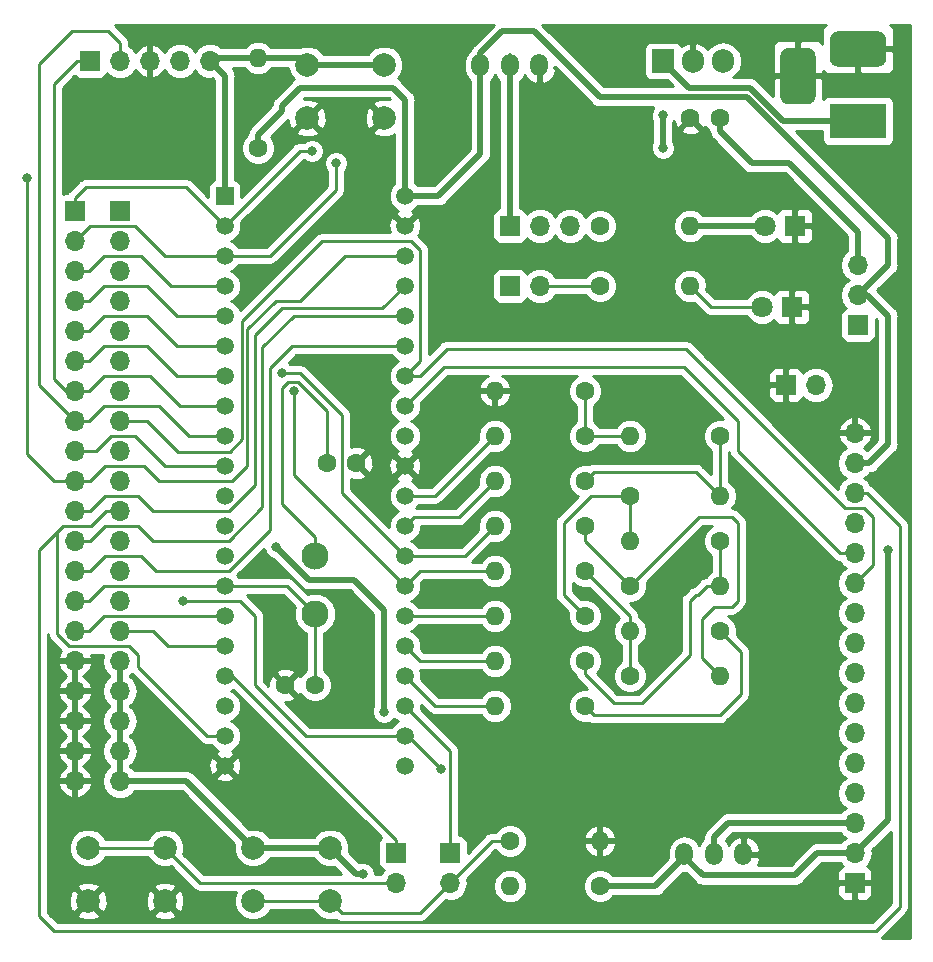
<source format=gbr>
G04 #@! TF.GenerationSoftware,KiCad,Pcbnew,(5.0.0)*
G04 #@! TF.CreationDate,2019-10-23T21:58:30-05:00*
G04 #@! TF.ProjectId,18F_DSPIC,3138465F44535049432E6B696361645F,rev?*
G04 #@! TF.SameCoordinates,Original*
G04 #@! TF.FileFunction,Copper,L1,Top,Signal*
G04 #@! TF.FilePolarity,Positive*
%FSLAX46Y46*%
G04 Gerber Fmt 4.6, Leading zero omitted, Abs format (unit mm)*
G04 Created by KiCad (PCBNEW (5.0.0)) date 10/23/19 21:58:30*
%MOMM*%
%LPD*%
G01*
G04 APERTURE LIST*
G04 #@! TA.AperFunction,ComponentPad*
%ADD10O,1.700000X1.700000*%
G04 #@! TD*
G04 #@! TA.AperFunction,ComponentPad*
%ADD11R,1.700000X1.700000*%
G04 #@! TD*
G04 #@! TA.AperFunction,ComponentPad*
%ADD12R,1.800000X1.800000*%
G04 #@! TD*
G04 #@! TA.AperFunction,ComponentPad*
%ADD13C,1.800000*%
G04 #@! TD*
G04 #@! TA.AperFunction,ComponentPad*
%ADD14O,1.600000X1.600000*%
G04 #@! TD*
G04 #@! TA.AperFunction,ComponentPad*
%ADD15C,1.600000*%
G04 #@! TD*
G04 #@! TA.AperFunction,ComponentPad*
%ADD16C,2.000000*%
G04 #@! TD*
G04 #@! TA.AperFunction,ComponentPad*
%ADD17R,1.498600X1.498600*%
G04 #@! TD*
G04 #@! TA.AperFunction,ComponentPad*
%ADD18C,1.498600*%
G04 #@! TD*
G04 #@! TA.AperFunction,ComponentPad*
%ADD19C,2.300000*%
G04 #@! TD*
G04 #@! TA.AperFunction,Conductor*
%ADD20C,0.100000*%
G04 #@! TD*
G04 #@! TA.AperFunction,ComponentPad*
%ADD21C,3.000000*%
G04 #@! TD*
G04 #@! TA.AperFunction,ComponentPad*
%ADD22R,4.800000X3.000000*%
G04 #@! TD*
G04 #@! TA.AperFunction,ComponentPad*
%ADD23R,1.905000X2.000000*%
G04 #@! TD*
G04 #@! TA.AperFunction,ComponentPad*
%ADD24O,1.905000X2.000000*%
G04 #@! TD*
G04 #@! TA.AperFunction,ComponentPad*
%ADD25O,1.501140X1.899920*%
G04 #@! TD*
G04 #@! TA.AperFunction,ViaPad*
%ADD26C,0.800000*%
G04 #@! TD*
G04 #@! TA.AperFunction,Conductor*
%ADD27C,0.508000*%
G04 #@! TD*
G04 #@! TA.AperFunction,Conductor*
%ADD28C,0.254000*%
G04 #@! TD*
G04 APERTURE END LIST*
D10*
G04 #@! TO.P,,20*
G04 #@! TO.N,GND*
X90170000Y-116840000D03*
G04 #@! TO.P,,19*
X90170000Y-114300000D03*
G04 #@! TO.P,,18*
X90170000Y-111760000D03*
G04 #@! TO.P,,17*
X90170000Y-109220000D03*
G04 #@! TO.P,,16*
X90170000Y-106680000D03*
G04 #@! TO.P,,15*
G04 #@! TO.N,/RC13*
X90170000Y-104140000D03*
G04 #@! TO.P,,14*
G04 #@! TO.N,/OSC2*
X90170000Y-101600000D03*
G04 #@! TO.P,,13*
G04 #@! TO.N,/RB12*
X90170000Y-99060000D03*
G04 #@! TO.P,,12*
G04 #@! TO.N,/RB11*
X90170000Y-96520000D03*
G04 #@! TO.P,,11*
G04 #@! TO.N,/RB10*
X90170000Y-93980000D03*
G04 #@! TO.P,,10*
G04 #@! TO.N,/RB9*
X90170000Y-91440000D03*
G04 #@! TO.P,,9*
G04 #@! TO.N,/RB8*
X90170000Y-88900000D03*
G04 #@! TO.P,,8*
G04 #@! TO.N,/RB7*
X90170000Y-86360000D03*
G04 #@! TO.P,,7*
G04 #@! TO.N,/RB6*
X90170000Y-83820000D03*
G04 #@! TO.P,,6*
G04 #@! TO.N,/RB5*
X90170000Y-81280000D03*
G04 #@! TO.P,,5*
G04 #@! TO.N,/RB4*
X90170000Y-78740000D03*
G04 #@! TO.P,,4*
G04 #@! TO.N,/RB3*
X90170000Y-76200000D03*
G04 #@! TO.P,,3*
G04 #@! TO.N,/RB2*
X90170000Y-73660000D03*
G04 #@! TO.P,,2*
G04 #@! TO.N,/RB1*
X90170000Y-71120000D03*
D11*
G04 #@! TO.P,,1*
G04 #@! TO.N,/RB0*
X90170000Y-68580000D03*
G04 #@! TD*
D12*
G04 #@! TO.P,D1,1*
G04 #@! TO.N,GND*
X151130000Y-69850000D03*
D13*
G04 #@! TO.P,D1,2*
G04 #@! TO.N,Net-(D1-Pad2)*
X148590000Y-69850000D03*
G04 #@! TD*
G04 #@! TO.P,D2,2*
G04 #@! TO.N,Net-(D2-Pad2)*
X148336000Y-76708000D03*
D12*
G04 #@! TO.P,D2,1*
G04 #@! TO.N,GND*
X150876000Y-76708000D03*
G04 #@! TD*
D10*
G04 #@! TO.P,INT0,2*
G04 #@! TO.N,Net-(J1-Pad2)*
X117348000Y-125476000D03*
D11*
G04 #@! TO.P,INT0,1*
G04 #@! TO.N,/RA11*
X117348000Y-122936000D03*
G04 #@! TD*
G04 #@! TO.P,INT1,1*
G04 #@! TO.N,/RD8*
X121920000Y-122936000D03*
D10*
G04 #@! TO.P,INT1,2*
G04 #@! TO.N,Net-(J2-Pad2)*
X121920000Y-125476000D03*
G04 #@! TD*
D11*
G04 #@! TO.P,RB1,1*
G04 #@! TO.N,/RB1*
X127000000Y-74930000D03*
D10*
G04 #@! TO.P,RB1,2*
G04 #@! TO.N,Net-(J4-Pad2)*
X129540000Y-74930000D03*
G04 #@! TD*
D11*
G04 #@! TO.P,SALIDA,1*
G04 #@! TO.N,GND*
X150368000Y-83312000D03*
D10*
G04 #@! TO.P,SALIDA,2*
G04 #@! TO.N,Net-(J6-Pad2)*
X152908000Y-83312000D03*
G04 #@! TD*
D11*
G04 #@! TO.P,PICKIT,1*
G04 #@! TO.N,/RB6*
X91440000Y-55880000D03*
D10*
G04 #@! TO.P,PICKIT,2*
G04 #@! TO.N,/RB7*
X93980000Y-55880000D03*
G04 #@! TO.P,PICKIT,3*
G04 #@! TO.N,GND*
X96520000Y-55880000D03*
G04 #@! TO.P,PICKIT,4*
G04 #@! TO.N,/VPK*
X99060000Y-55880000D03*
G04 #@! TO.P,PICKIT,5*
G04 #@! TO.N,/MCLR*
X101600000Y-55880000D03*
G04 #@! TD*
D14*
G04 #@! TO.P,10K,2*
G04 #@! TO.N,Net-(J1-Pad2)*
X127000000Y-125730000D03*
D15*
G04 #@! TO.P,10K,1*
G04 #@! TO.N,/VDD*
X134620000Y-125730000D03*
G04 #@! TD*
D14*
G04 #@! TO.P,10K,2*
G04 #@! TO.N,GND*
X134620000Y-121920000D03*
D15*
G04 #@! TO.P,10K,1*
G04 #@! TO.N,Net-(J2-Pad2)*
X127000000Y-121920000D03*
G04 #@! TD*
G04 #@! TO.P,10K,1*
G04 #@! TO.N,/VDD*
X105664000Y-63246000D03*
D14*
G04 #@! TO.P,10K,2*
G04 #@! TO.N,/MCLR*
X105664000Y-55626000D03*
G04 #@! TD*
D15*
G04 #@! TO.P,330,1*
G04 #@! TO.N,Net-(J3-Pad3)*
X134620000Y-69850000D03*
D14*
G04 #@! TO.P,330,2*
G04 #@! TO.N,Net-(D1-Pad2)*
X142240000Y-69850000D03*
G04 #@! TD*
G04 #@! TO.P,330,2*
G04 #@! TO.N,Net-(D2-Pad2)*
X142240000Y-74930000D03*
D15*
G04 #@! TO.P,330,1*
G04 #@! TO.N,Net-(J4-Pad2)*
X134620000Y-74930000D03*
G04 #@! TD*
D14*
G04 #@! TO.P,20K,2*
G04 #@! TO.N,GND*
X125730000Y-83820000D03*
D15*
G04 #@! TO.P,20K,1*
G04 #@! TO.N,Net-(R6-Pad1)*
X133350000Y-83820000D03*
G04 #@! TD*
D14*
G04 #@! TO.P,20K,2*
G04 #@! TO.N,/RF0*
X125730000Y-87630000D03*
D15*
G04 #@! TO.P,20K,1*
G04 #@! TO.N,Net-(R6-Pad1)*
X133350000Y-87630000D03*
G04 #@! TD*
G04 #@! TO.P,10K,1*
G04 #@! TO.N,Net-(R10-Pad2)*
X144780000Y-87630000D03*
D14*
G04 #@! TO.P,10K,2*
G04 #@! TO.N,Net-(R6-Pad1)*
X137160000Y-87630000D03*
G04 #@! TD*
D15*
G04 #@! TO.P,20K,1*
G04 #@! TO.N,Net-(R10-Pad2)*
X133350000Y-91440000D03*
D14*
G04 #@! TO.P,20K,2*
G04 #@! TO.N,/RF1*
X125730000Y-91440000D03*
G04 #@! TD*
G04 #@! TO.P,10K,2*
G04 #@! TO.N,Net-(R10-Pad2)*
X144780000Y-92710000D03*
D15*
G04 #@! TO.P,10K,1*
G04 #@! TO.N,Net-(R10-Pad1)*
X137160000Y-92710000D03*
G04 #@! TD*
G04 #@! TO.P,20K,1*
G04 #@! TO.N,Net-(R10-Pad1)*
X133350000Y-102870000D03*
D14*
G04 #@! TO.P,20K,2*
G04 #@! TO.N,/RF2*
X125730000Y-102870000D03*
G04 #@! TD*
D15*
G04 #@! TO.P,10K,1*
G04 #@! TO.N,Net-(R12-Pad1)*
X144780000Y-96520000D03*
D14*
G04 #@! TO.P,10K,2*
G04 #@! TO.N,Net-(R10-Pad1)*
X137160000Y-96520000D03*
G04 #@! TD*
G04 #@! TO.P,20K,2*
G04 #@! TO.N,/RF3*
X125730000Y-106680000D03*
D15*
G04 #@! TO.P,20K,1*
G04 #@! TO.N,Net-(R12-Pad1)*
X133350000Y-106680000D03*
G04 #@! TD*
D14*
G04 #@! TO.P,10K,2*
G04 #@! TO.N,Net-(R12-Pad1)*
X144780000Y-100330000D03*
D15*
G04 #@! TO.P,10K,1*
G04 #@! TO.N,Net-(R14-Pad1)*
X137160000Y-100330000D03*
G04 #@! TD*
G04 #@! TO.P,20K,1*
G04 #@! TO.N,Net-(R14-Pad1)*
X133350000Y-95250000D03*
D14*
G04 #@! TO.P,20K,2*
G04 #@! TO.N,/RF4*
X125730000Y-95250000D03*
G04 #@! TD*
D15*
G04 #@! TO.P,10K,1*
G04 #@! TO.N,Net-(R16-Pad1)*
X137160000Y-107950000D03*
D14*
G04 #@! TO.P,10K,2*
G04 #@! TO.N,Net-(R14-Pad1)*
X144780000Y-107950000D03*
G04 #@! TD*
G04 #@! TO.P,20K,2*
G04 #@! TO.N,/RF5*
X125730000Y-99060000D03*
D15*
G04 #@! TO.P,20K,1*
G04 #@! TO.N,Net-(R16-Pad1)*
X133350000Y-99060000D03*
G04 #@! TD*
G04 #@! TO.P,10K,1*
G04 #@! TO.N,Net-(J6-Pad2)*
X144780000Y-104140000D03*
D14*
G04 #@! TO.P,10K,2*
G04 #@! TO.N,Net-(R16-Pad1)*
X137160000Y-104140000D03*
G04 #@! TD*
D15*
G04 #@! TO.P,20K,1*
G04 #@! TO.N,Net-(J6-Pad2)*
X133350000Y-110490000D03*
D14*
G04 #@! TO.P,20K,2*
G04 #@! TO.N,/RF6*
X125730000Y-110490000D03*
G04 #@! TD*
D16*
G04 #@! TO.P,INT0,1*
G04 #@! TO.N,GND*
X91290000Y-127000000D03*
G04 #@! TO.P,INT0,2*
G04 #@! TO.N,Net-(J1-Pad2)*
X91290000Y-122500000D03*
G04 #@! TO.P,INT0,1*
G04 #@! TO.N,GND*
X97790000Y-127000000D03*
G04 #@! TO.P,INT0,2*
G04 #@! TO.N,Net-(J1-Pad2)*
X97790000Y-122500000D03*
G04 #@! TD*
G04 #@! TO.P,INT1,2*
G04 #@! TO.N,/VDD*
X111760000Y-122500000D03*
G04 #@! TO.P,INT1,1*
G04 #@! TO.N,Net-(J2-Pad2)*
X111760000Y-127000000D03*
G04 #@! TO.P,INT1,2*
G04 #@! TO.N,/VDD*
X105260000Y-122500000D03*
G04 #@! TO.P,INT1,1*
G04 #@! TO.N,Net-(J2-Pad2)*
X105260000Y-127000000D03*
G04 #@! TD*
G04 #@! TO.P,RESET,2*
G04 #@! TO.N,/MCLR*
X116332000Y-56206000D03*
G04 #@! TO.P,RESET,1*
G04 #@! TO.N,GND*
X116332000Y-60706000D03*
G04 #@! TO.P,RESET,2*
G04 #@! TO.N,/MCLR*
X109832000Y-56206000D03*
G04 #@! TO.P,RESET,1*
G04 #@! TO.N,GND*
X109832000Y-60706000D03*
G04 #@! TD*
D17*
G04 #@! TO.P,U1,1*
G04 #@! TO.N,/MCLR*
X102870000Y-67310000D03*
D18*
G04 #@! TO.P,U1,2*
G04 #@! TO.N,/RB0*
X102870000Y-69850000D03*
G04 #@! TO.P,U1,3*
G04 #@! TO.N,/RB1*
X102870000Y-72390000D03*
G04 #@! TO.P,U1,4*
G04 #@! TO.N,/RB2*
X102870000Y-74930000D03*
G04 #@! TO.P,U1,5*
G04 #@! TO.N,/RB3*
X102870000Y-77470000D03*
G04 #@! TO.P,U1,6*
G04 #@! TO.N,/RB4*
X102870000Y-80010000D03*
G04 #@! TO.P,U1,7*
G04 #@! TO.N,/RB5*
X102870000Y-82550000D03*
G04 #@! TO.P,U1,8*
G04 #@! TO.N,/RB6*
X102870000Y-85090000D03*
G04 #@! TO.P,U1,9*
G04 #@! TO.N,/RB7*
X102870000Y-87630000D03*
G04 #@! TO.P,U1,10*
G04 #@! TO.N,/RB8*
X102870000Y-90170000D03*
G04 #@! TO.P,U1,11*
G04 #@! TO.N,/VDD*
X102870000Y-92710000D03*
G04 #@! TO.P,U1,12*
G04 #@! TO.N,GND*
X102870000Y-95250000D03*
G04 #@! TO.P,U1,13*
G04 #@! TO.N,/OSC1*
X102870000Y-97790000D03*
G04 #@! TO.P,U1,14*
G04 #@! TO.N,/OSC2*
X102870000Y-100330000D03*
G04 #@! TO.P,U1,15*
G04 #@! TO.N,/RC13*
X102870000Y-102870000D03*
G04 #@! TO.P,U1,16*
G04 #@! TO.N,/RC14*
X102870000Y-105410000D03*
G04 #@! TO.P,U1,17*
G04 #@! TO.N,/RA11*
X102870000Y-107950000D03*
G04 #@! TO.P,U1,18*
G04 #@! TO.N,/RD9*
X102870000Y-110490000D03*
G04 #@! TO.P,U1,19*
G04 #@! TO.N,/RD3*
X102870000Y-113030000D03*
G04 #@! TO.P,U1,20*
G04 #@! TO.N,GND*
X102870000Y-115570000D03*
G04 #@! TO.P,U1,21*
G04 #@! TO.N,/VDD*
X118110000Y-115570000D03*
G04 #@! TO.P,U1,22*
G04 #@! TO.N,/RD2*
X118110000Y-113030000D03*
G04 #@! TO.P,U1,23*
G04 #@! TO.N,/RD8*
X118110000Y-110490000D03*
G04 #@! TO.P,U1,24*
G04 #@! TO.N,/RF6*
X118110000Y-107950000D03*
G04 #@! TO.P,U1,25*
G04 #@! TO.N,/RF3*
X118110000Y-105410000D03*
G04 #@! TO.P,U1,26*
G04 #@! TO.N,/RF2*
X118110000Y-102870000D03*
G04 #@! TO.P,U1,27*
G04 #@! TO.N,/RF5*
X118110000Y-100330000D03*
G04 #@! TO.P,U1,28*
G04 #@! TO.N,/RF4*
X118110000Y-97790000D03*
G04 #@! TO.P,U1,29*
G04 #@! TO.N,/RF1*
X118110000Y-95250000D03*
G04 #@! TO.P,U1,30*
G04 #@! TO.N,/RF0*
X118110000Y-92710000D03*
G04 #@! TO.P,U1,31*
G04 #@! TO.N,GND*
X118110000Y-90170000D03*
G04 #@! TO.P,U1,32*
G04 #@! TO.N,/VDD*
X118110000Y-87630000D03*
G04 #@! TO.P,U1,33*
G04 #@! TO.N,/RD1*
X118110000Y-85090000D03*
G04 #@! TO.P,U1,34*
G04 #@! TO.N,/RD0*
X118110000Y-82550000D03*
G04 #@! TO.P,U1,35*
G04 #@! TO.N,/RB12*
X118110000Y-80010000D03*
G04 #@! TO.P,U1,36*
G04 #@! TO.N,/RB11*
X118110000Y-77470000D03*
G04 #@! TO.P,U1,37*
G04 #@! TO.N,/RB10*
X118110000Y-74930000D03*
G04 #@! TO.P,U1,38*
G04 #@! TO.N,/RB9*
X118110000Y-72390000D03*
G04 #@! TO.P,U1,39*
G04 #@! TO.N,GND*
X118110000Y-69850000D03*
G04 #@! TO.P,U1,40*
G04 #@! TO.N,/VDD*
X118110000Y-67310000D03*
G04 #@! TD*
D11*
G04 #@! TO.P,,1*
G04 #@! TO.N,/RF0*
X93980000Y-68580000D03*
D10*
G04 #@! TO.P,,2*
G04 #@! TO.N,/RF1*
X93980000Y-71120000D03*
G04 #@! TO.P,,3*
G04 #@! TO.N,/RF2*
X93980000Y-73660000D03*
G04 #@! TO.P,,4*
G04 #@! TO.N,/RF3*
X93980000Y-76200000D03*
G04 #@! TO.P,,5*
G04 #@! TO.N,/RF4*
X93980000Y-78740000D03*
G04 #@! TO.P,,6*
G04 #@! TO.N,/RF5*
X93980000Y-81280000D03*
G04 #@! TO.P,,7*
G04 #@! TO.N,/RF6*
X93980000Y-83820000D03*
G04 #@! TO.P,,8*
G04 #@! TO.N,/RD0*
X93980000Y-86360000D03*
G04 #@! TO.P,,9*
G04 #@! TO.N,/RD1*
X93980000Y-88900000D03*
G04 #@! TO.P,,10*
G04 #@! TO.N,/RD2*
X93980000Y-91440000D03*
G04 #@! TO.P,,11*
G04 #@! TO.N,/RD3*
X93980000Y-93980000D03*
G04 #@! TO.P,,12*
G04 #@! TO.N,/RD8*
X93980000Y-96520000D03*
G04 #@! TO.P,,13*
G04 #@! TO.N,/RD9*
X93980000Y-99060000D03*
G04 #@! TO.P,,14*
G04 #@! TO.N,/RA11*
X93980000Y-101600000D03*
G04 #@! TO.P,,15*
G04 #@! TO.N,/RC14*
X93980000Y-104140000D03*
G04 #@! TO.P,,16*
G04 #@! TO.N,/VDD*
X93980000Y-106680000D03*
G04 #@! TO.P,,17*
X93980000Y-109220000D03*
G04 #@! TO.P,,18*
X93980000Y-111760000D03*
G04 #@! TO.P,,19*
X93980000Y-114300000D03*
G04 #@! TO.P,,20*
X93980000Y-116840000D03*
G04 #@! TD*
D15*
G04 #@! TO.P,15pF,1*
G04 #@! TO.N,/OSC1*
X111506000Y-89916000D03*
G04 #@! TO.P,15pF,2*
G04 #@! TO.N,GND*
X114006000Y-89916000D03*
G04 #@! TD*
G04 #@! TO.P,15pF,2*
G04 #@! TO.N,GND*
X107990000Y-108712000D03*
G04 #@! TO.P,15pF,1*
G04 #@! TO.N,/OSC2*
X110490000Y-108712000D03*
G04 #@! TD*
D19*
G04 #@! TO.P,12MHz,1*
G04 #@! TO.N,/OSC1*
X110490000Y-97790000D03*
G04 #@! TO.P,12MHz,2*
G04 #@! TO.N,/OSC2*
X110490000Y-102690000D03*
G04 #@! TD*
D11*
G04 #@! TO.P,1,1*
G04 #@! TO.N,GND*
X156210000Y-125476000D03*
D10*
G04 #@! TO.P,1,2*
G04 #@! TO.N,/VDD*
X156210000Y-122936000D03*
G04 #@! TO.P,1,3*
G04 #@! TO.N,Net-(J9-Pad3)*
X156210000Y-120396000D03*
G04 #@! TO.P,1,4*
G04 #@! TO.N,/RB9*
X156210000Y-117856000D03*
G04 #@! TO.P,1,5*
G04 #@! TO.N,/RB10*
X156210000Y-115316000D03*
G04 #@! TO.P,1,6*
G04 #@! TO.N,/RB11*
X156210000Y-112776000D03*
G04 #@! TO.P,1,7*
G04 #@! TO.N,N/C*
X156210000Y-110236000D03*
G04 #@! TO.P,1,8*
X156210000Y-107696000D03*
G04 #@! TO.P,1,9*
X156210000Y-105156000D03*
G04 #@! TO.P,1,10*
X156210000Y-102616000D03*
G04 #@! TO.P,1,11*
G04 #@! TO.N,/RD0*
X156210000Y-100076000D03*
G04 #@! TO.P,1,12*
G04 #@! TO.N,/RD1*
X156210000Y-97536000D03*
G04 #@! TO.P,1,13*
G04 #@! TO.N,/RD2*
X156210000Y-94996000D03*
G04 #@! TO.P,1,14*
G04 #@! TO.N,/RD3*
X156210000Y-92456000D03*
G04 #@! TO.P,1,15*
G04 #@! TO.N,/VDD*
X156210000Y-89916000D03*
G04 #@! TO.P,1,16*
G04 #@! TO.N,GND*
X156210000Y-87376000D03*
G04 #@! TD*
D15*
G04 #@! TO.P,100nF,1*
G04 #@! TO.N,/VF*
X144780000Y-60706000D03*
G04 #@! TO.P,100nF,2*
G04 #@! TO.N,GND*
X142280000Y-60706000D03*
G04 #@! TD*
D20*
G04 #@! TO.N,GND*
G04 #@! TO.C,J10*
G36*
X158187513Y-53363611D02*
X158260318Y-53374411D01*
X158331714Y-53392295D01*
X158401013Y-53417090D01*
X158467548Y-53448559D01*
X158530678Y-53486398D01*
X158589795Y-53530242D01*
X158644330Y-53579670D01*
X158693758Y-53634205D01*
X158737602Y-53693322D01*
X158775441Y-53756452D01*
X158806910Y-53822987D01*
X158831705Y-53892286D01*
X158849589Y-53963682D01*
X158860389Y-54036487D01*
X158864000Y-54110000D01*
X158864000Y-55610000D01*
X158860389Y-55683513D01*
X158849589Y-55756318D01*
X158831705Y-55827714D01*
X158806910Y-55897013D01*
X158775441Y-55963548D01*
X158737602Y-56026678D01*
X158693758Y-56085795D01*
X158644330Y-56140330D01*
X158589795Y-56189758D01*
X158530678Y-56233602D01*
X158467548Y-56271441D01*
X158401013Y-56302910D01*
X158331714Y-56327705D01*
X158260318Y-56345589D01*
X158187513Y-56356389D01*
X158114000Y-56360000D01*
X154814000Y-56360000D01*
X154740487Y-56356389D01*
X154667682Y-56345589D01*
X154596286Y-56327705D01*
X154526987Y-56302910D01*
X154460452Y-56271441D01*
X154397322Y-56233602D01*
X154338205Y-56189758D01*
X154283670Y-56140330D01*
X154234242Y-56085795D01*
X154190398Y-56026678D01*
X154152559Y-55963548D01*
X154121090Y-55897013D01*
X154096295Y-55827714D01*
X154078411Y-55756318D01*
X154067611Y-55683513D01*
X154064000Y-55610000D01*
X154064000Y-54110000D01*
X154067611Y-54036487D01*
X154078411Y-53963682D01*
X154096295Y-53892286D01*
X154121090Y-53822987D01*
X154152559Y-53756452D01*
X154190398Y-53693322D01*
X154234242Y-53634205D01*
X154283670Y-53579670D01*
X154338205Y-53530242D01*
X154397322Y-53486398D01*
X154460452Y-53448559D01*
X154526987Y-53417090D01*
X154596286Y-53392295D01*
X154667682Y-53374411D01*
X154740487Y-53363611D01*
X154814000Y-53360000D01*
X158114000Y-53360000D01*
X158187513Y-53363611D01*
X158187513Y-53363611D01*
G37*
D21*
G04 #@! TD*
G04 #@! TO.P,J10,2*
G04 #@! TO.N,GND*
X156464000Y-54860000D03*
D22*
G04 #@! TO.P,J10,1*
G04 #@! TO.N,Net-(J10-Pad1)*
X156464000Y-60960000D03*
D20*
G04 #@! TD*
G04 #@! TO.N,GND*
G04 #@! TO.C,J10*
G36*
X152207513Y-54753611D02*
X152280318Y-54764411D01*
X152351714Y-54782295D01*
X152421013Y-54807090D01*
X152487548Y-54838559D01*
X152550678Y-54876398D01*
X152609795Y-54920242D01*
X152664330Y-54969670D01*
X152713758Y-55024205D01*
X152757602Y-55083322D01*
X152795441Y-55146452D01*
X152826910Y-55212987D01*
X152851705Y-55282286D01*
X152869589Y-55353682D01*
X152880389Y-55426487D01*
X152884000Y-55500000D01*
X152884000Y-58800000D01*
X152880389Y-58873513D01*
X152869589Y-58946318D01*
X152851705Y-59017714D01*
X152826910Y-59087013D01*
X152795441Y-59153548D01*
X152757602Y-59216678D01*
X152713758Y-59275795D01*
X152664330Y-59330330D01*
X152609795Y-59379758D01*
X152550678Y-59423602D01*
X152487548Y-59461441D01*
X152421013Y-59492910D01*
X152351714Y-59517705D01*
X152280318Y-59535589D01*
X152207513Y-59546389D01*
X152134000Y-59550000D01*
X150634000Y-59550000D01*
X150560487Y-59546389D01*
X150487682Y-59535589D01*
X150416286Y-59517705D01*
X150346987Y-59492910D01*
X150280452Y-59461441D01*
X150217322Y-59423602D01*
X150158205Y-59379758D01*
X150103670Y-59330330D01*
X150054242Y-59275795D01*
X150010398Y-59216678D01*
X149972559Y-59153548D01*
X149941090Y-59087013D01*
X149916295Y-59017714D01*
X149898411Y-58946318D01*
X149887611Y-58873513D01*
X149884000Y-58800000D01*
X149884000Y-55500000D01*
X149887611Y-55426487D01*
X149898411Y-55353682D01*
X149916295Y-55282286D01*
X149941090Y-55212987D01*
X149972559Y-55146452D01*
X150010398Y-55083322D01*
X150054242Y-55024205D01*
X150103670Y-54969670D01*
X150158205Y-54920242D01*
X150217322Y-54876398D01*
X150280452Y-54838559D01*
X150346987Y-54807090D01*
X150416286Y-54782295D01*
X150487682Y-54764411D01*
X150560487Y-54753611D01*
X150634000Y-54750000D01*
X152134000Y-54750000D01*
X152207513Y-54753611D01*
X152207513Y-54753611D01*
G37*
D21*
G04 #@! TO.P,J10,3*
G04 #@! TO.N,GND*
X151384000Y-57150000D03*
G04 #@! TD*
D11*
G04 #@! TO.P,VDD,1*
G04 #@! TO.N,/VPK*
X156464000Y-78232000D03*
D10*
G04 #@! TO.P,VDD,2*
G04 #@! TO.N,/VDD*
X156464000Y-75692000D03*
G04 #@! TO.P,VDD,3*
G04 #@! TO.N,/VF*
X156464000Y-73152000D03*
G04 #@! TD*
D23*
G04 #@! TO.P,U2,1*
G04 #@! TO.N,Net-(J10-Pad1)*
X139954000Y-55880000D03*
D24*
G04 #@! TO.P,U2,2*
G04 #@! TO.N,GND*
X142494000Y-55880000D03*
G04 #@! TO.P,U2,3*
G04 #@! TO.N,/VF*
X145034000Y-55880000D03*
G04 #@! TD*
D11*
G04 #@! TO.P,RB0,1*
G04 #@! TO.N,Net-(J3-Pad1)*
X127000000Y-69850000D03*
D10*
G04 #@! TO.P,RB0,2*
G04 #@! TO.N,/RB0*
X129540000Y-69850000D03*
G04 #@! TO.P,RB0,3*
G04 #@! TO.N,Net-(J3-Pad3)*
X132080000Y-69850000D03*
G04 #@! TD*
D25*
G04 #@! TO.P,LCD,1*
G04 #@! TO.N,/VDD*
X141772640Y-123063000D03*
G04 #@! TO.P,LCD,2*
G04 #@! TO.N,Net-(J9-Pad3)*
X144272000Y-123063000D03*
G04 #@! TO.P,LCD,3*
G04 #@! TO.N,GND*
X146771360Y-123063000D03*
G04 #@! TD*
G04 #@! TO.P,ADC,3*
G04 #@! TO.N,GND*
X129499360Y-56261000D03*
G04 #@! TO.P,ADC,2*
G04 #@! TO.N,Net-(J3-Pad1)*
X127000000Y-56261000D03*
G04 #@! TO.P,ADC,1*
G04 #@! TO.N,/VDD*
X124500640Y-56261000D03*
G04 #@! TD*
D26*
G04 #@! TO.N,GND*
X106426000Y-98298000D03*
G04 #@! TO.N,/RB0*
X110236000Y-63500000D03*
G04 #@! TO.N,/RB1*
X112268000Y-64516000D03*
G04 #@! TO.N,/RB9*
X86106000Y-65786000D03*
G04 #@! TO.N,/RF4*
X107696000Y-82296000D03*
G04 #@! TO.N,/RF5*
X108712000Y-83820000D03*
G04 #@! TO.N,/RD2*
X99314000Y-101600000D03*
X121158000Y-115824000D03*
G04 #@! TO.N,/VDD*
X116332000Y-110998000D03*
X114554000Y-124714000D03*
X159004000Y-97282000D03*
X107188000Y-97028000D03*
G04 #@! TO.N,/VPK*
X139954000Y-63246000D03*
X139954000Y-60452000D03*
G04 #@! TD*
D27*
G04 #@! TO.N,Net-(D1-Pad2)*
X148590000Y-69850000D02*
X142240000Y-69850000D01*
D28*
G04 #@! TO.N,Net-(D2-Pad2)*
X144018000Y-76708000D02*
X142240000Y-74930000D01*
X148336000Y-76708000D02*
X144018000Y-76708000D01*
G04 #@! TO.N,Net-(J1-Pad2)*
X97790000Y-122500000D02*
X91290000Y-122500000D01*
X100766000Y-125476000D02*
X117348000Y-125476000D01*
X97790000Y-122500000D02*
X100766000Y-125476000D01*
G04 #@! TO.N,/RA11*
X103466000Y-107950000D02*
X102870000Y-107950000D01*
X117348000Y-121832000D02*
X103466000Y-107950000D01*
X117348000Y-122936000D02*
X117348000Y-121832000D01*
G04 #@! TO.N,/RD8*
X121920000Y-114300000D02*
X118110000Y-110490000D01*
X121920000Y-122936000D02*
X121920000Y-114300000D01*
G04 #@! TO.N,Net-(J2-Pad2)*
X125476000Y-121920000D02*
X127000000Y-121920000D01*
X121920000Y-125476000D02*
X125476000Y-121920000D01*
X121070001Y-126325999D02*
X121920000Y-125476000D01*
X119396001Y-127999999D02*
X121070001Y-126325999D01*
X112759999Y-127999999D02*
X119396001Y-127999999D01*
X111760000Y-127000000D02*
X112759999Y-127999999D01*
X105260000Y-127000000D02*
X111760000Y-127000000D01*
G04 #@! TO.N,/RB0*
X90170000Y-67476000D02*
X91098000Y-66548000D01*
X90170000Y-68580000D02*
X90170000Y-67476000D01*
X99568000Y-66548000D02*
X102870000Y-69850000D01*
X91098000Y-66548000D02*
X99568000Y-66548000D01*
X102870000Y-69850000D02*
X109220000Y-63500000D01*
X110236000Y-63500000D02*
X109220000Y-63500000D01*
G04 #@! TO.N,/RB1*
X97790000Y-72390000D02*
X102870000Y-72390000D01*
X95250000Y-69850000D02*
X97790000Y-72390000D01*
X91440000Y-69850000D02*
X95250000Y-69850000D01*
X90170000Y-71120000D02*
X91440000Y-69850000D01*
X112268000Y-66802000D02*
X112268000Y-64516000D01*
X102870000Y-72390000D02*
X106680000Y-72390000D01*
X106680000Y-72390000D02*
X112268000Y-66802000D01*
G04 #@! TO.N,Net-(J4-Pad2)*
X129540000Y-74930000D02*
X134620000Y-74930000D01*
G04 #@! TO.N,/RC13*
X101810330Y-102870000D02*
X102870000Y-102870000D01*
X92642081Y-102870000D02*
X101810330Y-102870000D01*
X91372081Y-104140000D02*
X92642081Y-102870000D01*
X90170000Y-104140000D02*
X91372081Y-104140000D01*
G04 #@! TO.N,/OSC2*
X108130000Y-100330000D02*
X110490000Y-102690000D01*
X102870000Y-100330000D02*
X108130000Y-100330000D01*
X110490000Y-109220000D02*
X110490000Y-102690000D01*
X101810330Y-100330000D02*
X102870000Y-100330000D01*
X92642081Y-100330000D02*
X101810330Y-100330000D01*
X91372081Y-101600000D02*
X92642081Y-100330000D01*
X90170000Y-101600000D02*
X91372081Y-101600000D01*
G04 #@! TO.N,/RB12*
X95758000Y-97790000D02*
X92710000Y-97790000D01*
X118110000Y-80010000D02*
X108585000Y-80010000D01*
X91440000Y-99060000D02*
X90170000Y-99060000D01*
X108585000Y-80010000D02*
X106680000Y-81915000D01*
X106680000Y-81915000D02*
X106680000Y-95572926D01*
X106680000Y-95572926D02*
X103192926Y-99060000D01*
X92710000Y-97790000D02*
X91440000Y-99060000D01*
X103192926Y-99060000D02*
X97028000Y-99060000D01*
X97028000Y-99060000D02*
X95758000Y-97790000D01*
G04 #@! TO.N,/RB11*
X108712000Y-77470000D02*
X118110000Y-77470000D01*
X106045000Y-80137000D02*
X108712000Y-77470000D01*
X90170000Y-96520000D02*
X91440000Y-96520000D01*
X106045000Y-93667926D02*
X106045000Y-80137000D01*
X91440000Y-96520000D02*
X92710000Y-95250000D01*
X92710000Y-95250000D02*
X95504000Y-95250000D01*
X95504000Y-95250000D02*
X96774000Y-96520000D01*
X96774000Y-96520000D02*
X103192926Y-96520000D01*
X103192926Y-96520000D02*
X106045000Y-93667926D01*
G04 #@! TO.N,/RB10*
X102235000Y-93980000D02*
X102616000Y-93980000D01*
X91440000Y-93980000D02*
X90170000Y-93980000D01*
X92710000Y-92710000D02*
X91440000Y-93980000D01*
X95504000Y-92710000D02*
X92710000Y-92710000D01*
X96774000Y-93980000D02*
X95504000Y-92710000D01*
X102616000Y-93980000D02*
X96774000Y-93980000D01*
X116205000Y-76835000D02*
X118110000Y-74930000D01*
X107696000Y-76835000D02*
X116205000Y-76835000D01*
X105410000Y-79121000D02*
X107696000Y-76835000D01*
X105410000Y-91762926D02*
X105410000Y-79121000D01*
X103192926Y-93980000D02*
X105410000Y-91762926D01*
X102616000Y-93980000D02*
X103192926Y-93980000D01*
G04 #@! TO.N,/RB9*
X102547074Y-91440000D02*
X103124000Y-91440000D01*
X90170000Y-91440000D02*
X88392000Y-91440000D01*
X88392000Y-91440000D02*
X86106000Y-89154000D01*
X86106000Y-89154000D02*
X86106000Y-65786000D01*
X91440000Y-91440000D02*
X90170000Y-91440000D01*
X92710000Y-90170000D02*
X91440000Y-91440000D01*
X96012000Y-90170000D02*
X92710000Y-90170000D01*
X97282000Y-91440000D02*
X96012000Y-90170000D01*
X103124000Y-91440000D02*
X97282000Y-91440000D01*
X113030000Y-72390000D02*
X118110000Y-72390000D01*
X103124000Y-91440000D02*
X103505000Y-91440000D01*
X103505000Y-91440000D02*
X104775000Y-90170000D01*
X104775000Y-90170000D02*
X104775000Y-78613000D01*
X104775000Y-78613000D02*
X107188000Y-76200000D01*
X107188000Y-76200000D02*
X109220000Y-76200000D01*
X109220000Y-76200000D02*
X113030000Y-72390000D01*
G04 #@! TO.N,/RB8*
X90170000Y-88900000D02*
X91948000Y-88900000D01*
X92964000Y-87884000D02*
X93125001Y-87722999D01*
X91948000Y-88900000D02*
X92964000Y-87884000D01*
X93218000Y-87630000D02*
X92964000Y-87884000D01*
X95250000Y-87630000D02*
X93218000Y-87630000D01*
X102870000Y-90170000D02*
X97790000Y-90170000D01*
X97790000Y-90170000D02*
X95250000Y-87630000D01*
G04 #@! TO.N,/RB7*
X93980000Y-54356000D02*
X93980000Y-55880000D01*
X92964000Y-53340000D02*
X93980000Y-54356000D01*
X89916000Y-53340000D02*
X92964000Y-53340000D01*
X87122000Y-56134000D02*
X89916000Y-53340000D01*
X90170000Y-86360000D02*
X87122000Y-83312000D01*
X87122000Y-83312000D02*
X87122000Y-56134000D01*
X91372081Y-86360000D02*
X92642081Y-85090000D01*
X90170000Y-86360000D02*
X91372081Y-86360000D01*
X92642081Y-85090000D02*
X97282000Y-85090000D01*
X97282000Y-85090000D02*
X99822000Y-87630000D01*
X99822000Y-87630000D02*
X102870000Y-87630000D01*
G04 #@! TO.N,/RB6*
X89408000Y-83820000D02*
X90170000Y-83820000D01*
X88392000Y-82804000D02*
X89408000Y-83820000D01*
X88392000Y-57824000D02*
X88392000Y-82804000D01*
X91440000Y-55880000D02*
X90336000Y-55880000D01*
X90336000Y-55880000D02*
X88392000Y-57824000D01*
X91372081Y-83820000D02*
X92642081Y-82550000D01*
X90170000Y-83820000D02*
X91372081Y-83820000D01*
X92642081Y-82550000D02*
X96520000Y-82550000D01*
X96520000Y-82550000D02*
X99060000Y-85090000D01*
X99060000Y-85090000D02*
X102870000Y-85090000D01*
G04 #@! TO.N,/RB5*
X98806000Y-82550000D02*
X102870000Y-82550000D01*
X96266000Y-80010000D02*
X98806000Y-82550000D01*
X92642081Y-80010000D02*
X96266000Y-80010000D01*
X90170000Y-81280000D02*
X91372081Y-81280000D01*
X91372081Y-81280000D02*
X92642081Y-80010000D01*
G04 #@! TO.N,/RB4*
X91372081Y-78740000D02*
X92642081Y-77470000D01*
X90170000Y-78740000D02*
X91372081Y-78740000D01*
X92642081Y-77470000D02*
X96266000Y-77470000D01*
X96266000Y-77470000D02*
X98806000Y-80010000D01*
X98806000Y-80010000D02*
X102870000Y-80010000D01*
G04 #@! TO.N,/RB3*
X91372081Y-76200000D02*
X92642081Y-74930000D01*
X90170000Y-76200000D02*
X91372081Y-76200000D01*
X92642081Y-74930000D02*
X96266000Y-74930000D01*
X96266000Y-74930000D02*
X98806000Y-77470000D01*
X98806000Y-77470000D02*
X102870000Y-77470000D01*
G04 #@! TO.N,/RB2*
X98298000Y-74930000D02*
X102870000Y-74930000D01*
X95758000Y-72390000D02*
X98298000Y-74930000D01*
X92642081Y-72390000D02*
X95758000Y-72390000D01*
X90170000Y-73660000D02*
X91372081Y-73660000D01*
X91372081Y-73660000D02*
X92642081Y-72390000D01*
G04 #@! TO.N,Net-(J6-Pad2)*
X134149999Y-111289999D02*
X144742001Y-111289999D01*
X133350000Y-110490000D02*
X134149999Y-111289999D01*
X144742001Y-111289999D02*
X146558000Y-109474000D01*
X146558000Y-105918000D02*
X144780000Y-104140000D01*
X146558000Y-109474000D02*
X146558000Y-105918000D01*
G04 #@! TO.N,/RF0*
X120650000Y-92710000D02*
X125730000Y-87630000D01*
X118110000Y-92710000D02*
X120650000Y-92710000D01*
G04 #@! TO.N,/RF1*
X124930001Y-92239999D02*
X125730000Y-91440000D01*
X122669299Y-94500701D02*
X124930001Y-92239999D01*
X118859299Y-94500701D02*
X122669299Y-94500701D01*
X118110000Y-95250000D02*
X118859299Y-94500701D01*
G04 #@! TO.N,/RF2*
X118110000Y-102870000D02*
X125730000Y-102870000D01*
G04 #@! TO.N,/RF3*
X119380000Y-106680000D02*
X125730000Y-106680000D01*
X118110000Y-105410000D02*
X119380000Y-106680000D01*
G04 #@! TO.N,/RF4*
X123190000Y-97790000D02*
X125730000Y-95250000D01*
X118110000Y-97790000D02*
X123190000Y-97790000D01*
X118110000Y-97790000D02*
X112776000Y-92456000D01*
X112776000Y-92456000D02*
X112776000Y-85852000D01*
X112776000Y-85852000D02*
X109220000Y-82296000D01*
X109220000Y-82296000D02*
X107696000Y-82296000D01*
G04 #@! TO.N,/RF5*
X119380000Y-99060000D02*
X125730000Y-99060000D01*
X118110000Y-100330000D02*
X119380000Y-99060000D01*
X108712000Y-90932000D02*
X108712000Y-83820000D01*
X118110000Y-100330000D02*
X108712000Y-90932000D01*
G04 #@! TO.N,/RF6*
X120650000Y-110490000D02*
X118110000Y-107950000D01*
X125730000Y-110490000D02*
X120650000Y-110490000D01*
G04 #@! TO.N,/RD0*
X118110000Y-82550000D02*
X119380000Y-81280000D01*
X96266000Y-86360000D02*
X93980000Y-86360000D01*
X98859990Y-88953990D02*
X96266000Y-86360000D01*
X103293036Y-88953990D02*
X98859990Y-88953990D01*
X119380000Y-71882000D02*
X118618000Y-71120000D01*
X118618000Y-71120000D02*
X111117933Y-71120000D01*
X119380000Y-81280000D02*
X119380000Y-71882000D01*
X111117933Y-71120000D02*
X104320990Y-77916943D01*
X104320990Y-77916943D02*
X104320990Y-87926036D01*
X104320990Y-87926036D02*
X103293036Y-88953990D01*
X141866066Y-80264000D02*
X143002000Y-81399934D01*
X121666000Y-80264000D02*
X141866066Y-80264000D01*
X119380000Y-82550000D02*
X121666000Y-80264000D01*
X118110000Y-82550000D02*
X119380000Y-82550000D01*
X142882066Y-81280000D02*
X143002000Y-81399934D01*
X155194000Y-93591934D02*
X143002000Y-81399934D01*
X155328066Y-93726000D02*
X155194000Y-93591934D01*
X156972000Y-93726000D02*
X155328066Y-93726000D01*
X157734000Y-94488000D02*
X156972000Y-93726000D01*
X157734000Y-98552000D02*
X157734000Y-94488000D01*
X156210000Y-100076000D02*
X157734000Y-98552000D01*
G04 #@! TO.N,/RD1*
X121412000Y-81788000D02*
X118110000Y-85090000D01*
X141732000Y-81788000D02*
X121412000Y-81788000D01*
X146304000Y-86360000D02*
X141732000Y-81788000D01*
X146304000Y-88900000D02*
X146304000Y-86360000D01*
X154940000Y-97536000D02*
X146304000Y-88900000D01*
X156210000Y-97536000D02*
X154940000Y-97536000D01*
G04 #@! TO.N,/RD2*
X118110000Y-113030000D02*
X109728000Y-113030000D01*
X109728000Y-113030000D02*
X107696000Y-110998000D01*
X107696000Y-110998000D02*
X105410000Y-108712000D01*
X105410000Y-108712000D02*
X105410000Y-102870000D01*
X105410000Y-102870000D02*
X104140000Y-101600000D01*
X104140000Y-101600000D02*
X99314000Y-101600000D01*
X118364000Y-113030000D02*
X118110000Y-113030000D01*
X121158000Y-115824000D02*
X118364000Y-113030000D01*
G04 #@! TO.N,/RD3*
X92777919Y-93980000D02*
X93980000Y-93980000D01*
X89154000Y-95250000D02*
X91507919Y-95250000D01*
X88646000Y-95758000D02*
X89154000Y-95250000D01*
X91507919Y-95250000D02*
X92777919Y-93980000D01*
X101346000Y-113030000D02*
X102870000Y-113030000D01*
X88646000Y-95758000D02*
X88646000Y-104357962D01*
X88646000Y-104357962D02*
X89698038Y-105410000D01*
X89698038Y-105410000D02*
X94742000Y-105410000D01*
X95504000Y-106172000D02*
X95504000Y-107188000D01*
X94742000Y-105410000D02*
X95504000Y-106172000D01*
X95504000Y-107188000D02*
X101346000Y-113030000D01*
X157226000Y-92456000D02*
X156210000Y-92456000D01*
X160020000Y-95250000D02*
X157226000Y-92456000D01*
X88646000Y-95758000D02*
X87122000Y-97282000D01*
X87122000Y-128270000D02*
X88392000Y-129540000D01*
X88392000Y-129540000D02*
X157988000Y-129540000D01*
X87122000Y-97282000D02*
X87122000Y-128270000D01*
X157988000Y-129540000D02*
X160020000Y-127508000D01*
X160020000Y-127508000D02*
X160020000Y-95250000D01*
G04 #@! TO.N,/RC14*
X98044000Y-105410000D02*
X102870000Y-105410000D01*
X96774000Y-104140000D02*
X98044000Y-105410000D01*
X93980000Y-104140000D02*
X96774000Y-104140000D01*
D27*
G04 #@! TO.N,/VDD*
X93980000Y-116840000D02*
X93980000Y-114300000D01*
X93980000Y-114300000D02*
X93980000Y-111760000D01*
X93980000Y-109220000D02*
X93980000Y-111760000D01*
X93980000Y-106680000D02*
X93980000Y-109220000D01*
X106674213Y-122500000D02*
X111760000Y-122500000D01*
X105260000Y-122500000D02*
X106674213Y-122500000D01*
X99600000Y-116840000D02*
X93980000Y-116840000D01*
X105260000Y-122500000D02*
X99600000Y-116840000D01*
X116332000Y-106172000D02*
X116332000Y-110998000D01*
X113974000Y-124714000D02*
X111760000Y-122500000D01*
X114554000Y-124714000D02*
X113974000Y-124714000D01*
X109982000Y-99822000D02*
X113792000Y-99822000D01*
X116332000Y-102362000D02*
X116332000Y-106172000D01*
X113792000Y-99822000D02*
X116332000Y-102362000D01*
X109982000Y-99822000D02*
X107188000Y-97028000D01*
X157226000Y-75692000D02*
X156464000Y-75692000D01*
X159004000Y-77470000D02*
X157226000Y-75692000D01*
X159004000Y-88324081D02*
X159004000Y-77470000D01*
X156210000Y-89916000D02*
X157412081Y-89916000D01*
X157412081Y-89916000D02*
X159004000Y-88324081D01*
X134660640Y-125689360D02*
X134620000Y-125730000D01*
X155007919Y-122936000D02*
X156210000Y-122936000D01*
X159004000Y-119380000D02*
X159004000Y-97282000D01*
X159004000Y-120142000D02*
X159004000Y-119380000D01*
X156210000Y-122936000D02*
X159004000Y-120142000D01*
X105664000Y-62114630D02*
X107696000Y-60082630D01*
X105664000Y-63246000D02*
X105664000Y-62114630D01*
X107696000Y-60082630D02*
X107696000Y-59690000D01*
X107696000Y-59690000D02*
X109220000Y-58166000D01*
X109220000Y-58166000D02*
X117094000Y-58166000D01*
X118110000Y-67310000D02*
X118110000Y-59182000D01*
X117094000Y-58166000D02*
X118110000Y-59182000D01*
X159004000Y-73152000D02*
X159004000Y-70866000D01*
X156464000Y-75692000D02*
X159004000Y-73152000D01*
X159004000Y-70866000D02*
X147066000Y-58928000D01*
X147066000Y-58928000D02*
X134620000Y-58928000D01*
X134620000Y-58928000D02*
X129032000Y-53340000D01*
X134640320Y-125709680D02*
X134620000Y-125730000D01*
X153035000Y-122936000D02*
X156210000Y-122936000D01*
X129032000Y-53340000D02*
X126365000Y-53340000D01*
X124500640Y-55204360D02*
X124500640Y-57998360D01*
X126365000Y-53340000D02*
X124500640Y-55204360D01*
X124500640Y-63713360D02*
X124500640Y-57998360D01*
X118110000Y-67310000D02*
X120904000Y-67310000D01*
X120904000Y-67310000D02*
X124500640Y-63713360D01*
X139305030Y-125730000D02*
X141772640Y-123262390D01*
X134620000Y-125730000D02*
X139305030Y-125730000D01*
X141772640Y-123262390D02*
X141772640Y-123063000D01*
X143351250Y-124841000D02*
X141772640Y-123262390D01*
X151130000Y-124841000D02*
X143351250Y-124841000D01*
X153035000Y-122936000D02*
X151130000Y-124841000D01*
G04 #@! TO.N,/MCLR*
X102870000Y-57150000D02*
X101600000Y-55880000D01*
X102870000Y-67310000D02*
X102870000Y-57150000D01*
X101854000Y-55626000D02*
X101600000Y-55880000D01*
X105664000Y-55626000D02*
X101854000Y-55626000D01*
X109252000Y-55626000D02*
X109832000Y-56206000D01*
X105664000Y-55626000D02*
X109252000Y-55626000D01*
X114917787Y-56206000D02*
X109832000Y-56206000D01*
X116332000Y-56206000D02*
X114917787Y-56206000D01*
D28*
G04 #@! TO.N,Net-(R6-Pad1)*
X133350000Y-83820000D02*
X133350000Y-87630000D01*
X137160000Y-87630000D02*
X133350000Y-87630000D01*
G04 #@! TO.N,Net-(R10-Pad2)*
X143980001Y-91910001D02*
X144780000Y-92710000D01*
X142710001Y-90640001D02*
X143980001Y-91910001D01*
X134149999Y-90640001D02*
X142710001Y-90640001D01*
X133350000Y-91440000D02*
X134149999Y-90640001D01*
X144780000Y-87630000D02*
X144780000Y-92710000D01*
G04 #@! TO.N,Net-(R10-Pad1)*
X137160000Y-92710000D02*
X137160000Y-96520000D01*
X133858000Y-92710000D02*
X137160000Y-92710000D01*
X131572000Y-94996000D02*
X133858000Y-92710000D01*
X133350000Y-102870000D02*
X131572000Y-101092000D01*
X131572000Y-101092000D02*
X131572000Y-94996000D01*
G04 #@! TO.N,Net-(R12-Pad1)*
X144780000Y-97651370D02*
X144780000Y-100330000D01*
X144780000Y-96520000D02*
X144780000Y-97651370D01*
X133350000Y-107811370D02*
X135774630Y-110236000D01*
X133350000Y-106680000D02*
X133350000Y-107811370D01*
X135774630Y-110236000D02*
X138176000Y-110236000D01*
X143648630Y-100330000D02*
X142886630Y-101092000D01*
X144780000Y-100330000D02*
X143648630Y-100330000D01*
X142886630Y-101092000D02*
X142748000Y-101092000D01*
X142240000Y-101600000D02*
X142240000Y-106172000D01*
X142748000Y-101092000D02*
X142240000Y-101600000D01*
X138176000Y-110236000D02*
X142240000Y-106172000D01*
G04 #@! TO.N,Net-(R14-Pad1)*
X133350000Y-96520000D02*
X137160000Y-100330000D01*
X133350000Y-95250000D02*
X133350000Y-96520000D01*
X145796000Y-94488000D02*
X143002000Y-94488000D01*
X146304000Y-94996000D02*
X145796000Y-94488000D01*
X143256000Y-106426000D02*
X143256000Y-103124000D01*
X144780000Y-107950000D02*
X143256000Y-106426000D01*
X143256000Y-103124000D02*
X144272000Y-102108000D01*
X144272000Y-102108000D02*
X145796000Y-102108000D01*
X145796000Y-102108000D02*
X146304000Y-101600000D01*
X143002000Y-94488000D02*
X137160000Y-100330000D01*
X146304000Y-101600000D02*
X146304000Y-94996000D01*
G04 #@! TO.N,Net-(R16-Pad1)*
X137160000Y-102870000D02*
X137160000Y-104140000D01*
X133350000Y-99060000D02*
X137160000Y-102870000D01*
X137160000Y-105271370D02*
X137160000Y-107950000D01*
X137160000Y-104140000D02*
X137160000Y-105271370D01*
G04 #@! TO.N,/OSC1*
X111506000Y-88784630D02*
X111506000Y-89916000D01*
X111506000Y-85538038D02*
X111506000Y-88784630D01*
X110490000Y-97790000D02*
X110490000Y-96163655D01*
X110490000Y-96163655D02*
X107696000Y-93369655D01*
X107696000Y-93369655D02*
X107696000Y-83566000D01*
X107696000Y-83566000D02*
X108204000Y-83058000D01*
X108204000Y-83058000D02*
X109025962Y-83058000D01*
X109025962Y-83058000D02*
X111506000Y-85538038D01*
D27*
G04 #@! TO.N,Net-(J9-Pad3)*
X155915360Y-120690640D02*
X156210000Y-120396000D01*
X152146000Y-120396000D02*
X156210000Y-120396000D01*
X144272000Y-121605040D02*
X145481040Y-120396000D01*
X144272000Y-123063000D02*
X144272000Y-121605040D01*
X145481040Y-120396000D02*
X152146000Y-120396000D01*
G04 #@! TO.N,/VF*
X144780000Y-61837370D02*
X147458630Y-64516000D01*
X144780000Y-60706000D02*
X144780000Y-61837370D01*
X147458630Y-64516000D02*
X150622000Y-64516000D01*
X150622000Y-64516000D02*
X156464000Y-70358000D01*
X156464000Y-70358000D02*
X156464000Y-73152000D01*
G04 #@! TO.N,/VPK*
X139954000Y-63246000D02*
X139954000Y-60452000D01*
G04 #@! TO.N,Net-(J10-Pad1)*
X150099276Y-60960000D02*
X147305276Y-58166000D01*
X156464000Y-60960000D02*
X150099276Y-60960000D01*
X139954000Y-55927500D02*
X139954000Y-55880000D01*
X142192500Y-58166000D02*
X139954000Y-55927500D01*
X147305276Y-58166000D02*
X142192500Y-58166000D01*
G04 #@! TO.N,Net-(J3-Pad1)*
X127000000Y-69850000D02*
X127000000Y-56936640D01*
X127000000Y-56936640D02*
X127000000Y-55499000D01*
G04 #@! TD*
D28*
G04 #@! TO.N,GND*
G36*
X153704301Y-52821673D02*
X153525673Y-53000302D01*
X153429000Y-53233691D01*
X153429000Y-54406412D01*
X153422327Y-54390302D01*
X153243699Y-54211673D01*
X153010310Y-54115000D01*
X151669750Y-54115000D01*
X151511000Y-54273750D01*
X151511000Y-57023000D01*
X153360250Y-57023000D01*
X153519000Y-56864250D01*
X153519000Y-56703588D01*
X153525673Y-56719698D01*
X153704301Y-56898327D01*
X153937690Y-56995000D01*
X156178250Y-56995000D01*
X156337000Y-56836250D01*
X156337000Y-54987000D01*
X156591000Y-54987000D01*
X156591000Y-56836250D01*
X156749750Y-56995000D01*
X158990310Y-56995000D01*
X159223699Y-56898327D01*
X159402327Y-56719698D01*
X159499000Y-56486309D01*
X159499000Y-55145750D01*
X159340250Y-54987000D01*
X156591000Y-54987000D01*
X156337000Y-54987000D01*
X156317000Y-54987000D01*
X156317000Y-54733000D01*
X156337000Y-54733000D01*
X156337000Y-54713000D01*
X156591000Y-54713000D01*
X156591000Y-54733000D01*
X159340250Y-54733000D01*
X159499000Y-54574250D01*
X159499000Y-53233691D01*
X159402327Y-53000302D01*
X159223699Y-52821673D01*
X159183447Y-52805000D01*
X160834000Y-52805000D01*
X160834001Y-130100000D01*
X158521464Y-130100000D01*
X158537371Y-130089371D01*
X158579883Y-130025747D01*
X160505750Y-128099881D01*
X160569371Y-128057371D01*
X160737788Y-127805317D01*
X160782000Y-127583048D01*
X160782000Y-127583043D01*
X160796927Y-127508000D01*
X160782000Y-127432957D01*
X160782000Y-95325047D01*
X160796928Y-95250000D01*
X160771300Y-95121161D01*
X160737788Y-94952683D01*
X160569371Y-94700629D01*
X160505749Y-94658118D01*
X157817883Y-91970253D01*
X157775371Y-91906629D01*
X157523317Y-91738212D01*
X157515320Y-91736621D01*
X157280625Y-91385375D01*
X156982239Y-91186000D01*
X157280625Y-90986625D01*
X157392896Y-90818600D01*
X157412081Y-90822416D01*
X157499636Y-90805000D01*
X157499637Y-90805000D01*
X157758951Y-90753419D01*
X158053014Y-90556933D01*
X158102612Y-90482704D01*
X159570707Y-89014610D01*
X159644933Y-88965014D01*
X159841419Y-88670951D01*
X159893000Y-88411637D01*
X159893000Y-88411633D01*
X159910415Y-88324082D01*
X159893000Y-88236531D01*
X159893000Y-77557555D01*
X159910416Y-77470000D01*
X159893000Y-77382444D01*
X159841419Y-77123130D01*
X159644933Y-76829067D01*
X159570707Y-76779471D01*
X158102235Y-75311000D01*
X159570707Y-73842529D01*
X159644933Y-73792933D01*
X159841419Y-73498870D01*
X159893000Y-73239556D01*
X159893000Y-73239552D01*
X159910415Y-73152001D01*
X159893000Y-73064450D01*
X159893000Y-70953556D01*
X159910416Y-70866000D01*
X159841419Y-70519129D01*
X159694529Y-70299293D01*
X159644933Y-70225067D01*
X159570707Y-70175471D01*
X151244235Y-61849000D01*
X153416560Y-61849000D01*
X153416560Y-62460000D01*
X153465843Y-62707765D01*
X153606191Y-62917809D01*
X153816235Y-63058157D01*
X154064000Y-63107440D01*
X158864000Y-63107440D01*
X159111765Y-63058157D01*
X159321809Y-62917809D01*
X159462157Y-62707765D01*
X159511440Y-62460000D01*
X159511440Y-59460000D01*
X159462157Y-59212235D01*
X159321809Y-59002191D01*
X159111765Y-58861843D01*
X158864000Y-58812560D01*
X154064000Y-58812560D01*
X153816235Y-58861843D01*
X153606191Y-59002191D01*
X153519000Y-59132681D01*
X153519000Y-57435750D01*
X153360250Y-57277000D01*
X151511000Y-57277000D01*
X151511000Y-57297000D01*
X151257000Y-57297000D01*
X151257000Y-57277000D01*
X149407750Y-57277000D01*
X149249000Y-57435750D01*
X149249000Y-58852489D01*
X147995807Y-57599296D01*
X147946209Y-57525067D01*
X147652146Y-57328581D01*
X147392832Y-57277000D01*
X147392831Y-57277000D01*
X147305276Y-57259584D01*
X147217721Y-57277000D01*
X145871753Y-57277000D01*
X146178523Y-57072023D01*
X146529391Y-56546910D01*
X146621500Y-56083849D01*
X146621500Y-55676150D01*
X146529391Y-55213089D01*
X146178523Y-54687977D01*
X146082312Y-54623691D01*
X149249000Y-54623691D01*
X149249000Y-56864250D01*
X149407750Y-57023000D01*
X151257000Y-57023000D01*
X151257000Y-54273750D01*
X151098250Y-54115000D01*
X149757690Y-54115000D01*
X149524301Y-54211673D01*
X149345673Y-54390302D01*
X149249000Y-54623691D01*
X146082312Y-54623691D01*
X145653410Y-54337109D01*
X145034000Y-54213900D01*
X144414589Y-54337109D01*
X143889477Y-54687977D01*
X143754841Y-54889474D01*
X143360924Y-54504027D01*
X142866980Y-54289437D01*
X142621000Y-54409406D01*
X142621000Y-55753000D01*
X142641000Y-55753000D01*
X142641000Y-56007000D01*
X142621000Y-56007000D01*
X142621000Y-56027000D01*
X142367000Y-56027000D01*
X142367000Y-56007000D01*
X142347000Y-56007000D01*
X142347000Y-55753000D01*
X142367000Y-55753000D01*
X142367000Y-54409406D01*
X142121020Y-54289437D01*
X141627076Y-54504027D01*
X141501255Y-54627143D01*
X141364309Y-54422191D01*
X141154265Y-54281843D01*
X140906500Y-54232560D01*
X139001500Y-54232560D01*
X138753735Y-54281843D01*
X138543691Y-54422191D01*
X138403343Y-54632235D01*
X138354060Y-54880000D01*
X138354060Y-56880000D01*
X138403343Y-57127765D01*
X138543691Y-57337809D01*
X138753735Y-57478157D01*
X139001500Y-57527440D01*
X140296705Y-57527440D01*
X140808264Y-58039000D01*
X134988236Y-58039000D01*
X129754235Y-52805000D01*
X153744553Y-52805000D01*
X153704301Y-52821673D01*
X153704301Y-52821673D01*
G37*
X153704301Y-52821673D02*
X153525673Y-53000302D01*
X153429000Y-53233691D01*
X153429000Y-54406412D01*
X153422327Y-54390302D01*
X153243699Y-54211673D01*
X153010310Y-54115000D01*
X151669750Y-54115000D01*
X151511000Y-54273750D01*
X151511000Y-57023000D01*
X153360250Y-57023000D01*
X153519000Y-56864250D01*
X153519000Y-56703588D01*
X153525673Y-56719698D01*
X153704301Y-56898327D01*
X153937690Y-56995000D01*
X156178250Y-56995000D01*
X156337000Y-56836250D01*
X156337000Y-54987000D01*
X156591000Y-54987000D01*
X156591000Y-56836250D01*
X156749750Y-56995000D01*
X158990310Y-56995000D01*
X159223699Y-56898327D01*
X159402327Y-56719698D01*
X159499000Y-56486309D01*
X159499000Y-55145750D01*
X159340250Y-54987000D01*
X156591000Y-54987000D01*
X156337000Y-54987000D01*
X156317000Y-54987000D01*
X156317000Y-54733000D01*
X156337000Y-54733000D01*
X156337000Y-54713000D01*
X156591000Y-54713000D01*
X156591000Y-54733000D01*
X159340250Y-54733000D01*
X159499000Y-54574250D01*
X159499000Y-53233691D01*
X159402327Y-53000302D01*
X159223699Y-52821673D01*
X159183447Y-52805000D01*
X160834000Y-52805000D01*
X160834001Y-130100000D01*
X158521464Y-130100000D01*
X158537371Y-130089371D01*
X158579883Y-130025747D01*
X160505750Y-128099881D01*
X160569371Y-128057371D01*
X160737788Y-127805317D01*
X160782000Y-127583048D01*
X160782000Y-127583043D01*
X160796927Y-127508000D01*
X160782000Y-127432957D01*
X160782000Y-95325047D01*
X160796928Y-95250000D01*
X160771300Y-95121161D01*
X160737788Y-94952683D01*
X160569371Y-94700629D01*
X160505749Y-94658118D01*
X157817883Y-91970253D01*
X157775371Y-91906629D01*
X157523317Y-91738212D01*
X157515320Y-91736621D01*
X157280625Y-91385375D01*
X156982239Y-91186000D01*
X157280625Y-90986625D01*
X157392896Y-90818600D01*
X157412081Y-90822416D01*
X157499636Y-90805000D01*
X157499637Y-90805000D01*
X157758951Y-90753419D01*
X158053014Y-90556933D01*
X158102612Y-90482704D01*
X159570707Y-89014610D01*
X159644933Y-88965014D01*
X159841419Y-88670951D01*
X159893000Y-88411637D01*
X159893000Y-88411633D01*
X159910415Y-88324082D01*
X159893000Y-88236531D01*
X159893000Y-77557555D01*
X159910416Y-77470000D01*
X159893000Y-77382444D01*
X159841419Y-77123130D01*
X159644933Y-76829067D01*
X159570707Y-76779471D01*
X158102235Y-75311000D01*
X159570707Y-73842529D01*
X159644933Y-73792933D01*
X159841419Y-73498870D01*
X159893000Y-73239556D01*
X159893000Y-73239552D01*
X159910415Y-73152001D01*
X159893000Y-73064450D01*
X159893000Y-70953556D01*
X159910416Y-70866000D01*
X159841419Y-70519129D01*
X159694529Y-70299293D01*
X159644933Y-70225067D01*
X159570707Y-70175471D01*
X151244235Y-61849000D01*
X153416560Y-61849000D01*
X153416560Y-62460000D01*
X153465843Y-62707765D01*
X153606191Y-62917809D01*
X153816235Y-63058157D01*
X154064000Y-63107440D01*
X158864000Y-63107440D01*
X159111765Y-63058157D01*
X159321809Y-62917809D01*
X159462157Y-62707765D01*
X159511440Y-62460000D01*
X159511440Y-59460000D01*
X159462157Y-59212235D01*
X159321809Y-59002191D01*
X159111765Y-58861843D01*
X158864000Y-58812560D01*
X154064000Y-58812560D01*
X153816235Y-58861843D01*
X153606191Y-59002191D01*
X153519000Y-59132681D01*
X153519000Y-57435750D01*
X153360250Y-57277000D01*
X151511000Y-57277000D01*
X151511000Y-57297000D01*
X151257000Y-57297000D01*
X151257000Y-57277000D01*
X149407750Y-57277000D01*
X149249000Y-57435750D01*
X149249000Y-58852489D01*
X147995807Y-57599296D01*
X147946209Y-57525067D01*
X147652146Y-57328581D01*
X147392832Y-57277000D01*
X147392831Y-57277000D01*
X147305276Y-57259584D01*
X147217721Y-57277000D01*
X145871753Y-57277000D01*
X146178523Y-57072023D01*
X146529391Y-56546910D01*
X146621500Y-56083849D01*
X146621500Y-55676150D01*
X146529391Y-55213089D01*
X146178523Y-54687977D01*
X146082312Y-54623691D01*
X149249000Y-54623691D01*
X149249000Y-56864250D01*
X149407750Y-57023000D01*
X151257000Y-57023000D01*
X151257000Y-54273750D01*
X151098250Y-54115000D01*
X149757690Y-54115000D01*
X149524301Y-54211673D01*
X149345673Y-54390302D01*
X149249000Y-54623691D01*
X146082312Y-54623691D01*
X145653410Y-54337109D01*
X145034000Y-54213900D01*
X144414589Y-54337109D01*
X143889477Y-54687977D01*
X143754841Y-54889474D01*
X143360924Y-54504027D01*
X142866980Y-54289437D01*
X142621000Y-54409406D01*
X142621000Y-55753000D01*
X142641000Y-55753000D01*
X142641000Y-56007000D01*
X142621000Y-56007000D01*
X142621000Y-56027000D01*
X142367000Y-56027000D01*
X142367000Y-56007000D01*
X142347000Y-56007000D01*
X142347000Y-55753000D01*
X142367000Y-55753000D01*
X142367000Y-54409406D01*
X142121020Y-54289437D01*
X141627076Y-54504027D01*
X141501255Y-54627143D01*
X141364309Y-54422191D01*
X141154265Y-54281843D01*
X140906500Y-54232560D01*
X139001500Y-54232560D01*
X138753735Y-54281843D01*
X138543691Y-54422191D01*
X138403343Y-54632235D01*
X138354060Y-54880000D01*
X138354060Y-56880000D01*
X138403343Y-57127765D01*
X138543691Y-57337809D01*
X138753735Y-57478157D01*
X139001500Y-57527440D01*
X140296705Y-57527440D01*
X140808264Y-58039000D01*
X134988236Y-58039000D01*
X129754235Y-52805000D01*
X153744553Y-52805000D01*
X153704301Y-52821673D01*
G36*
X116936447Y-80794143D02*
X117325857Y-81183553D01*
X117558701Y-81280000D01*
X117325857Y-81376447D01*
X116936447Y-81765857D01*
X116725700Y-82274646D01*
X116725700Y-82825354D01*
X116936447Y-83334143D01*
X117325857Y-83723553D01*
X117558701Y-83820000D01*
X117325857Y-83916447D01*
X116936447Y-84305857D01*
X116725700Y-84814646D01*
X116725700Y-85365354D01*
X116936447Y-85874143D01*
X117325857Y-86263553D01*
X117558701Y-86360000D01*
X117325857Y-86456447D01*
X116936447Y-86845857D01*
X116725700Y-87354646D01*
X116725700Y-87905354D01*
X116936447Y-88414143D01*
X117325857Y-88803553D01*
X117542757Y-88893396D01*
X117386499Y-88958120D01*
X117318595Y-89198990D01*
X118110000Y-89990395D01*
X118901405Y-89198990D01*
X118833501Y-88958120D01*
X118665397Y-88898302D01*
X118894143Y-88803553D01*
X119283553Y-88414143D01*
X119494300Y-87905354D01*
X119494300Y-87354646D01*
X119283553Y-86845857D01*
X118894143Y-86456447D01*
X118661299Y-86360000D01*
X118894143Y-86263553D01*
X119283553Y-85874143D01*
X119494300Y-85365354D01*
X119494300Y-84814646D01*
X119485128Y-84792502D01*
X120108591Y-84169039D01*
X124338096Y-84169039D01*
X124498959Y-84557423D01*
X124874866Y-84972389D01*
X125380959Y-85211914D01*
X125603000Y-85090629D01*
X125603000Y-83947000D01*
X125857000Y-83947000D01*
X125857000Y-85090629D01*
X126079041Y-85211914D01*
X126585134Y-84972389D01*
X126961041Y-84557423D01*
X127121904Y-84169039D01*
X126999915Y-83947000D01*
X125857000Y-83947000D01*
X125603000Y-83947000D01*
X124460085Y-83947000D01*
X124338096Y-84169039D01*
X120108591Y-84169039D01*
X121727631Y-82550000D01*
X125123367Y-82550000D01*
X124874866Y-82667611D01*
X124498959Y-83082577D01*
X124338096Y-83470961D01*
X124460085Y-83693000D01*
X125603000Y-83693000D01*
X125603000Y-83673000D01*
X125857000Y-83673000D01*
X125857000Y-83693000D01*
X126999915Y-83693000D01*
X127121904Y-83470961D01*
X126961041Y-83082577D01*
X126585134Y-82667611D01*
X126336633Y-82550000D01*
X132666216Y-82550000D01*
X132537138Y-82603466D01*
X132133466Y-83007138D01*
X131915000Y-83534561D01*
X131915000Y-84105439D01*
X132133466Y-84632862D01*
X132537138Y-85036534D01*
X132588000Y-85057602D01*
X132588001Y-86392398D01*
X132537138Y-86413466D01*
X132133466Y-86817138D01*
X131915000Y-87344561D01*
X131915000Y-87915439D01*
X132133466Y-88442862D01*
X132537138Y-88846534D01*
X133064561Y-89065000D01*
X133635439Y-89065000D01*
X134162862Y-88846534D01*
X134566534Y-88442862D01*
X134587602Y-88392000D01*
X135943293Y-88392000D01*
X136125423Y-88664577D01*
X136600091Y-88981740D01*
X137018667Y-89065000D01*
X137301333Y-89065000D01*
X137719909Y-88981740D01*
X138194577Y-88664577D01*
X138511740Y-88189909D01*
X138623113Y-87630000D01*
X138511740Y-87070091D01*
X138194577Y-86595423D01*
X137719909Y-86278260D01*
X137301333Y-86195000D01*
X137018667Y-86195000D01*
X136600091Y-86278260D01*
X136125423Y-86595423D01*
X135943293Y-86868000D01*
X134587602Y-86868000D01*
X134566534Y-86817138D01*
X134162862Y-86413466D01*
X134112000Y-86392398D01*
X134112000Y-85057602D01*
X134162862Y-85036534D01*
X134566534Y-84632862D01*
X134785000Y-84105439D01*
X134785000Y-83534561D01*
X134566534Y-83007138D01*
X134162862Y-82603466D01*
X134033784Y-82550000D01*
X141416370Y-82550000D01*
X145061369Y-86195000D01*
X144494561Y-86195000D01*
X143967138Y-86413466D01*
X143563466Y-86817138D01*
X143345000Y-87344561D01*
X143345000Y-87915439D01*
X143563466Y-88442862D01*
X143967138Y-88846534D01*
X144018000Y-88867602D01*
X144018001Y-90870370D01*
X143301884Y-90154254D01*
X143259372Y-90090630D01*
X143007318Y-89922213D01*
X142785049Y-89878001D01*
X142785044Y-89878001D01*
X142710001Y-89863074D01*
X142634958Y-89878001D01*
X134225041Y-89878001D01*
X134149998Y-89863074D01*
X134074955Y-89878001D01*
X134074951Y-89878001D01*
X133852682Y-89922213D01*
X133852681Y-89922214D01*
X133852680Y-89922214D01*
X133693061Y-90028868D01*
X133635439Y-90005000D01*
X133064561Y-90005000D01*
X132537138Y-90223466D01*
X132133466Y-90627138D01*
X131915000Y-91154561D01*
X131915000Y-91725439D01*
X132133466Y-92252862D01*
X132537138Y-92656534D01*
X132746935Y-92743435D01*
X131086251Y-94404119D01*
X131022630Y-94446629D01*
X130980119Y-94510251D01*
X130980118Y-94510252D01*
X130854213Y-94698683D01*
X130795073Y-94996000D01*
X130810001Y-95071048D01*
X130810000Y-101016957D01*
X130795073Y-101092000D01*
X130810000Y-101167043D01*
X130810000Y-101167047D01*
X130854212Y-101389316D01*
X131022629Y-101641371D01*
X131086253Y-101683883D01*
X131936068Y-102533698D01*
X131915000Y-102584561D01*
X131915000Y-103155439D01*
X132133466Y-103682862D01*
X132537138Y-104086534D01*
X133064561Y-104305000D01*
X133635439Y-104305000D01*
X134162862Y-104086534D01*
X134566534Y-103682862D01*
X134785000Y-103155439D01*
X134785000Y-102584561D01*
X134566534Y-102057138D01*
X134162862Y-101653466D01*
X133635439Y-101435000D01*
X133064561Y-101435000D01*
X133013698Y-101456068D01*
X132334000Y-100776370D01*
X132334000Y-100073396D01*
X132537138Y-100276534D01*
X133064561Y-100495000D01*
X133635439Y-100495000D01*
X133686302Y-100473932D01*
X136240740Y-103028371D01*
X136125423Y-103105423D01*
X135808260Y-103580091D01*
X135696887Y-104140000D01*
X135808260Y-104699909D01*
X136125423Y-105174577D01*
X136398000Y-105356707D01*
X136398001Y-106712398D01*
X136347138Y-106733466D01*
X135943466Y-107137138D01*
X135725000Y-107664561D01*
X135725000Y-108235439D01*
X135943466Y-108762862D01*
X136347138Y-109166534D01*
X136874561Y-109385000D01*
X137445439Y-109385000D01*
X137972862Y-109166534D01*
X138376534Y-108762862D01*
X138595000Y-108235439D01*
X138595000Y-107664561D01*
X138376534Y-107137138D01*
X137972862Y-106733466D01*
X137922000Y-106712398D01*
X137922000Y-105356707D01*
X138194577Y-105174577D01*
X138511740Y-104699909D01*
X138623113Y-104140000D01*
X138511740Y-103580091D01*
X138194577Y-103105423D01*
X137925820Y-102925845D01*
X137936928Y-102870000D01*
X137903089Y-102699882D01*
X137877788Y-102572683D01*
X137709371Y-102320629D01*
X137645749Y-102278118D01*
X137132631Y-101765000D01*
X137445439Y-101765000D01*
X137972862Y-101546534D01*
X138376534Y-101142862D01*
X138595000Y-100615439D01*
X138595000Y-100044561D01*
X138573932Y-99993698D01*
X143317631Y-95250000D01*
X144096216Y-95250000D01*
X143967138Y-95303466D01*
X143563466Y-95707138D01*
X143345000Y-96234561D01*
X143345000Y-96805439D01*
X143563466Y-97332862D01*
X143967138Y-97736534D01*
X144018000Y-97757602D01*
X144018001Y-99113293D01*
X143745423Y-99295423D01*
X143561716Y-99570360D01*
X143351313Y-99612212D01*
X143099259Y-99780629D01*
X143056748Y-99844251D01*
X142545685Y-100355315D01*
X142450683Y-100374212D01*
X142450682Y-100374213D01*
X142450681Y-100374213D01*
X142428991Y-100388706D01*
X142198629Y-100542629D01*
X142156116Y-100606254D01*
X141754254Y-101008116D01*
X141690629Y-101050629D01*
X141522212Y-101302684D01*
X141478000Y-101524953D01*
X141478000Y-101524957D01*
X141463073Y-101600000D01*
X141478000Y-101675043D01*
X141478001Y-105856368D01*
X137860370Y-109474000D01*
X136090261Y-109474000D01*
X134337828Y-107721568D01*
X134566534Y-107492862D01*
X134785000Y-106965439D01*
X134785000Y-106394561D01*
X134566534Y-105867138D01*
X134162862Y-105463466D01*
X133635439Y-105245000D01*
X133064561Y-105245000D01*
X132537138Y-105463466D01*
X132133466Y-105867138D01*
X131915000Y-106394561D01*
X131915000Y-106965439D01*
X132133466Y-107492862D01*
X132537138Y-107896534D01*
X132594761Y-107920402D01*
X132632213Y-108108687D01*
X132724843Y-108247317D01*
X132800630Y-108360741D01*
X132864251Y-108403251D01*
X133516000Y-109055000D01*
X133064561Y-109055000D01*
X132537138Y-109273466D01*
X132133466Y-109677138D01*
X131915000Y-110204561D01*
X131915000Y-110775439D01*
X132133466Y-111302862D01*
X132537138Y-111706534D01*
X133064561Y-111925000D01*
X133635439Y-111925000D01*
X133693061Y-111901132D01*
X133852680Y-112007786D01*
X133852681Y-112007786D01*
X133852682Y-112007787D01*
X134074951Y-112051999D01*
X134074955Y-112051999D01*
X134149998Y-112066926D01*
X134225041Y-112051999D01*
X144666958Y-112051999D01*
X144742001Y-112066926D01*
X144817044Y-112051999D01*
X144817049Y-112051999D01*
X145039318Y-112007787D01*
X145291372Y-111839370D01*
X145333884Y-111775746D01*
X147043750Y-110065881D01*
X147107371Y-110023371D01*
X147149882Y-109959749D01*
X147275787Y-109771319D01*
X147275787Y-109771318D01*
X147275788Y-109771317D01*
X147320000Y-109549048D01*
X147320000Y-109549044D01*
X147334927Y-109474001D01*
X147320000Y-109398958D01*
X147320000Y-105993047D01*
X147334928Y-105918000D01*
X147315582Y-105820741D01*
X147275788Y-105620683D01*
X147107371Y-105368629D01*
X147043749Y-105326118D01*
X146193932Y-104476302D01*
X146215000Y-104425439D01*
X146215000Y-103854561D01*
X145996534Y-103327138D01*
X145592862Y-102923466D01*
X145463784Y-102870000D01*
X145720957Y-102870000D01*
X145796000Y-102884927D01*
X145871043Y-102870000D01*
X145871048Y-102870000D01*
X146093317Y-102825788D01*
X146345371Y-102657371D01*
X146387884Y-102593746D01*
X146789747Y-102191883D01*
X146853371Y-102149371D01*
X147021788Y-101897317D01*
X147066000Y-101675048D01*
X147066000Y-101675044D01*
X147080927Y-101600001D01*
X147066000Y-101524958D01*
X147066000Y-95071042D01*
X147080927Y-94995999D01*
X147066000Y-94920956D01*
X147066000Y-94920952D01*
X147021788Y-94698683D01*
X147021190Y-94697787D01*
X146910556Y-94532213D01*
X146853371Y-94446629D01*
X146789746Y-94404116D01*
X146387884Y-94002254D01*
X146345371Y-93938629D01*
X146093317Y-93770212D01*
X145871048Y-93726000D01*
X145871043Y-93726000D01*
X145832158Y-93718265D01*
X146131740Y-93269909D01*
X146243113Y-92710000D01*
X146131740Y-92150091D01*
X145814577Y-91675423D01*
X145542000Y-91493293D01*
X145542000Y-88975047D01*
X145586212Y-89197316D01*
X145754629Y-89449371D01*
X145818253Y-89491883D01*
X154348118Y-98021749D01*
X154390629Y-98085371D01*
X154454251Y-98127882D01*
X154642681Y-98253787D01*
X154642682Y-98253787D01*
X154642683Y-98253788D01*
X154864952Y-98298000D01*
X154864956Y-98298000D01*
X154939999Y-98312927D01*
X154942765Y-98312377D01*
X155139375Y-98606625D01*
X155437761Y-98806000D01*
X155139375Y-99005375D01*
X154811161Y-99496582D01*
X154695908Y-100076000D01*
X154811161Y-100655418D01*
X155139375Y-101146625D01*
X155437761Y-101346000D01*
X155139375Y-101545375D01*
X154811161Y-102036582D01*
X154695908Y-102616000D01*
X154811161Y-103195418D01*
X155139375Y-103686625D01*
X155437761Y-103886000D01*
X155139375Y-104085375D01*
X154811161Y-104576582D01*
X154695908Y-105156000D01*
X154811161Y-105735418D01*
X155139375Y-106226625D01*
X155437761Y-106426000D01*
X155139375Y-106625375D01*
X154811161Y-107116582D01*
X154695908Y-107696000D01*
X154811161Y-108275418D01*
X155139375Y-108766625D01*
X155437761Y-108966000D01*
X155139375Y-109165375D01*
X154811161Y-109656582D01*
X154695908Y-110236000D01*
X154811161Y-110815418D01*
X155139375Y-111306625D01*
X155437761Y-111506000D01*
X155139375Y-111705375D01*
X154811161Y-112196582D01*
X154695908Y-112776000D01*
X154811161Y-113355418D01*
X155139375Y-113846625D01*
X155437761Y-114046000D01*
X155139375Y-114245375D01*
X154811161Y-114736582D01*
X154695908Y-115316000D01*
X154811161Y-115895418D01*
X155139375Y-116386625D01*
X155437761Y-116586000D01*
X155139375Y-116785375D01*
X154811161Y-117276582D01*
X154695908Y-117856000D01*
X154811161Y-118435418D01*
X155139375Y-118926625D01*
X155437761Y-119126000D01*
X155139375Y-119325375D01*
X155018017Y-119507000D01*
X145568595Y-119507000D01*
X145481040Y-119489584D01*
X145393485Y-119507000D01*
X145393484Y-119507000D01*
X145134170Y-119558581D01*
X144840107Y-119755067D01*
X144790511Y-119829293D01*
X143705294Y-120914511D01*
X143631068Y-120964107D01*
X143581472Y-121038333D01*
X143581471Y-121038334D01*
X143434582Y-121258170D01*
X143365584Y-121605040D01*
X143383001Y-121692599D01*
X143383001Y-121791211D01*
X143273061Y-121864670D01*
X143022320Y-122239930D01*
X142771580Y-121864670D01*
X142313262Y-121558432D01*
X141772640Y-121450896D01*
X141232019Y-121558432D01*
X140773701Y-121864670D01*
X140467462Y-122322988D01*
X140387070Y-122727147D01*
X140387070Y-123390724D01*
X138936795Y-124841000D01*
X135760396Y-124841000D01*
X135432862Y-124513466D01*
X134905439Y-124295000D01*
X134334561Y-124295000D01*
X133807138Y-124513466D01*
X133403466Y-124917138D01*
X133185000Y-125444561D01*
X133185000Y-126015439D01*
X133403466Y-126542862D01*
X133807138Y-126946534D01*
X134334561Y-127165000D01*
X134905439Y-127165000D01*
X135432862Y-126946534D01*
X135760396Y-126619000D01*
X139217475Y-126619000D01*
X139305030Y-126636416D01*
X139392585Y-126619000D01*
X139392586Y-126619000D01*
X139651900Y-126567419D01*
X139945963Y-126370933D01*
X139995561Y-126296704D01*
X140530515Y-125761750D01*
X154725000Y-125761750D01*
X154725000Y-126452310D01*
X154821673Y-126685699D01*
X155000302Y-126864327D01*
X155233691Y-126961000D01*
X155924250Y-126961000D01*
X156083000Y-126802250D01*
X156083000Y-125603000D01*
X156337000Y-125603000D01*
X156337000Y-126802250D01*
X156495750Y-126961000D01*
X157186309Y-126961000D01*
X157419698Y-126864327D01*
X157598327Y-126685699D01*
X157695000Y-126452310D01*
X157695000Y-125761750D01*
X157536250Y-125603000D01*
X156337000Y-125603000D01*
X156083000Y-125603000D01*
X154883750Y-125603000D01*
X154725000Y-125761750D01*
X140530515Y-125761750D01*
X141642957Y-124649309D01*
X141772640Y-124675104D01*
X141902323Y-124649308D01*
X142660721Y-125407707D01*
X142710317Y-125481933D01*
X142784543Y-125531529D01*
X143004379Y-125678419D01*
X143351250Y-125747416D01*
X143438806Y-125730000D01*
X151042445Y-125730000D01*
X151130000Y-125747416D01*
X151217555Y-125730000D01*
X151217556Y-125730000D01*
X151476870Y-125678419D01*
X151770933Y-125481933D01*
X151820531Y-125407704D01*
X153403236Y-123825000D01*
X155018017Y-123825000D01*
X155139375Y-124006625D01*
X155161033Y-124021096D01*
X155000302Y-124087673D01*
X154821673Y-124266301D01*
X154725000Y-124499690D01*
X154725000Y-125190250D01*
X154883750Y-125349000D01*
X156083000Y-125349000D01*
X156083000Y-125329000D01*
X156337000Y-125329000D01*
X156337000Y-125349000D01*
X157536250Y-125349000D01*
X157695000Y-125190250D01*
X157695000Y-124499690D01*
X157598327Y-124266301D01*
X157419698Y-124087673D01*
X157258967Y-124021096D01*
X157280625Y-124006625D01*
X157608839Y-123515418D01*
X157724092Y-122936000D01*
X157681477Y-122721758D01*
X159258000Y-121145236D01*
X159258000Y-127192369D01*
X157672370Y-128778000D01*
X88707631Y-128778000D01*
X88082163Y-128152532D01*
X90317073Y-128152532D01*
X90415736Y-128419387D01*
X91025461Y-128645908D01*
X91675460Y-128621856D01*
X92164264Y-128419387D01*
X92262927Y-128152532D01*
X96817073Y-128152532D01*
X96915736Y-128419387D01*
X97525461Y-128645908D01*
X98175460Y-128621856D01*
X98664264Y-128419387D01*
X98762927Y-128152532D01*
X97790000Y-127179605D01*
X96817073Y-128152532D01*
X92262927Y-128152532D01*
X91290000Y-127179605D01*
X90317073Y-128152532D01*
X88082163Y-128152532D01*
X87884000Y-127954370D01*
X87884000Y-126735461D01*
X89644092Y-126735461D01*
X89668144Y-127385460D01*
X89870613Y-127874264D01*
X90137468Y-127972927D01*
X91110395Y-127000000D01*
X91469605Y-127000000D01*
X92442532Y-127972927D01*
X92709387Y-127874264D01*
X92935908Y-127264539D01*
X92916331Y-126735461D01*
X96144092Y-126735461D01*
X96168144Y-127385460D01*
X96370613Y-127874264D01*
X96637468Y-127972927D01*
X97610395Y-127000000D01*
X97969605Y-127000000D01*
X98942532Y-127972927D01*
X99209387Y-127874264D01*
X99435908Y-127264539D01*
X99411856Y-126614540D01*
X99209387Y-126125736D01*
X98942532Y-126027073D01*
X97969605Y-127000000D01*
X97610395Y-127000000D01*
X96637468Y-126027073D01*
X96370613Y-126125736D01*
X96144092Y-126735461D01*
X92916331Y-126735461D01*
X92911856Y-126614540D01*
X92709387Y-126125736D01*
X92442532Y-126027073D01*
X91469605Y-127000000D01*
X91110395Y-127000000D01*
X90137468Y-126027073D01*
X89870613Y-126125736D01*
X89644092Y-126735461D01*
X87884000Y-126735461D01*
X87884000Y-125847468D01*
X90317073Y-125847468D01*
X91290000Y-126820395D01*
X92262927Y-125847468D01*
X96817073Y-125847468D01*
X97790000Y-126820395D01*
X98762927Y-125847468D01*
X98664264Y-125580613D01*
X98054539Y-125354092D01*
X97404540Y-125378144D01*
X96915736Y-125580613D01*
X96817073Y-125847468D01*
X92262927Y-125847468D01*
X92164264Y-125580613D01*
X91554539Y-125354092D01*
X90904540Y-125378144D01*
X90415736Y-125580613D01*
X90317073Y-125847468D01*
X87884000Y-125847468D01*
X87884000Y-117196890D01*
X88728524Y-117196890D01*
X88898355Y-117606924D01*
X89288642Y-118035183D01*
X89813108Y-118281486D01*
X90043000Y-118160819D01*
X90043000Y-116967000D01*
X90297000Y-116967000D01*
X90297000Y-118160819D01*
X90526892Y-118281486D01*
X91051358Y-118035183D01*
X91441645Y-117606924D01*
X91611476Y-117196890D01*
X91490155Y-116967000D01*
X90297000Y-116967000D01*
X90043000Y-116967000D01*
X88849845Y-116967000D01*
X88728524Y-117196890D01*
X87884000Y-117196890D01*
X87884000Y-114656890D01*
X88728524Y-114656890D01*
X88898355Y-115066924D01*
X89288642Y-115495183D01*
X89447954Y-115570000D01*
X89288642Y-115644817D01*
X88898355Y-116073076D01*
X88728524Y-116483110D01*
X88849845Y-116713000D01*
X90043000Y-116713000D01*
X90043000Y-114427000D01*
X90297000Y-114427000D01*
X90297000Y-116713000D01*
X91490155Y-116713000D01*
X91611476Y-116483110D01*
X91441645Y-116073076D01*
X91051358Y-115644817D01*
X90892046Y-115570000D01*
X91051358Y-115495183D01*
X91441645Y-115066924D01*
X91611476Y-114656890D01*
X91490155Y-114427000D01*
X90297000Y-114427000D01*
X90043000Y-114427000D01*
X88849845Y-114427000D01*
X88728524Y-114656890D01*
X87884000Y-114656890D01*
X87884000Y-112116890D01*
X88728524Y-112116890D01*
X88898355Y-112526924D01*
X89288642Y-112955183D01*
X89447954Y-113030000D01*
X89288642Y-113104817D01*
X88898355Y-113533076D01*
X88728524Y-113943110D01*
X88849845Y-114173000D01*
X90043000Y-114173000D01*
X90043000Y-111887000D01*
X90297000Y-111887000D01*
X90297000Y-114173000D01*
X91490155Y-114173000D01*
X91611476Y-113943110D01*
X91441645Y-113533076D01*
X91051358Y-113104817D01*
X90892046Y-113030000D01*
X91051358Y-112955183D01*
X91441645Y-112526924D01*
X91611476Y-112116890D01*
X91490155Y-111887000D01*
X90297000Y-111887000D01*
X90043000Y-111887000D01*
X88849845Y-111887000D01*
X88728524Y-112116890D01*
X87884000Y-112116890D01*
X87884000Y-109576890D01*
X88728524Y-109576890D01*
X88898355Y-109986924D01*
X89288642Y-110415183D01*
X89447954Y-110490000D01*
X89288642Y-110564817D01*
X88898355Y-110993076D01*
X88728524Y-111403110D01*
X88849845Y-111633000D01*
X90043000Y-111633000D01*
X90043000Y-109347000D01*
X90297000Y-109347000D01*
X90297000Y-111633000D01*
X91490155Y-111633000D01*
X91611476Y-111403110D01*
X91441645Y-110993076D01*
X91051358Y-110564817D01*
X90892046Y-110490000D01*
X91051358Y-110415183D01*
X91441645Y-109986924D01*
X91611476Y-109576890D01*
X91490155Y-109347000D01*
X90297000Y-109347000D01*
X90043000Y-109347000D01*
X88849845Y-109347000D01*
X88728524Y-109576890D01*
X87884000Y-109576890D01*
X87884000Y-107036890D01*
X88728524Y-107036890D01*
X88898355Y-107446924D01*
X89288642Y-107875183D01*
X89447954Y-107950000D01*
X89288642Y-108024817D01*
X88898355Y-108453076D01*
X88728524Y-108863110D01*
X88849845Y-109093000D01*
X90043000Y-109093000D01*
X90043000Y-106807000D01*
X90297000Y-106807000D01*
X90297000Y-109093000D01*
X91490155Y-109093000D01*
X91611476Y-108863110D01*
X91441645Y-108453076D01*
X91051358Y-108024817D01*
X90892046Y-107950000D01*
X91051358Y-107875183D01*
X91441645Y-107446924D01*
X91611476Y-107036890D01*
X91490155Y-106807000D01*
X90297000Y-106807000D01*
X90043000Y-106807000D01*
X88849845Y-106807000D01*
X88728524Y-107036890D01*
X87884000Y-107036890D01*
X87884000Y-104433005D01*
X87928213Y-104655279D01*
X87950993Y-104689371D01*
X88096630Y-104907333D01*
X88160251Y-104949843D01*
X89005697Y-105795290D01*
X88898355Y-105913076D01*
X88728524Y-106323110D01*
X88849845Y-106553000D01*
X90043000Y-106553000D01*
X90043000Y-106533000D01*
X90297000Y-106533000D01*
X90297000Y-106553000D01*
X91490155Y-106553000D01*
X91611476Y-106323110D01*
X91548888Y-106172000D01*
X92566955Y-106172000D01*
X92465908Y-106680000D01*
X92581161Y-107259418D01*
X92909375Y-107750625D01*
X93091000Y-107871983D01*
X93091001Y-108028017D01*
X92909375Y-108149375D01*
X92581161Y-108640582D01*
X92465908Y-109220000D01*
X92581161Y-109799418D01*
X92909375Y-110290625D01*
X93091000Y-110411983D01*
X93091001Y-110568017D01*
X92909375Y-110689375D01*
X92581161Y-111180582D01*
X92465908Y-111760000D01*
X92581161Y-112339418D01*
X92909375Y-112830625D01*
X93091001Y-112951983D01*
X93091000Y-113108017D01*
X92909375Y-113229375D01*
X92581161Y-113720582D01*
X92465908Y-114300000D01*
X92581161Y-114879418D01*
X92909375Y-115370625D01*
X93091001Y-115491983D01*
X93091000Y-115648017D01*
X92909375Y-115769375D01*
X92581161Y-116260582D01*
X92465908Y-116840000D01*
X92581161Y-117419418D01*
X92909375Y-117910625D01*
X93400582Y-118238839D01*
X93833744Y-118325000D01*
X94126256Y-118325000D01*
X94559418Y-118238839D01*
X95050625Y-117910625D01*
X95171983Y-117729000D01*
X99231765Y-117729000D01*
X103640389Y-122137625D01*
X103625000Y-122174778D01*
X103625000Y-122825222D01*
X103873914Y-123426153D01*
X104333847Y-123886086D01*
X104934778Y-124135000D01*
X105585222Y-124135000D01*
X106186153Y-123886086D01*
X106646086Y-123426153D01*
X106661475Y-123389000D01*
X110358525Y-123389000D01*
X110373914Y-123426153D01*
X110833847Y-123886086D01*
X111434778Y-124135000D01*
X112085222Y-124135000D01*
X112122375Y-124119611D01*
X112716764Y-124714000D01*
X101081631Y-124714000D01*
X99357005Y-122989375D01*
X99425000Y-122825222D01*
X99425000Y-122174778D01*
X99176086Y-121573847D01*
X98716153Y-121113914D01*
X98115222Y-120865000D01*
X97464778Y-120865000D01*
X96863847Y-121113914D01*
X96403914Y-121573847D01*
X96335920Y-121738000D01*
X92744080Y-121738000D01*
X92676086Y-121573847D01*
X92216153Y-121113914D01*
X91615222Y-120865000D01*
X90964778Y-120865000D01*
X90363847Y-121113914D01*
X89903914Y-121573847D01*
X89655000Y-122174778D01*
X89655000Y-122825222D01*
X89903914Y-123426153D01*
X90363847Y-123886086D01*
X90964778Y-124135000D01*
X91615222Y-124135000D01*
X92216153Y-123886086D01*
X92676086Y-123426153D01*
X92744080Y-123262000D01*
X96335920Y-123262000D01*
X96403914Y-123426153D01*
X96863847Y-123886086D01*
X97464778Y-124135000D01*
X98115222Y-124135000D01*
X98279375Y-124067005D01*
X100174118Y-125961749D01*
X100216629Y-126025371D01*
X100280251Y-126067882D01*
X100293703Y-126076870D01*
X100468683Y-126193788D01*
X100690952Y-126238000D01*
X100690953Y-126238000D01*
X100766000Y-126252928D01*
X100841047Y-126238000D01*
X103805920Y-126238000D01*
X103625000Y-126674778D01*
X103625000Y-127325222D01*
X103873914Y-127926153D01*
X104333847Y-128386086D01*
X104934778Y-128635000D01*
X105585222Y-128635000D01*
X106186153Y-128386086D01*
X106646086Y-127926153D01*
X106714080Y-127762000D01*
X110305920Y-127762000D01*
X110373914Y-127926153D01*
X110833847Y-128386086D01*
X111434778Y-128635000D01*
X112085222Y-128635000D01*
X112241749Y-128570164D01*
X112274250Y-128591881D01*
X112462680Y-128717786D01*
X112462681Y-128717786D01*
X112462682Y-128717787D01*
X112684951Y-128761999D01*
X112684955Y-128761999D01*
X112759998Y-128776926D01*
X112835041Y-128761999D01*
X119320958Y-128761999D01*
X119396001Y-128776926D01*
X119471044Y-128761999D01*
X119471049Y-128761999D01*
X119693318Y-128717787D01*
X119945372Y-128549370D01*
X119987884Y-128485746D01*
X121555952Y-126917679D01*
X121773744Y-126961000D01*
X122066256Y-126961000D01*
X122499418Y-126874839D01*
X122990625Y-126546625D01*
X123318839Y-126055418D01*
X123383568Y-125730000D01*
X125536887Y-125730000D01*
X125648260Y-126289909D01*
X125965423Y-126764577D01*
X126440091Y-127081740D01*
X126858667Y-127165000D01*
X127141333Y-127165000D01*
X127559909Y-127081740D01*
X128034577Y-126764577D01*
X128351740Y-126289909D01*
X128463113Y-125730000D01*
X128351740Y-125170091D01*
X128034577Y-124695423D01*
X127559909Y-124378260D01*
X127141333Y-124295000D01*
X126858667Y-124295000D01*
X126440091Y-124378260D01*
X125965423Y-124695423D01*
X125648260Y-125170091D01*
X125536887Y-125730000D01*
X123383568Y-125730000D01*
X123434092Y-125476000D01*
X123361679Y-125111952D01*
X125770960Y-122702671D01*
X125783466Y-122732862D01*
X126187138Y-123136534D01*
X126714561Y-123355000D01*
X127285439Y-123355000D01*
X127812862Y-123136534D01*
X128216534Y-122732862D01*
X128408655Y-122269039D01*
X133228096Y-122269039D01*
X133388959Y-122657423D01*
X133764866Y-123072389D01*
X134270959Y-123311914D01*
X134493000Y-123190629D01*
X134493000Y-122047000D01*
X134747000Y-122047000D01*
X134747000Y-123190629D01*
X134969041Y-123311914D01*
X135475134Y-123072389D01*
X135851041Y-122657423D01*
X136011904Y-122269039D01*
X135889915Y-122047000D01*
X134747000Y-122047000D01*
X134493000Y-122047000D01*
X133350085Y-122047000D01*
X133228096Y-122269039D01*
X128408655Y-122269039D01*
X128435000Y-122205439D01*
X128435000Y-121634561D01*
X128408656Y-121570961D01*
X133228096Y-121570961D01*
X133350085Y-121793000D01*
X134493000Y-121793000D01*
X134493000Y-120649371D01*
X134747000Y-120649371D01*
X134747000Y-121793000D01*
X135889915Y-121793000D01*
X136011904Y-121570961D01*
X135851041Y-121182577D01*
X135475134Y-120767611D01*
X134969041Y-120528086D01*
X134747000Y-120649371D01*
X134493000Y-120649371D01*
X134270959Y-120528086D01*
X133764866Y-120767611D01*
X133388959Y-121182577D01*
X133228096Y-121570961D01*
X128408656Y-121570961D01*
X128216534Y-121107138D01*
X127812862Y-120703466D01*
X127285439Y-120485000D01*
X126714561Y-120485000D01*
X126187138Y-120703466D01*
X125783466Y-121107138D01*
X125762398Y-121158000D01*
X125551042Y-121158000D01*
X125475999Y-121143073D01*
X125400956Y-121158000D01*
X125400952Y-121158000D01*
X125178683Y-121202212D01*
X125178682Y-121202213D01*
X125178681Y-121202213D01*
X125058330Y-121282629D01*
X124926629Y-121370629D01*
X124884118Y-121434251D01*
X123417440Y-122900929D01*
X123417440Y-122086000D01*
X123368157Y-121838235D01*
X123227809Y-121628191D01*
X123017765Y-121487843D01*
X122770000Y-121438560D01*
X122682000Y-121438560D01*
X122682000Y-114375047D01*
X122696928Y-114300000D01*
X122671666Y-114173000D01*
X122637788Y-114002683D01*
X122553448Y-113876459D01*
X122511882Y-113814251D01*
X122469371Y-113750629D01*
X122405749Y-113708118D01*
X119485128Y-110787498D01*
X119494300Y-110765354D01*
X119494300Y-110411930D01*
X120058116Y-110975746D01*
X120100629Y-111039371D01*
X120219903Y-111119067D01*
X120352681Y-111207787D01*
X120352682Y-111207787D01*
X120352683Y-111207788D01*
X120574952Y-111252000D01*
X120574956Y-111252000D01*
X120649999Y-111266927D01*
X120725042Y-111252000D01*
X124513293Y-111252000D01*
X124695423Y-111524577D01*
X125170091Y-111841740D01*
X125588667Y-111925000D01*
X125871333Y-111925000D01*
X126289909Y-111841740D01*
X126764577Y-111524577D01*
X127081740Y-111049909D01*
X127193113Y-110490000D01*
X127081740Y-109930091D01*
X126764577Y-109455423D01*
X126289909Y-109138260D01*
X125871333Y-109055000D01*
X125588667Y-109055000D01*
X125170091Y-109138260D01*
X124695423Y-109455423D01*
X124513293Y-109728000D01*
X120965630Y-109728000D01*
X119485128Y-108247498D01*
X119494300Y-108225354D01*
X119494300Y-107674646D01*
X119402282Y-107452495D01*
X119455042Y-107442000D01*
X124513293Y-107442000D01*
X124695423Y-107714577D01*
X125170091Y-108031740D01*
X125588667Y-108115000D01*
X125871333Y-108115000D01*
X126289909Y-108031740D01*
X126764577Y-107714577D01*
X127081740Y-107239909D01*
X127193113Y-106680000D01*
X127081740Y-106120091D01*
X126764577Y-105645423D01*
X126289909Y-105328260D01*
X125871333Y-105245000D01*
X125588667Y-105245000D01*
X125170091Y-105328260D01*
X124695423Y-105645423D01*
X124513293Y-105918000D01*
X119695631Y-105918000D01*
X119485128Y-105707497D01*
X119494300Y-105685354D01*
X119494300Y-105134646D01*
X119283553Y-104625857D01*
X118894143Y-104236447D01*
X118661299Y-104140000D01*
X118894143Y-104043553D01*
X119283553Y-103654143D01*
X119292725Y-103632000D01*
X124513293Y-103632000D01*
X124695423Y-103904577D01*
X125170091Y-104221740D01*
X125588667Y-104305000D01*
X125871333Y-104305000D01*
X126289909Y-104221740D01*
X126764577Y-103904577D01*
X127081740Y-103429909D01*
X127193113Y-102870000D01*
X127081740Y-102310091D01*
X126764577Y-101835423D01*
X126289909Y-101518260D01*
X125871333Y-101435000D01*
X125588667Y-101435000D01*
X125170091Y-101518260D01*
X124695423Y-101835423D01*
X124513293Y-102108000D01*
X119292725Y-102108000D01*
X119283553Y-102085857D01*
X118894143Y-101696447D01*
X118661299Y-101600000D01*
X118894143Y-101503553D01*
X119283553Y-101114143D01*
X119494300Y-100605354D01*
X119494300Y-100054646D01*
X119485128Y-100032503D01*
X119695631Y-99822000D01*
X124513293Y-99822000D01*
X124695423Y-100094577D01*
X125170091Y-100411740D01*
X125588667Y-100495000D01*
X125871333Y-100495000D01*
X126289909Y-100411740D01*
X126764577Y-100094577D01*
X127081740Y-99619909D01*
X127193113Y-99060000D01*
X127081740Y-98500091D01*
X126764577Y-98025423D01*
X126289909Y-97708260D01*
X125871333Y-97625000D01*
X125588667Y-97625000D01*
X125170091Y-97708260D01*
X124695423Y-98025423D01*
X124513293Y-98298000D01*
X123767014Y-98298000D01*
X123781884Y-98275746D01*
X125408473Y-96649157D01*
X125588667Y-96685000D01*
X125871333Y-96685000D01*
X126289909Y-96601740D01*
X126764577Y-96284577D01*
X127081740Y-95809909D01*
X127193113Y-95250000D01*
X127081740Y-94690091D01*
X126764577Y-94215423D01*
X126289909Y-93898260D01*
X125871333Y-93815000D01*
X125588667Y-93815000D01*
X125170091Y-93898260D01*
X124695423Y-94215423D01*
X124378260Y-94690091D01*
X124266887Y-95250000D01*
X124330843Y-95571527D01*
X122874370Y-97028000D01*
X119292725Y-97028000D01*
X119283553Y-97005857D01*
X118894143Y-96616447D01*
X118661299Y-96520000D01*
X118894143Y-96423553D01*
X119283553Y-96034143D01*
X119494300Y-95525354D01*
X119494300Y-95262701D01*
X122594256Y-95262701D01*
X122669299Y-95277628D01*
X122744342Y-95262701D01*
X122744347Y-95262701D01*
X122966616Y-95218489D01*
X123218670Y-95050072D01*
X123261182Y-94986448D01*
X125408474Y-92839157D01*
X125588667Y-92875000D01*
X125871333Y-92875000D01*
X126289909Y-92791740D01*
X126764577Y-92474577D01*
X127081740Y-91999909D01*
X127193113Y-91440000D01*
X127081740Y-90880091D01*
X126764577Y-90405423D01*
X126289909Y-90088260D01*
X125871333Y-90005000D01*
X125588667Y-90005000D01*
X125170091Y-90088260D01*
X124695423Y-90405423D01*
X124378260Y-90880091D01*
X124266887Y-91440000D01*
X124330843Y-91761526D01*
X122353669Y-93738701D01*
X119038995Y-93738701D01*
X119283553Y-93494143D01*
X119292725Y-93472000D01*
X120574957Y-93472000D01*
X120650000Y-93486927D01*
X120725043Y-93472000D01*
X120725048Y-93472000D01*
X120947317Y-93427788D01*
X121199371Y-93259371D01*
X121241883Y-93195747D01*
X125408474Y-89029157D01*
X125588667Y-89065000D01*
X125871333Y-89065000D01*
X126289909Y-88981740D01*
X126764577Y-88664577D01*
X127081740Y-88189909D01*
X127193113Y-87630000D01*
X127081740Y-87070091D01*
X126764577Y-86595423D01*
X126289909Y-86278260D01*
X125871333Y-86195000D01*
X125588667Y-86195000D01*
X125170091Y-86278260D01*
X124695423Y-86595423D01*
X124378260Y-87070091D01*
X124266887Y-87630000D01*
X124330843Y-87951526D01*
X120334370Y-91948000D01*
X119292725Y-91948000D01*
X119283553Y-91925857D01*
X118894143Y-91536447D01*
X118677243Y-91446604D01*
X118833501Y-91381880D01*
X118901405Y-91141010D01*
X118110000Y-90349605D01*
X117318595Y-91141010D01*
X117386499Y-91381880D01*
X117554603Y-91441698D01*
X117325857Y-91536447D01*
X116936447Y-91925857D01*
X116725700Y-92434646D01*
X116725700Y-92985354D01*
X116936447Y-93494143D01*
X117325857Y-93883553D01*
X117558701Y-93980000D01*
X117325857Y-94076447D01*
X116936447Y-94465857D01*
X116725700Y-94974646D01*
X116725700Y-95328069D01*
X113538000Y-92140370D01*
X113538000Y-91272666D01*
X113789223Y-91362965D01*
X114359454Y-91335778D01*
X114760005Y-91169864D01*
X114834139Y-90923745D01*
X114006000Y-90095605D01*
X113991858Y-90109748D01*
X113812253Y-89930143D01*
X113826395Y-89916000D01*
X114185605Y-89916000D01*
X115013745Y-90744139D01*
X115259864Y-90670005D01*
X115452965Y-90132777D01*
X115444983Y-89965339D01*
X116713497Y-89965339D01*
X116741479Y-90515336D01*
X116898120Y-90893501D01*
X117138990Y-90961405D01*
X117930395Y-90170000D01*
X118289605Y-90170000D01*
X119081010Y-90961405D01*
X119321880Y-90893501D01*
X119506503Y-90374661D01*
X119478521Y-89824664D01*
X119321880Y-89446499D01*
X119081010Y-89378595D01*
X118289605Y-90170000D01*
X117930395Y-90170000D01*
X117138990Y-89378595D01*
X116898120Y-89446499D01*
X116713497Y-89965339D01*
X115444983Y-89965339D01*
X115425778Y-89562546D01*
X115259864Y-89161995D01*
X115013745Y-89087861D01*
X114185605Y-89916000D01*
X113826395Y-89916000D01*
X113812253Y-89901858D01*
X113991858Y-89722252D01*
X114006000Y-89736395D01*
X114834139Y-88908255D01*
X114760005Y-88662136D01*
X114222777Y-88469035D01*
X113652546Y-88496222D01*
X113538000Y-88543669D01*
X113538000Y-85927042D01*
X113552927Y-85851999D01*
X113538000Y-85776956D01*
X113538000Y-85776952D01*
X113493788Y-85554683D01*
X113432522Y-85462991D01*
X113367882Y-85366251D01*
X113325371Y-85302629D01*
X113261749Y-85260118D01*
X109811883Y-81810253D01*
X109769371Y-81746629D01*
X109517317Y-81578212D01*
X109295048Y-81534000D01*
X109295043Y-81534000D01*
X109220000Y-81519073D01*
X109144957Y-81534000D01*
X108397711Y-81534000D01*
X108282280Y-81418569D01*
X108262327Y-81410304D01*
X108900631Y-80772000D01*
X116927275Y-80772000D01*
X116936447Y-80794143D01*
X116936447Y-80794143D01*
G37*
X116936447Y-80794143D02*
X117325857Y-81183553D01*
X117558701Y-81280000D01*
X117325857Y-81376447D01*
X116936447Y-81765857D01*
X116725700Y-82274646D01*
X116725700Y-82825354D01*
X116936447Y-83334143D01*
X117325857Y-83723553D01*
X117558701Y-83820000D01*
X117325857Y-83916447D01*
X116936447Y-84305857D01*
X116725700Y-84814646D01*
X116725700Y-85365354D01*
X116936447Y-85874143D01*
X117325857Y-86263553D01*
X117558701Y-86360000D01*
X117325857Y-86456447D01*
X116936447Y-86845857D01*
X116725700Y-87354646D01*
X116725700Y-87905354D01*
X116936447Y-88414143D01*
X117325857Y-88803553D01*
X117542757Y-88893396D01*
X117386499Y-88958120D01*
X117318595Y-89198990D01*
X118110000Y-89990395D01*
X118901405Y-89198990D01*
X118833501Y-88958120D01*
X118665397Y-88898302D01*
X118894143Y-88803553D01*
X119283553Y-88414143D01*
X119494300Y-87905354D01*
X119494300Y-87354646D01*
X119283553Y-86845857D01*
X118894143Y-86456447D01*
X118661299Y-86360000D01*
X118894143Y-86263553D01*
X119283553Y-85874143D01*
X119494300Y-85365354D01*
X119494300Y-84814646D01*
X119485128Y-84792502D01*
X120108591Y-84169039D01*
X124338096Y-84169039D01*
X124498959Y-84557423D01*
X124874866Y-84972389D01*
X125380959Y-85211914D01*
X125603000Y-85090629D01*
X125603000Y-83947000D01*
X125857000Y-83947000D01*
X125857000Y-85090629D01*
X126079041Y-85211914D01*
X126585134Y-84972389D01*
X126961041Y-84557423D01*
X127121904Y-84169039D01*
X126999915Y-83947000D01*
X125857000Y-83947000D01*
X125603000Y-83947000D01*
X124460085Y-83947000D01*
X124338096Y-84169039D01*
X120108591Y-84169039D01*
X121727631Y-82550000D01*
X125123367Y-82550000D01*
X124874866Y-82667611D01*
X124498959Y-83082577D01*
X124338096Y-83470961D01*
X124460085Y-83693000D01*
X125603000Y-83693000D01*
X125603000Y-83673000D01*
X125857000Y-83673000D01*
X125857000Y-83693000D01*
X126999915Y-83693000D01*
X127121904Y-83470961D01*
X126961041Y-83082577D01*
X126585134Y-82667611D01*
X126336633Y-82550000D01*
X132666216Y-82550000D01*
X132537138Y-82603466D01*
X132133466Y-83007138D01*
X131915000Y-83534561D01*
X131915000Y-84105439D01*
X132133466Y-84632862D01*
X132537138Y-85036534D01*
X132588000Y-85057602D01*
X132588001Y-86392398D01*
X132537138Y-86413466D01*
X132133466Y-86817138D01*
X131915000Y-87344561D01*
X131915000Y-87915439D01*
X132133466Y-88442862D01*
X132537138Y-88846534D01*
X133064561Y-89065000D01*
X133635439Y-89065000D01*
X134162862Y-88846534D01*
X134566534Y-88442862D01*
X134587602Y-88392000D01*
X135943293Y-88392000D01*
X136125423Y-88664577D01*
X136600091Y-88981740D01*
X137018667Y-89065000D01*
X137301333Y-89065000D01*
X137719909Y-88981740D01*
X138194577Y-88664577D01*
X138511740Y-88189909D01*
X138623113Y-87630000D01*
X138511740Y-87070091D01*
X138194577Y-86595423D01*
X137719909Y-86278260D01*
X137301333Y-86195000D01*
X137018667Y-86195000D01*
X136600091Y-86278260D01*
X136125423Y-86595423D01*
X135943293Y-86868000D01*
X134587602Y-86868000D01*
X134566534Y-86817138D01*
X134162862Y-86413466D01*
X134112000Y-86392398D01*
X134112000Y-85057602D01*
X134162862Y-85036534D01*
X134566534Y-84632862D01*
X134785000Y-84105439D01*
X134785000Y-83534561D01*
X134566534Y-83007138D01*
X134162862Y-82603466D01*
X134033784Y-82550000D01*
X141416370Y-82550000D01*
X145061369Y-86195000D01*
X144494561Y-86195000D01*
X143967138Y-86413466D01*
X143563466Y-86817138D01*
X143345000Y-87344561D01*
X143345000Y-87915439D01*
X143563466Y-88442862D01*
X143967138Y-88846534D01*
X144018000Y-88867602D01*
X144018001Y-90870370D01*
X143301884Y-90154254D01*
X143259372Y-90090630D01*
X143007318Y-89922213D01*
X142785049Y-89878001D01*
X142785044Y-89878001D01*
X142710001Y-89863074D01*
X142634958Y-89878001D01*
X134225041Y-89878001D01*
X134149998Y-89863074D01*
X134074955Y-89878001D01*
X134074951Y-89878001D01*
X133852682Y-89922213D01*
X133852681Y-89922214D01*
X133852680Y-89922214D01*
X133693061Y-90028868D01*
X133635439Y-90005000D01*
X133064561Y-90005000D01*
X132537138Y-90223466D01*
X132133466Y-90627138D01*
X131915000Y-91154561D01*
X131915000Y-91725439D01*
X132133466Y-92252862D01*
X132537138Y-92656534D01*
X132746935Y-92743435D01*
X131086251Y-94404119D01*
X131022630Y-94446629D01*
X130980119Y-94510251D01*
X130980118Y-94510252D01*
X130854213Y-94698683D01*
X130795073Y-94996000D01*
X130810001Y-95071048D01*
X130810000Y-101016957D01*
X130795073Y-101092000D01*
X130810000Y-101167043D01*
X130810000Y-101167047D01*
X130854212Y-101389316D01*
X131022629Y-101641371D01*
X131086253Y-101683883D01*
X131936068Y-102533698D01*
X131915000Y-102584561D01*
X131915000Y-103155439D01*
X132133466Y-103682862D01*
X132537138Y-104086534D01*
X133064561Y-104305000D01*
X133635439Y-104305000D01*
X134162862Y-104086534D01*
X134566534Y-103682862D01*
X134785000Y-103155439D01*
X134785000Y-102584561D01*
X134566534Y-102057138D01*
X134162862Y-101653466D01*
X133635439Y-101435000D01*
X133064561Y-101435000D01*
X133013698Y-101456068D01*
X132334000Y-100776370D01*
X132334000Y-100073396D01*
X132537138Y-100276534D01*
X133064561Y-100495000D01*
X133635439Y-100495000D01*
X133686302Y-100473932D01*
X136240740Y-103028371D01*
X136125423Y-103105423D01*
X135808260Y-103580091D01*
X135696887Y-104140000D01*
X135808260Y-104699909D01*
X136125423Y-105174577D01*
X136398000Y-105356707D01*
X136398001Y-106712398D01*
X136347138Y-106733466D01*
X135943466Y-107137138D01*
X135725000Y-107664561D01*
X135725000Y-108235439D01*
X135943466Y-108762862D01*
X136347138Y-109166534D01*
X136874561Y-109385000D01*
X137445439Y-109385000D01*
X137972862Y-109166534D01*
X138376534Y-108762862D01*
X138595000Y-108235439D01*
X138595000Y-107664561D01*
X138376534Y-107137138D01*
X137972862Y-106733466D01*
X137922000Y-106712398D01*
X137922000Y-105356707D01*
X138194577Y-105174577D01*
X138511740Y-104699909D01*
X138623113Y-104140000D01*
X138511740Y-103580091D01*
X138194577Y-103105423D01*
X137925820Y-102925845D01*
X137936928Y-102870000D01*
X137903089Y-102699882D01*
X137877788Y-102572683D01*
X137709371Y-102320629D01*
X137645749Y-102278118D01*
X137132631Y-101765000D01*
X137445439Y-101765000D01*
X137972862Y-101546534D01*
X138376534Y-101142862D01*
X138595000Y-100615439D01*
X138595000Y-100044561D01*
X138573932Y-99993698D01*
X143317631Y-95250000D01*
X144096216Y-95250000D01*
X143967138Y-95303466D01*
X143563466Y-95707138D01*
X143345000Y-96234561D01*
X143345000Y-96805439D01*
X143563466Y-97332862D01*
X143967138Y-97736534D01*
X144018000Y-97757602D01*
X144018001Y-99113293D01*
X143745423Y-99295423D01*
X143561716Y-99570360D01*
X143351313Y-99612212D01*
X143099259Y-99780629D01*
X143056748Y-99844251D01*
X142545685Y-100355315D01*
X142450683Y-100374212D01*
X142450682Y-100374213D01*
X142450681Y-100374213D01*
X142428991Y-100388706D01*
X142198629Y-100542629D01*
X142156116Y-100606254D01*
X141754254Y-101008116D01*
X141690629Y-101050629D01*
X141522212Y-101302684D01*
X141478000Y-101524953D01*
X141478000Y-101524957D01*
X141463073Y-101600000D01*
X141478000Y-101675043D01*
X141478001Y-105856368D01*
X137860370Y-109474000D01*
X136090261Y-109474000D01*
X134337828Y-107721568D01*
X134566534Y-107492862D01*
X134785000Y-106965439D01*
X134785000Y-106394561D01*
X134566534Y-105867138D01*
X134162862Y-105463466D01*
X133635439Y-105245000D01*
X133064561Y-105245000D01*
X132537138Y-105463466D01*
X132133466Y-105867138D01*
X131915000Y-106394561D01*
X131915000Y-106965439D01*
X132133466Y-107492862D01*
X132537138Y-107896534D01*
X132594761Y-107920402D01*
X132632213Y-108108687D01*
X132724843Y-108247317D01*
X132800630Y-108360741D01*
X132864251Y-108403251D01*
X133516000Y-109055000D01*
X133064561Y-109055000D01*
X132537138Y-109273466D01*
X132133466Y-109677138D01*
X131915000Y-110204561D01*
X131915000Y-110775439D01*
X132133466Y-111302862D01*
X132537138Y-111706534D01*
X133064561Y-111925000D01*
X133635439Y-111925000D01*
X133693061Y-111901132D01*
X133852680Y-112007786D01*
X133852681Y-112007786D01*
X133852682Y-112007787D01*
X134074951Y-112051999D01*
X134074955Y-112051999D01*
X134149998Y-112066926D01*
X134225041Y-112051999D01*
X144666958Y-112051999D01*
X144742001Y-112066926D01*
X144817044Y-112051999D01*
X144817049Y-112051999D01*
X145039318Y-112007787D01*
X145291372Y-111839370D01*
X145333884Y-111775746D01*
X147043750Y-110065881D01*
X147107371Y-110023371D01*
X147149882Y-109959749D01*
X147275787Y-109771319D01*
X147275787Y-109771318D01*
X147275788Y-109771317D01*
X147320000Y-109549048D01*
X147320000Y-109549044D01*
X147334927Y-109474001D01*
X147320000Y-109398958D01*
X147320000Y-105993047D01*
X147334928Y-105918000D01*
X147315582Y-105820741D01*
X147275788Y-105620683D01*
X147107371Y-105368629D01*
X147043749Y-105326118D01*
X146193932Y-104476302D01*
X146215000Y-104425439D01*
X146215000Y-103854561D01*
X145996534Y-103327138D01*
X145592862Y-102923466D01*
X145463784Y-102870000D01*
X145720957Y-102870000D01*
X145796000Y-102884927D01*
X145871043Y-102870000D01*
X145871048Y-102870000D01*
X146093317Y-102825788D01*
X146345371Y-102657371D01*
X146387884Y-102593746D01*
X146789747Y-102191883D01*
X146853371Y-102149371D01*
X147021788Y-101897317D01*
X147066000Y-101675048D01*
X147066000Y-101675044D01*
X147080927Y-101600001D01*
X147066000Y-101524958D01*
X147066000Y-95071042D01*
X147080927Y-94995999D01*
X147066000Y-94920956D01*
X147066000Y-94920952D01*
X147021788Y-94698683D01*
X147021190Y-94697787D01*
X146910556Y-94532213D01*
X146853371Y-94446629D01*
X146789746Y-94404116D01*
X146387884Y-94002254D01*
X146345371Y-93938629D01*
X146093317Y-93770212D01*
X145871048Y-93726000D01*
X145871043Y-93726000D01*
X145832158Y-93718265D01*
X146131740Y-93269909D01*
X146243113Y-92710000D01*
X146131740Y-92150091D01*
X145814577Y-91675423D01*
X145542000Y-91493293D01*
X145542000Y-88975047D01*
X145586212Y-89197316D01*
X145754629Y-89449371D01*
X145818253Y-89491883D01*
X154348118Y-98021749D01*
X154390629Y-98085371D01*
X154454251Y-98127882D01*
X154642681Y-98253787D01*
X154642682Y-98253787D01*
X154642683Y-98253788D01*
X154864952Y-98298000D01*
X154864956Y-98298000D01*
X154939999Y-98312927D01*
X154942765Y-98312377D01*
X155139375Y-98606625D01*
X155437761Y-98806000D01*
X155139375Y-99005375D01*
X154811161Y-99496582D01*
X154695908Y-100076000D01*
X154811161Y-100655418D01*
X155139375Y-101146625D01*
X155437761Y-101346000D01*
X155139375Y-101545375D01*
X154811161Y-102036582D01*
X154695908Y-102616000D01*
X154811161Y-103195418D01*
X155139375Y-103686625D01*
X155437761Y-103886000D01*
X155139375Y-104085375D01*
X154811161Y-104576582D01*
X154695908Y-105156000D01*
X154811161Y-105735418D01*
X155139375Y-106226625D01*
X155437761Y-106426000D01*
X155139375Y-106625375D01*
X154811161Y-107116582D01*
X154695908Y-107696000D01*
X154811161Y-108275418D01*
X155139375Y-108766625D01*
X155437761Y-108966000D01*
X155139375Y-109165375D01*
X154811161Y-109656582D01*
X154695908Y-110236000D01*
X154811161Y-110815418D01*
X155139375Y-111306625D01*
X155437761Y-111506000D01*
X155139375Y-111705375D01*
X154811161Y-112196582D01*
X154695908Y-112776000D01*
X154811161Y-113355418D01*
X155139375Y-113846625D01*
X155437761Y-114046000D01*
X155139375Y-114245375D01*
X154811161Y-114736582D01*
X154695908Y-115316000D01*
X154811161Y-115895418D01*
X155139375Y-116386625D01*
X155437761Y-116586000D01*
X155139375Y-116785375D01*
X154811161Y-117276582D01*
X154695908Y-117856000D01*
X154811161Y-118435418D01*
X155139375Y-118926625D01*
X155437761Y-119126000D01*
X155139375Y-119325375D01*
X155018017Y-119507000D01*
X145568595Y-119507000D01*
X145481040Y-119489584D01*
X145393485Y-119507000D01*
X145393484Y-119507000D01*
X145134170Y-119558581D01*
X144840107Y-119755067D01*
X144790511Y-119829293D01*
X143705294Y-120914511D01*
X143631068Y-120964107D01*
X143581472Y-121038333D01*
X143581471Y-121038334D01*
X143434582Y-121258170D01*
X143365584Y-121605040D01*
X143383001Y-121692599D01*
X143383001Y-121791211D01*
X143273061Y-121864670D01*
X143022320Y-122239930D01*
X142771580Y-121864670D01*
X142313262Y-121558432D01*
X141772640Y-121450896D01*
X141232019Y-121558432D01*
X140773701Y-121864670D01*
X140467462Y-122322988D01*
X140387070Y-122727147D01*
X140387070Y-123390724D01*
X138936795Y-124841000D01*
X135760396Y-124841000D01*
X135432862Y-124513466D01*
X134905439Y-124295000D01*
X134334561Y-124295000D01*
X133807138Y-124513466D01*
X133403466Y-124917138D01*
X133185000Y-125444561D01*
X133185000Y-126015439D01*
X133403466Y-126542862D01*
X133807138Y-126946534D01*
X134334561Y-127165000D01*
X134905439Y-127165000D01*
X135432862Y-126946534D01*
X135760396Y-126619000D01*
X139217475Y-126619000D01*
X139305030Y-126636416D01*
X139392585Y-126619000D01*
X139392586Y-126619000D01*
X139651900Y-126567419D01*
X139945963Y-126370933D01*
X139995561Y-126296704D01*
X140530515Y-125761750D01*
X154725000Y-125761750D01*
X154725000Y-126452310D01*
X154821673Y-126685699D01*
X155000302Y-126864327D01*
X155233691Y-126961000D01*
X155924250Y-126961000D01*
X156083000Y-126802250D01*
X156083000Y-125603000D01*
X156337000Y-125603000D01*
X156337000Y-126802250D01*
X156495750Y-126961000D01*
X157186309Y-126961000D01*
X157419698Y-126864327D01*
X157598327Y-126685699D01*
X157695000Y-126452310D01*
X157695000Y-125761750D01*
X157536250Y-125603000D01*
X156337000Y-125603000D01*
X156083000Y-125603000D01*
X154883750Y-125603000D01*
X154725000Y-125761750D01*
X140530515Y-125761750D01*
X141642957Y-124649309D01*
X141772640Y-124675104D01*
X141902323Y-124649308D01*
X142660721Y-125407707D01*
X142710317Y-125481933D01*
X142784543Y-125531529D01*
X143004379Y-125678419D01*
X143351250Y-125747416D01*
X143438806Y-125730000D01*
X151042445Y-125730000D01*
X151130000Y-125747416D01*
X151217555Y-125730000D01*
X151217556Y-125730000D01*
X151476870Y-125678419D01*
X151770933Y-125481933D01*
X151820531Y-125407704D01*
X153403236Y-123825000D01*
X155018017Y-123825000D01*
X155139375Y-124006625D01*
X155161033Y-124021096D01*
X155000302Y-124087673D01*
X154821673Y-124266301D01*
X154725000Y-124499690D01*
X154725000Y-125190250D01*
X154883750Y-125349000D01*
X156083000Y-125349000D01*
X156083000Y-125329000D01*
X156337000Y-125329000D01*
X156337000Y-125349000D01*
X157536250Y-125349000D01*
X157695000Y-125190250D01*
X157695000Y-124499690D01*
X157598327Y-124266301D01*
X157419698Y-124087673D01*
X157258967Y-124021096D01*
X157280625Y-124006625D01*
X157608839Y-123515418D01*
X157724092Y-122936000D01*
X157681477Y-122721758D01*
X159258000Y-121145236D01*
X159258000Y-127192369D01*
X157672370Y-128778000D01*
X88707631Y-128778000D01*
X88082163Y-128152532D01*
X90317073Y-128152532D01*
X90415736Y-128419387D01*
X91025461Y-128645908D01*
X91675460Y-128621856D01*
X92164264Y-128419387D01*
X92262927Y-128152532D01*
X96817073Y-128152532D01*
X96915736Y-128419387D01*
X97525461Y-128645908D01*
X98175460Y-128621856D01*
X98664264Y-128419387D01*
X98762927Y-128152532D01*
X97790000Y-127179605D01*
X96817073Y-128152532D01*
X92262927Y-128152532D01*
X91290000Y-127179605D01*
X90317073Y-128152532D01*
X88082163Y-128152532D01*
X87884000Y-127954370D01*
X87884000Y-126735461D01*
X89644092Y-126735461D01*
X89668144Y-127385460D01*
X89870613Y-127874264D01*
X90137468Y-127972927D01*
X91110395Y-127000000D01*
X91469605Y-127000000D01*
X92442532Y-127972927D01*
X92709387Y-127874264D01*
X92935908Y-127264539D01*
X92916331Y-126735461D01*
X96144092Y-126735461D01*
X96168144Y-127385460D01*
X96370613Y-127874264D01*
X96637468Y-127972927D01*
X97610395Y-127000000D01*
X97969605Y-127000000D01*
X98942532Y-127972927D01*
X99209387Y-127874264D01*
X99435908Y-127264539D01*
X99411856Y-126614540D01*
X99209387Y-126125736D01*
X98942532Y-126027073D01*
X97969605Y-127000000D01*
X97610395Y-127000000D01*
X96637468Y-126027073D01*
X96370613Y-126125736D01*
X96144092Y-126735461D01*
X92916331Y-126735461D01*
X92911856Y-126614540D01*
X92709387Y-126125736D01*
X92442532Y-126027073D01*
X91469605Y-127000000D01*
X91110395Y-127000000D01*
X90137468Y-126027073D01*
X89870613Y-126125736D01*
X89644092Y-126735461D01*
X87884000Y-126735461D01*
X87884000Y-125847468D01*
X90317073Y-125847468D01*
X91290000Y-126820395D01*
X92262927Y-125847468D01*
X96817073Y-125847468D01*
X97790000Y-126820395D01*
X98762927Y-125847468D01*
X98664264Y-125580613D01*
X98054539Y-125354092D01*
X97404540Y-125378144D01*
X96915736Y-125580613D01*
X96817073Y-125847468D01*
X92262927Y-125847468D01*
X92164264Y-125580613D01*
X91554539Y-125354092D01*
X90904540Y-125378144D01*
X90415736Y-125580613D01*
X90317073Y-125847468D01*
X87884000Y-125847468D01*
X87884000Y-117196890D01*
X88728524Y-117196890D01*
X88898355Y-117606924D01*
X89288642Y-118035183D01*
X89813108Y-118281486D01*
X90043000Y-118160819D01*
X90043000Y-116967000D01*
X90297000Y-116967000D01*
X90297000Y-118160819D01*
X90526892Y-118281486D01*
X91051358Y-118035183D01*
X91441645Y-117606924D01*
X91611476Y-117196890D01*
X91490155Y-116967000D01*
X90297000Y-116967000D01*
X90043000Y-116967000D01*
X88849845Y-116967000D01*
X88728524Y-117196890D01*
X87884000Y-117196890D01*
X87884000Y-114656890D01*
X88728524Y-114656890D01*
X88898355Y-115066924D01*
X89288642Y-115495183D01*
X89447954Y-115570000D01*
X89288642Y-115644817D01*
X88898355Y-116073076D01*
X88728524Y-116483110D01*
X88849845Y-116713000D01*
X90043000Y-116713000D01*
X90043000Y-114427000D01*
X90297000Y-114427000D01*
X90297000Y-116713000D01*
X91490155Y-116713000D01*
X91611476Y-116483110D01*
X91441645Y-116073076D01*
X91051358Y-115644817D01*
X90892046Y-115570000D01*
X91051358Y-115495183D01*
X91441645Y-115066924D01*
X91611476Y-114656890D01*
X91490155Y-114427000D01*
X90297000Y-114427000D01*
X90043000Y-114427000D01*
X88849845Y-114427000D01*
X88728524Y-114656890D01*
X87884000Y-114656890D01*
X87884000Y-112116890D01*
X88728524Y-112116890D01*
X88898355Y-112526924D01*
X89288642Y-112955183D01*
X89447954Y-113030000D01*
X89288642Y-113104817D01*
X88898355Y-113533076D01*
X88728524Y-113943110D01*
X88849845Y-114173000D01*
X90043000Y-114173000D01*
X90043000Y-111887000D01*
X90297000Y-111887000D01*
X90297000Y-114173000D01*
X91490155Y-114173000D01*
X91611476Y-113943110D01*
X91441645Y-113533076D01*
X91051358Y-113104817D01*
X90892046Y-113030000D01*
X91051358Y-112955183D01*
X91441645Y-112526924D01*
X91611476Y-112116890D01*
X91490155Y-111887000D01*
X90297000Y-111887000D01*
X90043000Y-111887000D01*
X88849845Y-111887000D01*
X88728524Y-112116890D01*
X87884000Y-112116890D01*
X87884000Y-109576890D01*
X88728524Y-109576890D01*
X88898355Y-109986924D01*
X89288642Y-110415183D01*
X89447954Y-110490000D01*
X89288642Y-110564817D01*
X88898355Y-110993076D01*
X88728524Y-111403110D01*
X88849845Y-111633000D01*
X90043000Y-111633000D01*
X90043000Y-109347000D01*
X90297000Y-109347000D01*
X90297000Y-111633000D01*
X91490155Y-111633000D01*
X91611476Y-111403110D01*
X91441645Y-110993076D01*
X91051358Y-110564817D01*
X90892046Y-110490000D01*
X91051358Y-110415183D01*
X91441645Y-109986924D01*
X91611476Y-109576890D01*
X91490155Y-109347000D01*
X90297000Y-109347000D01*
X90043000Y-109347000D01*
X88849845Y-109347000D01*
X88728524Y-109576890D01*
X87884000Y-109576890D01*
X87884000Y-107036890D01*
X88728524Y-107036890D01*
X88898355Y-107446924D01*
X89288642Y-107875183D01*
X89447954Y-107950000D01*
X89288642Y-108024817D01*
X88898355Y-108453076D01*
X88728524Y-108863110D01*
X88849845Y-109093000D01*
X90043000Y-109093000D01*
X90043000Y-106807000D01*
X90297000Y-106807000D01*
X90297000Y-109093000D01*
X91490155Y-109093000D01*
X91611476Y-108863110D01*
X91441645Y-108453076D01*
X91051358Y-108024817D01*
X90892046Y-107950000D01*
X91051358Y-107875183D01*
X91441645Y-107446924D01*
X91611476Y-107036890D01*
X91490155Y-106807000D01*
X90297000Y-106807000D01*
X90043000Y-106807000D01*
X88849845Y-106807000D01*
X88728524Y-107036890D01*
X87884000Y-107036890D01*
X87884000Y-104433005D01*
X87928213Y-104655279D01*
X87950993Y-104689371D01*
X88096630Y-104907333D01*
X88160251Y-104949843D01*
X89005697Y-105795290D01*
X88898355Y-105913076D01*
X88728524Y-106323110D01*
X88849845Y-106553000D01*
X90043000Y-106553000D01*
X90043000Y-106533000D01*
X90297000Y-106533000D01*
X90297000Y-106553000D01*
X91490155Y-106553000D01*
X91611476Y-106323110D01*
X91548888Y-106172000D01*
X92566955Y-106172000D01*
X92465908Y-106680000D01*
X92581161Y-107259418D01*
X92909375Y-107750625D01*
X93091000Y-107871983D01*
X93091001Y-108028017D01*
X92909375Y-108149375D01*
X92581161Y-108640582D01*
X92465908Y-109220000D01*
X92581161Y-109799418D01*
X92909375Y-110290625D01*
X93091000Y-110411983D01*
X93091001Y-110568017D01*
X92909375Y-110689375D01*
X92581161Y-111180582D01*
X92465908Y-111760000D01*
X92581161Y-112339418D01*
X92909375Y-112830625D01*
X93091001Y-112951983D01*
X93091000Y-113108017D01*
X92909375Y-113229375D01*
X92581161Y-113720582D01*
X92465908Y-114300000D01*
X92581161Y-114879418D01*
X92909375Y-115370625D01*
X93091001Y-115491983D01*
X93091000Y-115648017D01*
X92909375Y-115769375D01*
X92581161Y-116260582D01*
X92465908Y-116840000D01*
X92581161Y-117419418D01*
X92909375Y-117910625D01*
X93400582Y-118238839D01*
X93833744Y-118325000D01*
X94126256Y-118325000D01*
X94559418Y-118238839D01*
X95050625Y-117910625D01*
X95171983Y-117729000D01*
X99231765Y-117729000D01*
X103640389Y-122137625D01*
X103625000Y-122174778D01*
X103625000Y-122825222D01*
X103873914Y-123426153D01*
X104333847Y-123886086D01*
X104934778Y-124135000D01*
X105585222Y-124135000D01*
X106186153Y-123886086D01*
X106646086Y-123426153D01*
X106661475Y-123389000D01*
X110358525Y-123389000D01*
X110373914Y-123426153D01*
X110833847Y-123886086D01*
X111434778Y-124135000D01*
X112085222Y-124135000D01*
X112122375Y-124119611D01*
X112716764Y-124714000D01*
X101081631Y-124714000D01*
X99357005Y-122989375D01*
X99425000Y-122825222D01*
X99425000Y-122174778D01*
X99176086Y-121573847D01*
X98716153Y-121113914D01*
X98115222Y-120865000D01*
X97464778Y-120865000D01*
X96863847Y-121113914D01*
X96403914Y-121573847D01*
X96335920Y-121738000D01*
X92744080Y-121738000D01*
X92676086Y-121573847D01*
X92216153Y-121113914D01*
X91615222Y-120865000D01*
X90964778Y-120865000D01*
X90363847Y-121113914D01*
X89903914Y-121573847D01*
X89655000Y-122174778D01*
X89655000Y-122825222D01*
X89903914Y-123426153D01*
X90363847Y-123886086D01*
X90964778Y-124135000D01*
X91615222Y-124135000D01*
X92216153Y-123886086D01*
X92676086Y-123426153D01*
X92744080Y-123262000D01*
X96335920Y-123262000D01*
X96403914Y-123426153D01*
X96863847Y-123886086D01*
X97464778Y-124135000D01*
X98115222Y-124135000D01*
X98279375Y-124067005D01*
X100174118Y-125961749D01*
X100216629Y-126025371D01*
X100280251Y-126067882D01*
X100293703Y-126076870D01*
X100468683Y-126193788D01*
X100690952Y-126238000D01*
X100690953Y-126238000D01*
X100766000Y-126252928D01*
X100841047Y-126238000D01*
X103805920Y-126238000D01*
X103625000Y-126674778D01*
X103625000Y-127325222D01*
X103873914Y-127926153D01*
X104333847Y-128386086D01*
X104934778Y-128635000D01*
X105585222Y-128635000D01*
X106186153Y-128386086D01*
X106646086Y-127926153D01*
X106714080Y-127762000D01*
X110305920Y-127762000D01*
X110373914Y-127926153D01*
X110833847Y-128386086D01*
X111434778Y-128635000D01*
X112085222Y-128635000D01*
X112241749Y-128570164D01*
X112274250Y-128591881D01*
X112462680Y-128717786D01*
X112462681Y-128717786D01*
X112462682Y-128717787D01*
X112684951Y-128761999D01*
X112684955Y-128761999D01*
X112759998Y-128776926D01*
X112835041Y-128761999D01*
X119320958Y-128761999D01*
X119396001Y-128776926D01*
X119471044Y-128761999D01*
X119471049Y-128761999D01*
X119693318Y-128717787D01*
X119945372Y-128549370D01*
X119987884Y-128485746D01*
X121555952Y-126917679D01*
X121773744Y-126961000D01*
X122066256Y-126961000D01*
X122499418Y-126874839D01*
X122990625Y-126546625D01*
X123318839Y-126055418D01*
X123383568Y-125730000D01*
X125536887Y-125730000D01*
X125648260Y-126289909D01*
X125965423Y-126764577D01*
X126440091Y-127081740D01*
X126858667Y-127165000D01*
X127141333Y-127165000D01*
X127559909Y-127081740D01*
X128034577Y-126764577D01*
X128351740Y-126289909D01*
X128463113Y-125730000D01*
X128351740Y-125170091D01*
X128034577Y-124695423D01*
X127559909Y-124378260D01*
X127141333Y-124295000D01*
X126858667Y-124295000D01*
X126440091Y-124378260D01*
X125965423Y-124695423D01*
X125648260Y-125170091D01*
X125536887Y-125730000D01*
X123383568Y-125730000D01*
X123434092Y-125476000D01*
X123361679Y-125111952D01*
X125770960Y-122702671D01*
X125783466Y-122732862D01*
X126187138Y-123136534D01*
X126714561Y-123355000D01*
X127285439Y-123355000D01*
X127812862Y-123136534D01*
X128216534Y-122732862D01*
X128408655Y-122269039D01*
X133228096Y-122269039D01*
X133388959Y-122657423D01*
X133764866Y-123072389D01*
X134270959Y-123311914D01*
X134493000Y-123190629D01*
X134493000Y-122047000D01*
X134747000Y-122047000D01*
X134747000Y-123190629D01*
X134969041Y-123311914D01*
X135475134Y-123072389D01*
X135851041Y-122657423D01*
X136011904Y-122269039D01*
X135889915Y-122047000D01*
X134747000Y-122047000D01*
X134493000Y-122047000D01*
X133350085Y-122047000D01*
X133228096Y-122269039D01*
X128408655Y-122269039D01*
X128435000Y-122205439D01*
X128435000Y-121634561D01*
X128408656Y-121570961D01*
X133228096Y-121570961D01*
X133350085Y-121793000D01*
X134493000Y-121793000D01*
X134493000Y-120649371D01*
X134747000Y-120649371D01*
X134747000Y-121793000D01*
X135889915Y-121793000D01*
X136011904Y-121570961D01*
X135851041Y-121182577D01*
X135475134Y-120767611D01*
X134969041Y-120528086D01*
X134747000Y-120649371D01*
X134493000Y-120649371D01*
X134270959Y-120528086D01*
X133764866Y-120767611D01*
X133388959Y-121182577D01*
X133228096Y-121570961D01*
X128408656Y-121570961D01*
X128216534Y-121107138D01*
X127812862Y-120703466D01*
X127285439Y-120485000D01*
X126714561Y-120485000D01*
X126187138Y-120703466D01*
X125783466Y-121107138D01*
X125762398Y-121158000D01*
X125551042Y-121158000D01*
X125475999Y-121143073D01*
X125400956Y-121158000D01*
X125400952Y-121158000D01*
X125178683Y-121202212D01*
X125178682Y-121202213D01*
X125178681Y-121202213D01*
X125058330Y-121282629D01*
X124926629Y-121370629D01*
X124884118Y-121434251D01*
X123417440Y-122900929D01*
X123417440Y-122086000D01*
X123368157Y-121838235D01*
X123227809Y-121628191D01*
X123017765Y-121487843D01*
X122770000Y-121438560D01*
X122682000Y-121438560D01*
X122682000Y-114375047D01*
X122696928Y-114300000D01*
X122671666Y-114173000D01*
X122637788Y-114002683D01*
X122553448Y-113876459D01*
X122511882Y-113814251D01*
X122469371Y-113750629D01*
X122405749Y-113708118D01*
X119485128Y-110787498D01*
X119494300Y-110765354D01*
X119494300Y-110411930D01*
X120058116Y-110975746D01*
X120100629Y-111039371D01*
X120219903Y-111119067D01*
X120352681Y-111207787D01*
X120352682Y-111207787D01*
X120352683Y-111207788D01*
X120574952Y-111252000D01*
X120574956Y-111252000D01*
X120649999Y-111266927D01*
X120725042Y-111252000D01*
X124513293Y-111252000D01*
X124695423Y-111524577D01*
X125170091Y-111841740D01*
X125588667Y-111925000D01*
X125871333Y-111925000D01*
X126289909Y-111841740D01*
X126764577Y-111524577D01*
X127081740Y-111049909D01*
X127193113Y-110490000D01*
X127081740Y-109930091D01*
X126764577Y-109455423D01*
X126289909Y-109138260D01*
X125871333Y-109055000D01*
X125588667Y-109055000D01*
X125170091Y-109138260D01*
X124695423Y-109455423D01*
X124513293Y-109728000D01*
X120965630Y-109728000D01*
X119485128Y-108247498D01*
X119494300Y-108225354D01*
X119494300Y-107674646D01*
X119402282Y-107452495D01*
X119455042Y-107442000D01*
X124513293Y-107442000D01*
X124695423Y-107714577D01*
X125170091Y-108031740D01*
X125588667Y-108115000D01*
X125871333Y-108115000D01*
X126289909Y-108031740D01*
X126764577Y-107714577D01*
X127081740Y-107239909D01*
X127193113Y-106680000D01*
X127081740Y-106120091D01*
X126764577Y-105645423D01*
X126289909Y-105328260D01*
X125871333Y-105245000D01*
X125588667Y-105245000D01*
X125170091Y-105328260D01*
X124695423Y-105645423D01*
X124513293Y-105918000D01*
X119695631Y-105918000D01*
X119485128Y-105707497D01*
X119494300Y-105685354D01*
X119494300Y-105134646D01*
X119283553Y-104625857D01*
X118894143Y-104236447D01*
X118661299Y-104140000D01*
X118894143Y-104043553D01*
X119283553Y-103654143D01*
X119292725Y-103632000D01*
X124513293Y-103632000D01*
X124695423Y-103904577D01*
X125170091Y-104221740D01*
X125588667Y-104305000D01*
X125871333Y-104305000D01*
X126289909Y-104221740D01*
X126764577Y-103904577D01*
X127081740Y-103429909D01*
X127193113Y-102870000D01*
X127081740Y-102310091D01*
X126764577Y-101835423D01*
X126289909Y-101518260D01*
X125871333Y-101435000D01*
X125588667Y-101435000D01*
X125170091Y-101518260D01*
X124695423Y-101835423D01*
X124513293Y-102108000D01*
X119292725Y-102108000D01*
X119283553Y-102085857D01*
X118894143Y-101696447D01*
X118661299Y-101600000D01*
X118894143Y-101503553D01*
X119283553Y-101114143D01*
X119494300Y-100605354D01*
X119494300Y-100054646D01*
X119485128Y-100032503D01*
X119695631Y-99822000D01*
X124513293Y-99822000D01*
X124695423Y-100094577D01*
X125170091Y-100411740D01*
X125588667Y-100495000D01*
X125871333Y-100495000D01*
X126289909Y-100411740D01*
X126764577Y-100094577D01*
X127081740Y-99619909D01*
X127193113Y-99060000D01*
X127081740Y-98500091D01*
X126764577Y-98025423D01*
X126289909Y-97708260D01*
X125871333Y-97625000D01*
X125588667Y-97625000D01*
X125170091Y-97708260D01*
X124695423Y-98025423D01*
X124513293Y-98298000D01*
X123767014Y-98298000D01*
X123781884Y-98275746D01*
X125408473Y-96649157D01*
X125588667Y-96685000D01*
X125871333Y-96685000D01*
X126289909Y-96601740D01*
X126764577Y-96284577D01*
X127081740Y-95809909D01*
X127193113Y-95250000D01*
X127081740Y-94690091D01*
X126764577Y-94215423D01*
X126289909Y-93898260D01*
X125871333Y-93815000D01*
X125588667Y-93815000D01*
X125170091Y-93898260D01*
X124695423Y-94215423D01*
X124378260Y-94690091D01*
X124266887Y-95250000D01*
X124330843Y-95571527D01*
X122874370Y-97028000D01*
X119292725Y-97028000D01*
X119283553Y-97005857D01*
X118894143Y-96616447D01*
X118661299Y-96520000D01*
X118894143Y-96423553D01*
X119283553Y-96034143D01*
X119494300Y-95525354D01*
X119494300Y-95262701D01*
X122594256Y-95262701D01*
X122669299Y-95277628D01*
X122744342Y-95262701D01*
X122744347Y-95262701D01*
X122966616Y-95218489D01*
X123218670Y-95050072D01*
X123261182Y-94986448D01*
X125408474Y-92839157D01*
X125588667Y-92875000D01*
X125871333Y-92875000D01*
X126289909Y-92791740D01*
X126764577Y-92474577D01*
X127081740Y-91999909D01*
X127193113Y-91440000D01*
X127081740Y-90880091D01*
X126764577Y-90405423D01*
X126289909Y-90088260D01*
X125871333Y-90005000D01*
X125588667Y-90005000D01*
X125170091Y-90088260D01*
X124695423Y-90405423D01*
X124378260Y-90880091D01*
X124266887Y-91440000D01*
X124330843Y-91761526D01*
X122353669Y-93738701D01*
X119038995Y-93738701D01*
X119283553Y-93494143D01*
X119292725Y-93472000D01*
X120574957Y-93472000D01*
X120650000Y-93486927D01*
X120725043Y-93472000D01*
X120725048Y-93472000D01*
X120947317Y-93427788D01*
X121199371Y-93259371D01*
X121241883Y-93195747D01*
X125408474Y-89029157D01*
X125588667Y-89065000D01*
X125871333Y-89065000D01*
X126289909Y-88981740D01*
X126764577Y-88664577D01*
X127081740Y-88189909D01*
X127193113Y-87630000D01*
X127081740Y-87070091D01*
X126764577Y-86595423D01*
X126289909Y-86278260D01*
X125871333Y-86195000D01*
X125588667Y-86195000D01*
X125170091Y-86278260D01*
X124695423Y-86595423D01*
X124378260Y-87070091D01*
X124266887Y-87630000D01*
X124330843Y-87951526D01*
X120334370Y-91948000D01*
X119292725Y-91948000D01*
X119283553Y-91925857D01*
X118894143Y-91536447D01*
X118677243Y-91446604D01*
X118833501Y-91381880D01*
X118901405Y-91141010D01*
X118110000Y-90349605D01*
X117318595Y-91141010D01*
X117386499Y-91381880D01*
X117554603Y-91441698D01*
X117325857Y-91536447D01*
X116936447Y-91925857D01*
X116725700Y-92434646D01*
X116725700Y-92985354D01*
X116936447Y-93494143D01*
X117325857Y-93883553D01*
X117558701Y-93980000D01*
X117325857Y-94076447D01*
X116936447Y-94465857D01*
X116725700Y-94974646D01*
X116725700Y-95328069D01*
X113538000Y-92140370D01*
X113538000Y-91272666D01*
X113789223Y-91362965D01*
X114359454Y-91335778D01*
X114760005Y-91169864D01*
X114834139Y-90923745D01*
X114006000Y-90095605D01*
X113991858Y-90109748D01*
X113812253Y-89930143D01*
X113826395Y-89916000D01*
X114185605Y-89916000D01*
X115013745Y-90744139D01*
X115259864Y-90670005D01*
X115452965Y-90132777D01*
X115444983Y-89965339D01*
X116713497Y-89965339D01*
X116741479Y-90515336D01*
X116898120Y-90893501D01*
X117138990Y-90961405D01*
X117930395Y-90170000D01*
X118289605Y-90170000D01*
X119081010Y-90961405D01*
X119321880Y-90893501D01*
X119506503Y-90374661D01*
X119478521Y-89824664D01*
X119321880Y-89446499D01*
X119081010Y-89378595D01*
X118289605Y-90170000D01*
X117930395Y-90170000D01*
X117138990Y-89378595D01*
X116898120Y-89446499D01*
X116713497Y-89965339D01*
X115444983Y-89965339D01*
X115425778Y-89562546D01*
X115259864Y-89161995D01*
X115013745Y-89087861D01*
X114185605Y-89916000D01*
X113826395Y-89916000D01*
X113812253Y-89901858D01*
X113991858Y-89722252D01*
X114006000Y-89736395D01*
X114834139Y-88908255D01*
X114760005Y-88662136D01*
X114222777Y-88469035D01*
X113652546Y-88496222D01*
X113538000Y-88543669D01*
X113538000Y-85927042D01*
X113552927Y-85851999D01*
X113538000Y-85776956D01*
X113538000Y-85776952D01*
X113493788Y-85554683D01*
X113432522Y-85462991D01*
X113367882Y-85366251D01*
X113325371Y-85302629D01*
X113261749Y-85260118D01*
X109811883Y-81810253D01*
X109769371Y-81746629D01*
X109517317Y-81578212D01*
X109295048Y-81534000D01*
X109295043Y-81534000D01*
X109220000Y-81519073D01*
X109144957Y-81534000D01*
X108397711Y-81534000D01*
X108282280Y-81418569D01*
X108262327Y-81410304D01*
X108900631Y-80772000D01*
X116927275Y-80772000D01*
X116936447Y-80794143D01*
G36*
X95018251Y-107779881D02*
X100754117Y-113515748D01*
X100796629Y-113579371D01*
X101048683Y-113747788D01*
X101270952Y-113792000D01*
X101270953Y-113792000D01*
X101346000Y-113806928D01*
X101421047Y-113792000D01*
X101687275Y-113792000D01*
X101696447Y-113814143D01*
X102085857Y-114203553D01*
X102302757Y-114293396D01*
X102146499Y-114358120D01*
X102078595Y-114598990D01*
X102870000Y-115390395D01*
X103661405Y-114598990D01*
X103593501Y-114358120D01*
X103425397Y-114298302D01*
X103654143Y-114203553D01*
X104043553Y-113814143D01*
X104254300Y-113305354D01*
X104254300Y-112754646D01*
X104043553Y-112245857D01*
X103654143Y-111856447D01*
X103421299Y-111760000D01*
X103654143Y-111663553D01*
X104043553Y-111274143D01*
X104254300Y-110765354D01*
X104254300Y-110214646D01*
X104043553Y-109705857D01*
X103654143Y-109316447D01*
X103421299Y-109220000D01*
X103588934Y-109150564D01*
X116055998Y-121617629D01*
X116040191Y-121628191D01*
X115899843Y-121838235D01*
X115850560Y-122086000D01*
X115850560Y-123786000D01*
X115899843Y-124033765D01*
X116040191Y-124243809D01*
X116250235Y-124384157D01*
X116295619Y-124393184D01*
X116277375Y-124405375D01*
X116071158Y-124714000D01*
X115589000Y-124714000D01*
X115589000Y-124508126D01*
X115431431Y-124127720D01*
X115140280Y-123836569D01*
X114759874Y-123679000D01*
X114348126Y-123679000D01*
X114240723Y-123723488D01*
X113379611Y-122862375D01*
X113395000Y-122825222D01*
X113395000Y-122174778D01*
X113146086Y-121573847D01*
X112686153Y-121113914D01*
X112085222Y-120865000D01*
X111434778Y-120865000D01*
X110833847Y-121113914D01*
X110373914Y-121573847D01*
X110358525Y-121611000D01*
X106661475Y-121611000D01*
X106646086Y-121573847D01*
X106186153Y-121113914D01*
X105585222Y-120865000D01*
X104934778Y-120865000D01*
X104897625Y-120880389D01*
X100558246Y-116541010D01*
X102078595Y-116541010D01*
X102146499Y-116781880D01*
X102665339Y-116966503D01*
X103215336Y-116938521D01*
X103593501Y-116781880D01*
X103661405Y-116541010D01*
X102870000Y-115749605D01*
X102078595Y-116541010D01*
X100558246Y-116541010D01*
X100290531Y-116273296D01*
X100240933Y-116199067D01*
X99946870Y-116002581D01*
X99687556Y-115951000D01*
X99687555Y-115951000D01*
X99600000Y-115933584D01*
X99512445Y-115951000D01*
X95171983Y-115951000D01*
X95050625Y-115769375D01*
X94869000Y-115648017D01*
X94869000Y-115491983D01*
X95050625Y-115370625D01*
X95054156Y-115365339D01*
X101473497Y-115365339D01*
X101501479Y-115915336D01*
X101658120Y-116293501D01*
X101898990Y-116361405D01*
X102690395Y-115570000D01*
X103049605Y-115570000D01*
X103841010Y-116361405D01*
X104081880Y-116293501D01*
X104266503Y-115774661D01*
X104238521Y-115224664D01*
X104081880Y-114846499D01*
X103841010Y-114778595D01*
X103049605Y-115570000D01*
X102690395Y-115570000D01*
X101898990Y-114778595D01*
X101658120Y-114846499D01*
X101473497Y-115365339D01*
X95054156Y-115365339D01*
X95378839Y-114879418D01*
X95494092Y-114300000D01*
X95378839Y-113720582D01*
X95050625Y-113229375D01*
X94869000Y-113108017D01*
X94869000Y-112951983D01*
X95050625Y-112830625D01*
X95378839Y-112339418D01*
X95494092Y-111760000D01*
X95378839Y-111180582D01*
X95050625Y-110689375D01*
X94869000Y-110568017D01*
X94869000Y-110411983D01*
X95050625Y-110290625D01*
X95378839Y-109799418D01*
X95494092Y-109220000D01*
X95378839Y-108640582D01*
X95050625Y-108149375D01*
X94869000Y-108028017D01*
X94869000Y-107871983D01*
X95012546Y-107776069D01*
X95018251Y-107779881D01*
X95018251Y-107779881D01*
G37*
X95018251Y-107779881D02*
X100754117Y-113515748D01*
X100796629Y-113579371D01*
X101048683Y-113747788D01*
X101270952Y-113792000D01*
X101270953Y-113792000D01*
X101346000Y-113806928D01*
X101421047Y-113792000D01*
X101687275Y-113792000D01*
X101696447Y-113814143D01*
X102085857Y-114203553D01*
X102302757Y-114293396D01*
X102146499Y-114358120D01*
X102078595Y-114598990D01*
X102870000Y-115390395D01*
X103661405Y-114598990D01*
X103593501Y-114358120D01*
X103425397Y-114298302D01*
X103654143Y-114203553D01*
X104043553Y-113814143D01*
X104254300Y-113305354D01*
X104254300Y-112754646D01*
X104043553Y-112245857D01*
X103654143Y-111856447D01*
X103421299Y-111760000D01*
X103654143Y-111663553D01*
X104043553Y-111274143D01*
X104254300Y-110765354D01*
X104254300Y-110214646D01*
X104043553Y-109705857D01*
X103654143Y-109316447D01*
X103421299Y-109220000D01*
X103588934Y-109150564D01*
X116055998Y-121617629D01*
X116040191Y-121628191D01*
X115899843Y-121838235D01*
X115850560Y-122086000D01*
X115850560Y-123786000D01*
X115899843Y-124033765D01*
X116040191Y-124243809D01*
X116250235Y-124384157D01*
X116295619Y-124393184D01*
X116277375Y-124405375D01*
X116071158Y-124714000D01*
X115589000Y-124714000D01*
X115589000Y-124508126D01*
X115431431Y-124127720D01*
X115140280Y-123836569D01*
X114759874Y-123679000D01*
X114348126Y-123679000D01*
X114240723Y-123723488D01*
X113379611Y-122862375D01*
X113395000Y-122825222D01*
X113395000Y-122174778D01*
X113146086Y-121573847D01*
X112686153Y-121113914D01*
X112085222Y-120865000D01*
X111434778Y-120865000D01*
X110833847Y-121113914D01*
X110373914Y-121573847D01*
X110358525Y-121611000D01*
X106661475Y-121611000D01*
X106646086Y-121573847D01*
X106186153Y-121113914D01*
X105585222Y-120865000D01*
X104934778Y-120865000D01*
X104897625Y-120880389D01*
X100558246Y-116541010D01*
X102078595Y-116541010D01*
X102146499Y-116781880D01*
X102665339Y-116966503D01*
X103215336Y-116938521D01*
X103593501Y-116781880D01*
X103661405Y-116541010D01*
X102870000Y-115749605D01*
X102078595Y-116541010D01*
X100558246Y-116541010D01*
X100290531Y-116273296D01*
X100240933Y-116199067D01*
X99946870Y-116002581D01*
X99687556Y-115951000D01*
X99687555Y-115951000D01*
X99600000Y-115933584D01*
X99512445Y-115951000D01*
X95171983Y-115951000D01*
X95050625Y-115769375D01*
X94869000Y-115648017D01*
X94869000Y-115491983D01*
X95050625Y-115370625D01*
X95054156Y-115365339D01*
X101473497Y-115365339D01*
X101501479Y-115915336D01*
X101658120Y-116293501D01*
X101898990Y-116361405D01*
X102690395Y-115570000D01*
X103049605Y-115570000D01*
X103841010Y-116361405D01*
X104081880Y-116293501D01*
X104266503Y-115774661D01*
X104238521Y-115224664D01*
X104081880Y-114846499D01*
X103841010Y-114778595D01*
X103049605Y-115570000D01*
X102690395Y-115570000D01*
X101898990Y-114778595D01*
X101658120Y-114846499D01*
X101473497Y-115365339D01*
X95054156Y-115365339D01*
X95378839Y-114879418D01*
X95494092Y-114300000D01*
X95378839Y-113720582D01*
X95050625Y-113229375D01*
X94869000Y-113108017D01*
X94869000Y-112951983D01*
X95050625Y-112830625D01*
X95378839Y-112339418D01*
X95494092Y-111760000D01*
X95378839Y-111180582D01*
X95050625Y-110689375D01*
X94869000Y-110568017D01*
X94869000Y-110411983D01*
X95050625Y-110290625D01*
X95378839Y-109799418D01*
X95494092Y-109220000D01*
X95378839Y-108640582D01*
X95050625Y-108149375D01*
X94869000Y-108028017D01*
X94869000Y-107871983D01*
X95012546Y-107776069D01*
X95018251Y-107779881D01*
G36*
X155139375Y-121466625D02*
X155437761Y-121666000D01*
X155139375Y-121865375D01*
X155018017Y-122047000D01*
X153122555Y-122047000D01*
X153035000Y-122029584D01*
X152947445Y-122047000D01*
X152947444Y-122047000D01*
X152688130Y-122098581D01*
X152394067Y-122295067D01*
X152344471Y-122369293D01*
X150761765Y-123952000D01*
X147972056Y-123952000D01*
X147993397Y-123926355D01*
X148154463Y-123408160D01*
X148001488Y-123190000D01*
X146898360Y-123190000D01*
X146898360Y-123210000D01*
X146644360Y-123210000D01*
X146644360Y-123190000D01*
X146624360Y-123190000D01*
X146624360Y-122936000D01*
X146644360Y-122936000D01*
X146644360Y-121643381D01*
X146898360Y-121643381D01*
X146898360Y-122936000D01*
X148001488Y-122936000D01*
X148154463Y-122717840D01*
X147993397Y-122199645D01*
X147646287Y-121782533D01*
X147165977Y-121530005D01*
X147112635Y-121520727D01*
X146898360Y-121643381D01*
X146644360Y-121643381D01*
X146430085Y-121520727D01*
X146376743Y-121530005D01*
X145896433Y-121782533D01*
X145549323Y-122199645D01*
X145532001Y-122255376D01*
X145270940Y-121864670D01*
X145270140Y-121864135D01*
X145849276Y-121285000D01*
X155018017Y-121285000D01*
X155139375Y-121466625D01*
X155139375Y-121466625D01*
G37*
X155139375Y-121466625D02*
X155437761Y-121666000D01*
X155139375Y-121865375D01*
X155018017Y-122047000D01*
X153122555Y-122047000D01*
X153035000Y-122029584D01*
X152947445Y-122047000D01*
X152947444Y-122047000D01*
X152688130Y-122098581D01*
X152394067Y-122295067D01*
X152344471Y-122369293D01*
X150761765Y-123952000D01*
X147972056Y-123952000D01*
X147993397Y-123926355D01*
X148154463Y-123408160D01*
X148001488Y-123190000D01*
X146898360Y-123190000D01*
X146898360Y-123210000D01*
X146644360Y-123210000D01*
X146644360Y-123190000D01*
X146624360Y-123190000D01*
X146624360Y-122936000D01*
X146644360Y-122936000D01*
X146644360Y-121643381D01*
X146898360Y-121643381D01*
X146898360Y-122936000D01*
X148001488Y-122936000D01*
X148154463Y-122717840D01*
X147993397Y-122199645D01*
X147646287Y-121782533D01*
X147165977Y-121530005D01*
X147112635Y-121520727D01*
X146898360Y-121643381D01*
X146644360Y-121643381D01*
X146430085Y-121520727D01*
X146376743Y-121530005D01*
X145896433Y-121782533D01*
X145549323Y-122199645D01*
X145532001Y-122255376D01*
X145270940Y-121864670D01*
X145270140Y-121864135D01*
X145849276Y-121285000D01*
X155018017Y-121285000D01*
X155139375Y-121466625D01*
G36*
X106153000Y-97233874D02*
X106310569Y-97614280D01*
X106601720Y-97905431D01*
X106954196Y-98051431D01*
X109291470Y-100388706D01*
X109341067Y-100462933D01*
X109635130Y-100659419D01*
X109894444Y-100711000D01*
X109894445Y-100711000D01*
X109982000Y-100728416D01*
X110069555Y-100711000D01*
X113423765Y-100711000D01*
X115443000Y-102730236D01*
X115443001Y-106084440D01*
X115443000Y-106084445D01*
X115443001Y-110439648D01*
X115297000Y-110792126D01*
X115297000Y-111203874D01*
X115454569Y-111584280D01*
X115745720Y-111875431D01*
X116126126Y-112033000D01*
X116537874Y-112033000D01*
X116918280Y-111875431D01*
X117209431Y-111584280D01*
X117220313Y-111558009D01*
X117325857Y-111663553D01*
X117558701Y-111760000D01*
X117325857Y-111856447D01*
X116936447Y-112245857D01*
X116927275Y-112268000D01*
X110043631Y-112268000D01*
X108287884Y-110512254D01*
X108287882Y-110512251D01*
X107927252Y-110151621D01*
X108343454Y-110131778D01*
X108744005Y-109965864D01*
X108818139Y-109719745D01*
X107990000Y-108891605D01*
X107975858Y-108905748D01*
X107796252Y-108726142D01*
X107810395Y-108712000D01*
X106982255Y-107883861D01*
X106736136Y-107957995D01*
X106543035Y-108495223D01*
X106556662Y-108781031D01*
X106172000Y-108396370D01*
X106172000Y-107704255D01*
X107161861Y-107704255D01*
X107990000Y-108532395D01*
X108818139Y-107704255D01*
X108744005Y-107458136D01*
X108206777Y-107265035D01*
X107636546Y-107292222D01*
X107235995Y-107458136D01*
X107161861Y-107704255D01*
X106172000Y-107704255D01*
X106172000Y-102945042D01*
X106186927Y-102869999D01*
X106172000Y-102794956D01*
X106172000Y-102794952D01*
X106127788Y-102572683D01*
X106015959Y-102405318D01*
X106001882Y-102384251D01*
X105959371Y-102320629D01*
X105895749Y-102278118D01*
X104731883Y-101114253D01*
X104717014Y-101092000D01*
X107814370Y-101092000D01*
X108808189Y-102085820D01*
X108705000Y-102334941D01*
X108705000Y-103045059D01*
X108976750Y-103701121D01*
X109478879Y-104203250D01*
X109728001Y-104306440D01*
X109728000Y-107474398D01*
X109677138Y-107495466D01*
X109273466Y-107899138D01*
X109246475Y-107964299D01*
X109243864Y-107957995D01*
X108997745Y-107883861D01*
X108169605Y-108712000D01*
X108997745Y-109540139D01*
X109243864Y-109466005D01*
X109246290Y-109459254D01*
X109273466Y-109524862D01*
X109677138Y-109928534D01*
X110204561Y-110147000D01*
X110775439Y-110147000D01*
X111302862Y-109928534D01*
X111706534Y-109524862D01*
X111925000Y-108997439D01*
X111925000Y-108426561D01*
X111706534Y-107899138D01*
X111302862Y-107495466D01*
X111252000Y-107474398D01*
X111252000Y-104306439D01*
X111501121Y-104203250D01*
X112003250Y-103701121D01*
X112275000Y-103045059D01*
X112275000Y-102334941D01*
X112003250Y-101678879D01*
X111501121Y-101176750D01*
X110845059Y-100905000D01*
X110134941Y-100905000D01*
X109885820Y-101008189D01*
X108721883Y-99844253D01*
X108679371Y-99780629D01*
X108427317Y-99612212D01*
X108205048Y-99568000D01*
X108205043Y-99568000D01*
X108130000Y-99553073D01*
X108054957Y-99568000D01*
X104052725Y-99568000D01*
X104043553Y-99545857D01*
X103914126Y-99416430D01*
X106153000Y-97177557D01*
X106153000Y-97233874D01*
X106153000Y-97233874D01*
G37*
X106153000Y-97233874D02*
X106310569Y-97614280D01*
X106601720Y-97905431D01*
X106954196Y-98051431D01*
X109291470Y-100388706D01*
X109341067Y-100462933D01*
X109635130Y-100659419D01*
X109894444Y-100711000D01*
X109894445Y-100711000D01*
X109982000Y-100728416D01*
X110069555Y-100711000D01*
X113423765Y-100711000D01*
X115443000Y-102730236D01*
X115443001Y-106084440D01*
X115443000Y-106084445D01*
X115443001Y-110439648D01*
X115297000Y-110792126D01*
X115297000Y-111203874D01*
X115454569Y-111584280D01*
X115745720Y-111875431D01*
X116126126Y-112033000D01*
X116537874Y-112033000D01*
X116918280Y-111875431D01*
X117209431Y-111584280D01*
X117220313Y-111558009D01*
X117325857Y-111663553D01*
X117558701Y-111760000D01*
X117325857Y-111856447D01*
X116936447Y-112245857D01*
X116927275Y-112268000D01*
X110043631Y-112268000D01*
X108287884Y-110512254D01*
X108287882Y-110512251D01*
X107927252Y-110151621D01*
X108343454Y-110131778D01*
X108744005Y-109965864D01*
X108818139Y-109719745D01*
X107990000Y-108891605D01*
X107975858Y-108905748D01*
X107796252Y-108726142D01*
X107810395Y-108712000D01*
X106982255Y-107883861D01*
X106736136Y-107957995D01*
X106543035Y-108495223D01*
X106556662Y-108781031D01*
X106172000Y-108396370D01*
X106172000Y-107704255D01*
X107161861Y-107704255D01*
X107990000Y-108532395D01*
X108818139Y-107704255D01*
X108744005Y-107458136D01*
X108206777Y-107265035D01*
X107636546Y-107292222D01*
X107235995Y-107458136D01*
X107161861Y-107704255D01*
X106172000Y-107704255D01*
X106172000Y-102945042D01*
X106186927Y-102869999D01*
X106172000Y-102794956D01*
X106172000Y-102794952D01*
X106127788Y-102572683D01*
X106015959Y-102405318D01*
X106001882Y-102384251D01*
X105959371Y-102320629D01*
X105895749Y-102278118D01*
X104731883Y-101114253D01*
X104717014Y-101092000D01*
X107814370Y-101092000D01*
X108808189Y-102085820D01*
X108705000Y-102334941D01*
X108705000Y-103045059D01*
X108976750Y-103701121D01*
X109478879Y-104203250D01*
X109728001Y-104306440D01*
X109728000Y-107474398D01*
X109677138Y-107495466D01*
X109273466Y-107899138D01*
X109246475Y-107964299D01*
X109243864Y-107957995D01*
X108997745Y-107883861D01*
X108169605Y-108712000D01*
X108997745Y-109540139D01*
X109243864Y-109466005D01*
X109246290Y-109459254D01*
X109273466Y-109524862D01*
X109677138Y-109928534D01*
X110204561Y-110147000D01*
X110775439Y-110147000D01*
X111302862Y-109928534D01*
X111706534Y-109524862D01*
X111925000Y-108997439D01*
X111925000Y-108426561D01*
X111706534Y-107899138D01*
X111302862Y-107495466D01*
X111252000Y-107474398D01*
X111252000Y-104306439D01*
X111501121Y-104203250D01*
X112003250Y-103701121D01*
X112275000Y-103045059D01*
X112275000Y-102334941D01*
X112003250Y-101678879D01*
X111501121Y-101176750D01*
X110845059Y-100905000D01*
X110134941Y-100905000D01*
X109885820Y-101008189D01*
X108721883Y-99844253D01*
X108679371Y-99780629D01*
X108427317Y-99612212D01*
X108205048Y-99568000D01*
X108205043Y-99568000D01*
X108130000Y-99553073D01*
X108054957Y-99568000D01*
X104052725Y-99568000D01*
X104043553Y-99545857D01*
X103914126Y-99416430D01*
X106153000Y-97177557D01*
X106153000Y-97233874D01*
G36*
X103063748Y-95235858D02*
X103049605Y-95250000D01*
X103063748Y-95264143D01*
X102884143Y-95443748D01*
X102870000Y-95429605D01*
X102855858Y-95443748D01*
X102676253Y-95264143D01*
X102690395Y-95250000D01*
X102676253Y-95235858D01*
X102855858Y-95056253D01*
X102870000Y-95070395D01*
X102884143Y-95056253D01*
X103063748Y-95235858D01*
X103063748Y-95235858D01*
G37*
X103063748Y-95235858D02*
X103049605Y-95250000D01*
X103063748Y-95264143D01*
X102884143Y-95443748D01*
X102870000Y-95429605D01*
X102855858Y-95443748D01*
X102676253Y-95264143D01*
X102690395Y-95250000D01*
X102676253Y-95235858D01*
X102855858Y-95056253D01*
X102870000Y-95070395D01*
X102884143Y-95056253D01*
X103063748Y-95235858D01*
G36*
X129626360Y-56134000D02*
X129646360Y-56134000D01*
X129646360Y-56388000D01*
X129626360Y-56388000D01*
X129626360Y-57680619D01*
X129840635Y-57803273D01*
X129893977Y-57793995D01*
X130374287Y-57541467D01*
X130721397Y-57124355D01*
X130882463Y-56606160D01*
X130729489Y-56388002D01*
X130822767Y-56388002D01*
X133929470Y-59494706D01*
X133979067Y-59568933D01*
X134273130Y-59765419D01*
X134532444Y-59817000D01*
X134532448Y-59817000D01*
X134619999Y-59834415D01*
X134707550Y-59817000D01*
X139125289Y-59817000D01*
X139076569Y-59865720D01*
X138919000Y-60246126D01*
X138919000Y-60657874D01*
X139065001Y-61010352D01*
X139065000Y-62687650D01*
X138919000Y-63040126D01*
X138919000Y-63451874D01*
X139076569Y-63832280D01*
X139367720Y-64123431D01*
X139748126Y-64281000D01*
X140159874Y-64281000D01*
X140540280Y-64123431D01*
X140831431Y-63832280D01*
X140989000Y-63451874D01*
X140989000Y-63040126D01*
X140843000Y-62687650D01*
X140843000Y-61713745D01*
X141451861Y-61713745D01*
X141525995Y-61959864D01*
X142063223Y-62152965D01*
X142633454Y-62125778D01*
X143034005Y-61959864D01*
X143108139Y-61713745D01*
X142280000Y-60885605D01*
X141451861Y-61713745D01*
X140843000Y-61713745D01*
X140843000Y-61010350D01*
X140856345Y-60978133D01*
X140860222Y-61059454D01*
X141026136Y-61460005D01*
X141272255Y-61534139D01*
X142100395Y-60706000D01*
X142086252Y-60691858D01*
X142265858Y-60512252D01*
X142280000Y-60526395D01*
X142294142Y-60512252D01*
X142473748Y-60691858D01*
X142459605Y-60706000D01*
X143287745Y-61534139D01*
X143533864Y-61460005D01*
X143536290Y-61453254D01*
X143563466Y-61518862D01*
X143874976Y-61830372D01*
X143873584Y-61837370D01*
X143930875Y-62125387D01*
X143942582Y-62184240D01*
X144139068Y-62478303D01*
X144213294Y-62527899D01*
X146768100Y-65082706D01*
X146817697Y-65156933D01*
X147111760Y-65353419D01*
X147371074Y-65405000D01*
X147371075Y-65405000D01*
X147458630Y-65422416D01*
X147546185Y-65405000D01*
X150253765Y-65405000D01*
X155575000Y-70726236D01*
X155575001Y-71960017D01*
X155393375Y-72081375D01*
X155065161Y-72572582D01*
X154949908Y-73152000D01*
X155065161Y-73731418D01*
X155393375Y-74222625D01*
X155691761Y-74422000D01*
X155393375Y-74621375D01*
X155065161Y-75112582D01*
X154949908Y-75692000D01*
X155065161Y-76271418D01*
X155393375Y-76762625D01*
X155411619Y-76774816D01*
X155366235Y-76783843D01*
X155156191Y-76924191D01*
X155015843Y-77134235D01*
X154966560Y-77382000D01*
X154966560Y-79082000D01*
X155015843Y-79329765D01*
X155156191Y-79539809D01*
X155366235Y-79680157D01*
X155614000Y-79729440D01*
X157314000Y-79729440D01*
X157561765Y-79680157D01*
X157771809Y-79539809D01*
X157912157Y-79329765D01*
X157961440Y-79082000D01*
X157961440Y-77684676D01*
X158115001Y-77838237D01*
X158115000Y-87955845D01*
X157247562Y-88823283D01*
X156961522Y-88632157D01*
X157091358Y-88571183D01*
X157481645Y-88142924D01*
X157651476Y-87732890D01*
X157530155Y-87503000D01*
X156337000Y-87503000D01*
X156337000Y-87523000D01*
X156083000Y-87523000D01*
X156083000Y-87503000D01*
X154889845Y-87503000D01*
X154768524Y-87732890D01*
X154938355Y-88142924D01*
X155328642Y-88571183D01*
X155458478Y-88632157D01*
X155139375Y-88845375D01*
X154811161Y-89336582D01*
X154695908Y-89916000D01*
X154811161Y-90495418D01*
X155139375Y-90986625D01*
X155437761Y-91186000D01*
X155139375Y-91385375D01*
X154811161Y-91876582D01*
X154768873Y-92089177D01*
X149698806Y-87019110D01*
X154768524Y-87019110D01*
X154889845Y-87249000D01*
X156083000Y-87249000D01*
X156083000Y-86055181D01*
X156337000Y-86055181D01*
X156337000Y-87249000D01*
X157530155Y-87249000D01*
X157651476Y-87019110D01*
X157481645Y-86609076D01*
X157091358Y-86180817D01*
X156566892Y-85934514D01*
X156337000Y-86055181D01*
X156083000Y-86055181D01*
X155853108Y-85934514D01*
X155328642Y-86180817D01*
X154938355Y-86609076D01*
X154768524Y-87019110D01*
X149698806Y-87019110D01*
X146277446Y-83597750D01*
X148883000Y-83597750D01*
X148883000Y-84288309D01*
X148979673Y-84521698D01*
X149158301Y-84700327D01*
X149391690Y-84797000D01*
X150082250Y-84797000D01*
X150241000Y-84638250D01*
X150241000Y-83439000D01*
X149041750Y-83439000D01*
X148883000Y-83597750D01*
X146277446Y-83597750D01*
X145015387Y-82335691D01*
X148883000Y-82335691D01*
X148883000Y-83026250D01*
X149041750Y-83185000D01*
X150241000Y-83185000D01*
X150241000Y-81985750D01*
X150495000Y-81985750D01*
X150495000Y-83185000D01*
X150515000Y-83185000D01*
X150515000Y-83439000D01*
X150495000Y-83439000D01*
X150495000Y-84638250D01*
X150653750Y-84797000D01*
X151344310Y-84797000D01*
X151577699Y-84700327D01*
X151756327Y-84521698D01*
X151822904Y-84360967D01*
X151837375Y-84382625D01*
X152328582Y-84710839D01*
X152761744Y-84797000D01*
X153054256Y-84797000D01*
X153487418Y-84710839D01*
X153978625Y-84382625D01*
X154306839Y-83891418D01*
X154422092Y-83312000D01*
X154306839Y-82732582D01*
X153978625Y-82241375D01*
X153487418Y-81913161D01*
X153054256Y-81827000D01*
X152761744Y-81827000D01*
X152328582Y-81913161D01*
X151837375Y-82241375D01*
X151822904Y-82263033D01*
X151756327Y-82102302D01*
X151577699Y-81923673D01*
X151344310Y-81827000D01*
X150653750Y-81827000D01*
X150495000Y-81985750D01*
X150241000Y-81985750D01*
X150082250Y-81827000D01*
X149391690Y-81827000D01*
X149158301Y-81923673D01*
X148979673Y-82102302D01*
X148883000Y-82335691D01*
X145015387Y-82335691D01*
X143593884Y-80914188D01*
X143593882Y-80914185D01*
X142457949Y-79778253D01*
X142415437Y-79714629D01*
X142163383Y-79546212D01*
X141941114Y-79502000D01*
X141941109Y-79502000D01*
X141866066Y-79487073D01*
X141791023Y-79502000D01*
X121741042Y-79502000D01*
X121665999Y-79487073D01*
X121590956Y-79502000D01*
X121590952Y-79502000D01*
X121368683Y-79546212D01*
X121368682Y-79546213D01*
X121368681Y-79546213D01*
X121306698Y-79587629D01*
X121116629Y-79714629D01*
X121074118Y-79778251D01*
X120142000Y-80710369D01*
X120142000Y-74080000D01*
X125502560Y-74080000D01*
X125502560Y-75780000D01*
X125551843Y-76027765D01*
X125692191Y-76237809D01*
X125902235Y-76378157D01*
X126150000Y-76427440D01*
X127850000Y-76427440D01*
X128097765Y-76378157D01*
X128307809Y-76237809D01*
X128448157Y-76027765D01*
X128457184Y-75982381D01*
X128469375Y-76000625D01*
X128960582Y-76328839D01*
X129393744Y-76415000D01*
X129686256Y-76415000D01*
X130119418Y-76328839D01*
X130610625Y-76000625D01*
X130816842Y-75692000D01*
X133382398Y-75692000D01*
X133403466Y-75742862D01*
X133807138Y-76146534D01*
X134334561Y-76365000D01*
X134905439Y-76365000D01*
X135432862Y-76146534D01*
X135836534Y-75742862D01*
X136055000Y-75215439D01*
X136055000Y-74930000D01*
X140776887Y-74930000D01*
X140888260Y-75489909D01*
X141205423Y-75964577D01*
X141680091Y-76281740D01*
X142098667Y-76365000D01*
X142381333Y-76365000D01*
X142561527Y-76329157D01*
X143426118Y-77193749D01*
X143468629Y-77257371D01*
X143720683Y-77425788D01*
X143942952Y-77470000D01*
X143942953Y-77470000D01*
X144018000Y-77484928D01*
X144093047Y-77470000D01*
X146990159Y-77470000D01*
X147034690Y-77577507D01*
X147466493Y-78009310D01*
X148030670Y-78243000D01*
X148641330Y-78243000D01*
X149205507Y-78009310D01*
X149381861Y-77832956D01*
X149437673Y-77967699D01*
X149616302Y-78146327D01*
X149849691Y-78243000D01*
X150590250Y-78243000D01*
X150749000Y-78084250D01*
X150749000Y-76835000D01*
X151003000Y-76835000D01*
X151003000Y-78084250D01*
X151161750Y-78243000D01*
X151902309Y-78243000D01*
X152135698Y-78146327D01*
X152314327Y-77967699D01*
X152411000Y-77734310D01*
X152411000Y-76993750D01*
X152252250Y-76835000D01*
X151003000Y-76835000D01*
X150749000Y-76835000D01*
X150729000Y-76835000D01*
X150729000Y-76581000D01*
X150749000Y-76581000D01*
X150749000Y-75331750D01*
X151003000Y-75331750D01*
X151003000Y-76581000D01*
X152252250Y-76581000D01*
X152411000Y-76422250D01*
X152411000Y-75681690D01*
X152314327Y-75448301D01*
X152135698Y-75269673D01*
X151902309Y-75173000D01*
X151161750Y-75173000D01*
X151003000Y-75331750D01*
X150749000Y-75331750D01*
X150590250Y-75173000D01*
X149849691Y-75173000D01*
X149616302Y-75269673D01*
X149437673Y-75448301D01*
X149381861Y-75583044D01*
X149205507Y-75406690D01*
X148641330Y-75173000D01*
X148030670Y-75173000D01*
X147466493Y-75406690D01*
X147034690Y-75838493D01*
X146990159Y-75946000D01*
X144333631Y-75946000D01*
X143639157Y-75251527D01*
X143703113Y-74930000D01*
X143591740Y-74370091D01*
X143274577Y-73895423D01*
X142799909Y-73578260D01*
X142381333Y-73495000D01*
X142098667Y-73495000D01*
X141680091Y-73578260D01*
X141205423Y-73895423D01*
X140888260Y-74370091D01*
X140776887Y-74930000D01*
X136055000Y-74930000D01*
X136055000Y-74644561D01*
X135836534Y-74117138D01*
X135432862Y-73713466D01*
X134905439Y-73495000D01*
X134334561Y-73495000D01*
X133807138Y-73713466D01*
X133403466Y-74117138D01*
X133382398Y-74168000D01*
X130816842Y-74168000D01*
X130610625Y-73859375D01*
X130119418Y-73531161D01*
X129686256Y-73445000D01*
X129393744Y-73445000D01*
X128960582Y-73531161D01*
X128469375Y-73859375D01*
X128457184Y-73877619D01*
X128448157Y-73832235D01*
X128307809Y-73622191D01*
X128097765Y-73481843D01*
X127850000Y-73432560D01*
X126150000Y-73432560D01*
X125902235Y-73481843D01*
X125692191Y-73622191D01*
X125551843Y-73832235D01*
X125502560Y-74080000D01*
X120142000Y-74080000D01*
X120142000Y-71957047D01*
X120156928Y-71882000D01*
X120120610Y-71699418D01*
X120097788Y-71584683D01*
X119929371Y-71332629D01*
X119865749Y-71290118D01*
X119209883Y-70634253D01*
X119193477Y-70609699D01*
X119321880Y-70573501D01*
X119506503Y-70054661D01*
X119478521Y-69504664D01*
X119321880Y-69126499D01*
X119081010Y-69058595D01*
X118289605Y-69850000D01*
X118303748Y-69864143D01*
X118124143Y-70043748D01*
X118110000Y-70029605D01*
X118095858Y-70043748D01*
X117916253Y-69864143D01*
X117930395Y-69850000D01*
X117138990Y-69058595D01*
X116898120Y-69126499D01*
X116713497Y-69645339D01*
X116741479Y-70195336D01*
X116808857Y-70358000D01*
X111192976Y-70358000D01*
X111117933Y-70343073D01*
X111042890Y-70358000D01*
X111042885Y-70358000D01*
X110820616Y-70402212D01*
X110568562Y-70570629D01*
X110526051Y-70634251D01*
X104169758Y-76990544D01*
X104043553Y-76685857D01*
X103654143Y-76296447D01*
X103421299Y-76200000D01*
X103654143Y-76103553D01*
X104043553Y-75714143D01*
X104254300Y-75205354D01*
X104254300Y-74654646D01*
X104043553Y-74145857D01*
X103654143Y-73756447D01*
X103421299Y-73660000D01*
X103654143Y-73563553D01*
X104043553Y-73174143D01*
X104052725Y-73152000D01*
X106604957Y-73152000D01*
X106680000Y-73166927D01*
X106755043Y-73152000D01*
X106755048Y-73152000D01*
X106977317Y-73107788D01*
X107229371Y-72939371D01*
X107271883Y-72875747D01*
X112753750Y-67393881D01*
X112817371Y-67351371D01*
X112859882Y-67287749D01*
X112985787Y-67099319D01*
X112985787Y-67099318D01*
X112985788Y-67099317D01*
X113030000Y-66877048D01*
X113030000Y-66877044D01*
X113044927Y-66802001D01*
X113030000Y-66726958D01*
X113030000Y-65217711D01*
X113145431Y-65102280D01*
X113303000Y-64721874D01*
X113303000Y-64310126D01*
X113145431Y-63929720D01*
X112854280Y-63638569D01*
X112473874Y-63481000D01*
X112062126Y-63481000D01*
X111681720Y-63638569D01*
X111390569Y-63929720D01*
X111233000Y-64310126D01*
X111233000Y-64721874D01*
X111390569Y-65102280D01*
X111506001Y-65217712D01*
X111506000Y-66486369D01*
X106364370Y-71628000D01*
X104052725Y-71628000D01*
X104043553Y-71605857D01*
X103654143Y-71216447D01*
X103421299Y-71120000D01*
X103654143Y-71023553D01*
X104043553Y-70634143D01*
X104254300Y-70125354D01*
X104254300Y-69574646D01*
X104245128Y-69552502D01*
X109534960Y-64262671D01*
X109649720Y-64377431D01*
X110030126Y-64535000D01*
X110441874Y-64535000D01*
X110822280Y-64377431D01*
X111113431Y-64086280D01*
X111271000Y-63705874D01*
X111271000Y-63294126D01*
X111113431Y-62913720D01*
X110822280Y-62622569D01*
X110441874Y-62465000D01*
X110030126Y-62465000D01*
X109649720Y-62622569D01*
X109534289Y-62738000D01*
X109295042Y-62738000D01*
X109219999Y-62723073D01*
X109144956Y-62738000D01*
X109144952Y-62738000D01*
X108922683Y-62782212D01*
X108670629Y-62950629D01*
X108628118Y-63014251D01*
X104266740Y-67375630D01*
X104266740Y-66560700D01*
X104217457Y-66312935D01*
X104077109Y-66102891D01*
X103867065Y-65962543D01*
X103759000Y-65941048D01*
X103759000Y-57237550D01*
X103776415Y-57149999D01*
X103759000Y-57062448D01*
X103759000Y-57062444D01*
X103707419Y-56803130D01*
X103514897Y-56515000D01*
X104532152Y-56515000D01*
X104629423Y-56660577D01*
X105104091Y-56977740D01*
X105522667Y-57061000D01*
X105805333Y-57061000D01*
X106223909Y-56977740D01*
X106698577Y-56660577D01*
X106795848Y-56515000D01*
X108197000Y-56515000D01*
X108197000Y-56531222D01*
X108445914Y-57132153D01*
X108734783Y-57421022D01*
X108579067Y-57525067D01*
X108529471Y-57599293D01*
X107129294Y-58999471D01*
X107055068Y-59049067D01*
X106858581Y-59343130D01*
X106816742Y-59553468D01*
X106789584Y-59690000D01*
X106796521Y-59724873D01*
X105097294Y-61424101D01*
X105023068Y-61473697D01*
X104973472Y-61547923D01*
X104973471Y-61547924D01*
X104826582Y-61767760D01*
X104757584Y-62114630D01*
X104758976Y-62121628D01*
X104447466Y-62433138D01*
X104229000Y-62960561D01*
X104229000Y-63531439D01*
X104447466Y-64058862D01*
X104851138Y-64462534D01*
X105378561Y-64681000D01*
X105949439Y-64681000D01*
X106476862Y-64462534D01*
X106880534Y-64058862D01*
X107099000Y-63531439D01*
X107099000Y-62960561D01*
X106880534Y-62433138D01*
X106741631Y-62294235D01*
X107177334Y-61858532D01*
X108859073Y-61858532D01*
X108957736Y-62125387D01*
X109567461Y-62351908D01*
X110217460Y-62327856D01*
X110706264Y-62125387D01*
X110804927Y-61858532D01*
X109832000Y-60885605D01*
X108859073Y-61858532D01*
X107177334Y-61858532D01*
X108200662Y-60835204D01*
X108210144Y-61091460D01*
X108412613Y-61580264D01*
X108679468Y-61678927D01*
X109652395Y-60706000D01*
X110011605Y-60706000D01*
X110984532Y-61678927D01*
X111251387Y-61580264D01*
X111477908Y-60970539D01*
X111458331Y-60441461D01*
X114686092Y-60441461D01*
X114710144Y-61091460D01*
X114912613Y-61580264D01*
X115179468Y-61678927D01*
X116152395Y-60706000D01*
X115179468Y-59733073D01*
X114912613Y-59831736D01*
X114686092Y-60441461D01*
X111458331Y-60441461D01*
X111453856Y-60320540D01*
X111251387Y-59831736D01*
X110984532Y-59733073D01*
X110011605Y-60706000D01*
X109652395Y-60706000D01*
X109638253Y-60691858D01*
X109817858Y-60512253D01*
X109832000Y-60526395D01*
X110804927Y-59553468D01*
X110706264Y-59286613D01*
X110096539Y-59060092D01*
X109563417Y-59079819D01*
X109588236Y-59055000D01*
X116725765Y-59055000D01*
X116810255Y-59139490D01*
X116596539Y-59060092D01*
X115946540Y-59084144D01*
X115457736Y-59286613D01*
X115359073Y-59553468D01*
X116332000Y-60526395D01*
X116346143Y-60512253D01*
X116525748Y-60691858D01*
X116511605Y-60706000D01*
X116525748Y-60720143D01*
X116346143Y-60899748D01*
X116332000Y-60885605D01*
X115359073Y-61858532D01*
X115457736Y-62125387D01*
X116067461Y-62351908D01*
X116717460Y-62327856D01*
X117206264Y-62125387D01*
X117221001Y-62085529D01*
X117221000Y-66241304D01*
X116936447Y-66525857D01*
X116725700Y-67034646D01*
X116725700Y-67585354D01*
X116936447Y-68094143D01*
X117325857Y-68483553D01*
X117542757Y-68573396D01*
X117386499Y-68638120D01*
X117318595Y-68878990D01*
X118110000Y-69670395D01*
X118901405Y-68878990D01*
X118833501Y-68638120D01*
X118665397Y-68578302D01*
X118894143Y-68483553D01*
X119178696Y-68199000D01*
X120816445Y-68199000D01*
X120904000Y-68216416D01*
X120991555Y-68199000D01*
X120991556Y-68199000D01*
X121250870Y-68147419D01*
X121544933Y-67950933D01*
X121594531Y-67876704D01*
X125067347Y-64403889D01*
X125141573Y-64354293D01*
X125338059Y-64060230D01*
X125389640Y-63800916D01*
X125389640Y-63800915D01*
X125407056Y-63713361D01*
X125389640Y-63625806D01*
X125389640Y-57532789D01*
X125499579Y-57459330D01*
X125750320Y-57084070D01*
X126001060Y-57459329D01*
X126111001Y-57532789D01*
X126111000Y-68360317D01*
X125902235Y-68401843D01*
X125692191Y-68542191D01*
X125551843Y-68752235D01*
X125502560Y-69000000D01*
X125502560Y-70700000D01*
X125551843Y-70947765D01*
X125692191Y-71157809D01*
X125902235Y-71298157D01*
X126150000Y-71347440D01*
X127850000Y-71347440D01*
X128097765Y-71298157D01*
X128307809Y-71157809D01*
X128448157Y-70947765D01*
X128457184Y-70902381D01*
X128469375Y-70920625D01*
X128960582Y-71248839D01*
X129393744Y-71335000D01*
X129686256Y-71335000D01*
X130119418Y-71248839D01*
X130610625Y-70920625D01*
X130810000Y-70622239D01*
X131009375Y-70920625D01*
X131500582Y-71248839D01*
X131933744Y-71335000D01*
X132226256Y-71335000D01*
X132659418Y-71248839D01*
X133150625Y-70920625D01*
X133372618Y-70588389D01*
X133403466Y-70662862D01*
X133807138Y-71066534D01*
X134334561Y-71285000D01*
X134905439Y-71285000D01*
X135432862Y-71066534D01*
X135836534Y-70662862D01*
X136055000Y-70135439D01*
X136055000Y-69850000D01*
X140776887Y-69850000D01*
X140888260Y-70409909D01*
X141205423Y-70884577D01*
X141680091Y-71201740D01*
X142098667Y-71285000D01*
X142381333Y-71285000D01*
X142799909Y-71201740D01*
X143274577Y-70884577D01*
X143371848Y-70739000D01*
X147308183Y-70739000D01*
X147720493Y-71151310D01*
X148284670Y-71385000D01*
X148895330Y-71385000D01*
X149459507Y-71151310D01*
X149635861Y-70974956D01*
X149691673Y-71109699D01*
X149870302Y-71288327D01*
X150103691Y-71385000D01*
X150844250Y-71385000D01*
X151003000Y-71226250D01*
X151003000Y-69977000D01*
X151257000Y-69977000D01*
X151257000Y-71226250D01*
X151415750Y-71385000D01*
X152156309Y-71385000D01*
X152389698Y-71288327D01*
X152568327Y-71109699D01*
X152665000Y-70876310D01*
X152665000Y-70135750D01*
X152506250Y-69977000D01*
X151257000Y-69977000D01*
X151003000Y-69977000D01*
X150983000Y-69977000D01*
X150983000Y-69723000D01*
X151003000Y-69723000D01*
X151003000Y-68473750D01*
X151257000Y-68473750D01*
X151257000Y-69723000D01*
X152506250Y-69723000D01*
X152665000Y-69564250D01*
X152665000Y-68823690D01*
X152568327Y-68590301D01*
X152389698Y-68411673D01*
X152156309Y-68315000D01*
X151415750Y-68315000D01*
X151257000Y-68473750D01*
X151003000Y-68473750D01*
X150844250Y-68315000D01*
X150103691Y-68315000D01*
X149870302Y-68411673D01*
X149691673Y-68590301D01*
X149635861Y-68725044D01*
X149459507Y-68548690D01*
X148895330Y-68315000D01*
X148284670Y-68315000D01*
X147720493Y-68548690D01*
X147308183Y-68961000D01*
X143371848Y-68961000D01*
X143274577Y-68815423D01*
X142799909Y-68498260D01*
X142381333Y-68415000D01*
X142098667Y-68415000D01*
X141680091Y-68498260D01*
X141205423Y-68815423D01*
X140888260Y-69290091D01*
X140776887Y-69850000D01*
X136055000Y-69850000D01*
X136055000Y-69564561D01*
X135836534Y-69037138D01*
X135432862Y-68633466D01*
X134905439Y-68415000D01*
X134334561Y-68415000D01*
X133807138Y-68633466D01*
X133403466Y-69037138D01*
X133372618Y-69111611D01*
X133150625Y-68779375D01*
X132659418Y-68451161D01*
X132226256Y-68365000D01*
X131933744Y-68365000D01*
X131500582Y-68451161D01*
X131009375Y-68779375D01*
X130810000Y-69077761D01*
X130610625Y-68779375D01*
X130119418Y-68451161D01*
X129686256Y-68365000D01*
X129393744Y-68365000D01*
X128960582Y-68451161D01*
X128469375Y-68779375D01*
X128457184Y-68797619D01*
X128448157Y-68752235D01*
X128307809Y-68542191D01*
X128097765Y-68401843D01*
X127889000Y-68360318D01*
X127889000Y-57532789D01*
X127998939Y-57459330D01*
X128260001Y-57068624D01*
X128277323Y-57124355D01*
X128624433Y-57541467D01*
X129104743Y-57793995D01*
X129158085Y-57803273D01*
X129372360Y-57680619D01*
X129372360Y-56388000D01*
X129352360Y-56388000D01*
X129352360Y-56134000D01*
X129372360Y-56134000D01*
X129372360Y-56114000D01*
X129626360Y-56114000D01*
X129626360Y-56134000D01*
X129626360Y-56134000D01*
G37*
X129626360Y-56134000D02*
X129646360Y-56134000D01*
X129646360Y-56388000D01*
X129626360Y-56388000D01*
X129626360Y-57680619D01*
X129840635Y-57803273D01*
X129893977Y-57793995D01*
X130374287Y-57541467D01*
X130721397Y-57124355D01*
X130882463Y-56606160D01*
X130729489Y-56388002D01*
X130822767Y-56388002D01*
X133929470Y-59494706D01*
X133979067Y-59568933D01*
X134273130Y-59765419D01*
X134532444Y-59817000D01*
X134532448Y-59817000D01*
X134619999Y-59834415D01*
X134707550Y-59817000D01*
X139125289Y-59817000D01*
X139076569Y-59865720D01*
X138919000Y-60246126D01*
X138919000Y-60657874D01*
X139065001Y-61010352D01*
X139065000Y-62687650D01*
X138919000Y-63040126D01*
X138919000Y-63451874D01*
X139076569Y-63832280D01*
X139367720Y-64123431D01*
X139748126Y-64281000D01*
X140159874Y-64281000D01*
X140540280Y-64123431D01*
X140831431Y-63832280D01*
X140989000Y-63451874D01*
X140989000Y-63040126D01*
X140843000Y-62687650D01*
X140843000Y-61713745D01*
X141451861Y-61713745D01*
X141525995Y-61959864D01*
X142063223Y-62152965D01*
X142633454Y-62125778D01*
X143034005Y-61959864D01*
X143108139Y-61713745D01*
X142280000Y-60885605D01*
X141451861Y-61713745D01*
X140843000Y-61713745D01*
X140843000Y-61010350D01*
X140856345Y-60978133D01*
X140860222Y-61059454D01*
X141026136Y-61460005D01*
X141272255Y-61534139D01*
X142100395Y-60706000D01*
X142086252Y-60691858D01*
X142265858Y-60512252D01*
X142280000Y-60526395D01*
X142294142Y-60512252D01*
X142473748Y-60691858D01*
X142459605Y-60706000D01*
X143287745Y-61534139D01*
X143533864Y-61460005D01*
X143536290Y-61453254D01*
X143563466Y-61518862D01*
X143874976Y-61830372D01*
X143873584Y-61837370D01*
X143930875Y-62125387D01*
X143942582Y-62184240D01*
X144139068Y-62478303D01*
X144213294Y-62527899D01*
X146768100Y-65082706D01*
X146817697Y-65156933D01*
X147111760Y-65353419D01*
X147371074Y-65405000D01*
X147371075Y-65405000D01*
X147458630Y-65422416D01*
X147546185Y-65405000D01*
X150253765Y-65405000D01*
X155575000Y-70726236D01*
X155575001Y-71960017D01*
X155393375Y-72081375D01*
X155065161Y-72572582D01*
X154949908Y-73152000D01*
X155065161Y-73731418D01*
X155393375Y-74222625D01*
X155691761Y-74422000D01*
X155393375Y-74621375D01*
X155065161Y-75112582D01*
X154949908Y-75692000D01*
X155065161Y-76271418D01*
X155393375Y-76762625D01*
X155411619Y-76774816D01*
X155366235Y-76783843D01*
X155156191Y-76924191D01*
X155015843Y-77134235D01*
X154966560Y-77382000D01*
X154966560Y-79082000D01*
X155015843Y-79329765D01*
X155156191Y-79539809D01*
X155366235Y-79680157D01*
X155614000Y-79729440D01*
X157314000Y-79729440D01*
X157561765Y-79680157D01*
X157771809Y-79539809D01*
X157912157Y-79329765D01*
X157961440Y-79082000D01*
X157961440Y-77684676D01*
X158115001Y-77838237D01*
X158115000Y-87955845D01*
X157247562Y-88823283D01*
X156961522Y-88632157D01*
X157091358Y-88571183D01*
X157481645Y-88142924D01*
X157651476Y-87732890D01*
X157530155Y-87503000D01*
X156337000Y-87503000D01*
X156337000Y-87523000D01*
X156083000Y-87523000D01*
X156083000Y-87503000D01*
X154889845Y-87503000D01*
X154768524Y-87732890D01*
X154938355Y-88142924D01*
X155328642Y-88571183D01*
X155458478Y-88632157D01*
X155139375Y-88845375D01*
X154811161Y-89336582D01*
X154695908Y-89916000D01*
X154811161Y-90495418D01*
X155139375Y-90986625D01*
X155437761Y-91186000D01*
X155139375Y-91385375D01*
X154811161Y-91876582D01*
X154768873Y-92089177D01*
X149698806Y-87019110D01*
X154768524Y-87019110D01*
X154889845Y-87249000D01*
X156083000Y-87249000D01*
X156083000Y-86055181D01*
X156337000Y-86055181D01*
X156337000Y-87249000D01*
X157530155Y-87249000D01*
X157651476Y-87019110D01*
X157481645Y-86609076D01*
X157091358Y-86180817D01*
X156566892Y-85934514D01*
X156337000Y-86055181D01*
X156083000Y-86055181D01*
X155853108Y-85934514D01*
X155328642Y-86180817D01*
X154938355Y-86609076D01*
X154768524Y-87019110D01*
X149698806Y-87019110D01*
X146277446Y-83597750D01*
X148883000Y-83597750D01*
X148883000Y-84288309D01*
X148979673Y-84521698D01*
X149158301Y-84700327D01*
X149391690Y-84797000D01*
X150082250Y-84797000D01*
X150241000Y-84638250D01*
X150241000Y-83439000D01*
X149041750Y-83439000D01*
X148883000Y-83597750D01*
X146277446Y-83597750D01*
X145015387Y-82335691D01*
X148883000Y-82335691D01*
X148883000Y-83026250D01*
X149041750Y-83185000D01*
X150241000Y-83185000D01*
X150241000Y-81985750D01*
X150495000Y-81985750D01*
X150495000Y-83185000D01*
X150515000Y-83185000D01*
X150515000Y-83439000D01*
X150495000Y-83439000D01*
X150495000Y-84638250D01*
X150653750Y-84797000D01*
X151344310Y-84797000D01*
X151577699Y-84700327D01*
X151756327Y-84521698D01*
X151822904Y-84360967D01*
X151837375Y-84382625D01*
X152328582Y-84710839D01*
X152761744Y-84797000D01*
X153054256Y-84797000D01*
X153487418Y-84710839D01*
X153978625Y-84382625D01*
X154306839Y-83891418D01*
X154422092Y-83312000D01*
X154306839Y-82732582D01*
X153978625Y-82241375D01*
X153487418Y-81913161D01*
X153054256Y-81827000D01*
X152761744Y-81827000D01*
X152328582Y-81913161D01*
X151837375Y-82241375D01*
X151822904Y-82263033D01*
X151756327Y-82102302D01*
X151577699Y-81923673D01*
X151344310Y-81827000D01*
X150653750Y-81827000D01*
X150495000Y-81985750D01*
X150241000Y-81985750D01*
X150082250Y-81827000D01*
X149391690Y-81827000D01*
X149158301Y-81923673D01*
X148979673Y-82102302D01*
X148883000Y-82335691D01*
X145015387Y-82335691D01*
X143593884Y-80914188D01*
X143593882Y-80914185D01*
X142457949Y-79778253D01*
X142415437Y-79714629D01*
X142163383Y-79546212D01*
X141941114Y-79502000D01*
X141941109Y-79502000D01*
X141866066Y-79487073D01*
X141791023Y-79502000D01*
X121741042Y-79502000D01*
X121665999Y-79487073D01*
X121590956Y-79502000D01*
X121590952Y-79502000D01*
X121368683Y-79546212D01*
X121368682Y-79546213D01*
X121368681Y-79546213D01*
X121306698Y-79587629D01*
X121116629Y-79714629D01*
X121074118Y-79778251D01*
X120142000Y-80710369D01*
X120142000Y-74080000D01*
X125502560Y-74080000D01*
X125502560Y-75780000D01*
X125551843Y-76027765D01*
X125692191Y-76237809D01*
X125902235Y-76378157D01*
X126150000Y-76427440D01*
X127850000Y-76427440D01*
X128097765Y-76378157D01*
X128307809Y-76237809D01*
X128448157Y-76027765D01*
X128457184Y-75982381D01*
X128469375Y-76000625D01*
X128960582Y-76328839D01*
X129393744Y-76415000D01*
X129686256Y-76415000D01*
X130119418Y-76328839D01*
X130610625Y-76000625D01*
X130816842Y-75692000D01*
X133382398Y-75692000D01*
X133403466Y-75742862D01*
X133807138Y-76146534D01*
X134334561Y-76365000D01*
X134905439Y-76365000D01*
X135432862Y-76146534D01*
X135836534Y-75742862D01*
X136055000Y-75215439D01*
X136055000Y-74930000D01*
X140776887Y-74930000D01*
X140888260Y-75489909D01*
X141205423Y-75964577D01*
X141680091Y-76281740D01*
X142098667Y-76365000D01*
X142381333Y-76365000D01*
X142561527Y-76329157D01*
X143426118Y-77193749D01*
X143468629Y-77257371D01*
X143720683Y-77425788D01*
X143942952Y-77470000D01*
X143942953Y-77470000D01*
X144018000Y-77484928D01*
X144093047Y-77470000D01*
X146990159Y-77470000D01*
X147034690Y-77577507D01*
X147466493Y-78009310D01*
X148030670Y-78243000D01*
X148641330Y-78243000D01*
X149205507Y-78009310D01*
X149381861Y-77832956D01*
X149437673Y-77967699D01*
X149616302Y-78146327D01*
X149849691Y-78243000D01*
X150590250Y-78243000D01*
X150749000Y-78084250D01*
X150749000Y-76835000D01*
X151003000Y-76835000D01*
X151003000Y-78084250D01*
X151161750Y-78243000D01*
X151902309Y-78243000D01*
X152135698Y-78146327D01*
X152314327Y-77967699D01*
X152411000Y-77734310D01*
X152411000Y-76993750D01*
X152252250Y-76835000D01*
X151003000Y-76835000D01*
X150749000Y-76835000D01*
X150729000Y-76835000D01*
X150729000Y-76581000D01*
X150749000Y-76581000D01*
X150749000Y-75331750D01*
X151003000Y-75331750D01*
X151003000Y-76581000D01*
X152252250Y-76581000D01*
X152411000Y-76422250D01*
X152411000Y-75681690D01*
X152314327Y-75448301D01*
X152135698Y-75269673D01*
X151902309Y-75173000D01*
X151161750Y-75173000D01*
X151003000Y-75331750D01*
X150749000Y-75331750D01*
X150590250Y-75173000D01*
X149849691Y-75173000D01*
X149616302Y-75269673D01*
X149437673Y-75448301D01*
X149381861Y-75583044D01*
X149205507Y-75406690D01*
X148641330Y-75173000D01*
X148030670Y-75173000D01*
X147466493Y-75406690D01*
X147034690Y-75838493D01*
X146990159Y-75946000D01*
X144333631Y-75946000D01*
X143639157Y-75251527D01*
X143703113Y-74930000D01*
X143591740Y-74370091D01*
X143274577Y-73895423D01*
X142799909Y-73578260D01*
X142381333Y-73495000D01*
X142098667Y-73495000D01*
X141680091Y-73578260D01*
X141205423Y-73895423D01*
X140888260Y-74370091D01*
X140776887Y-74930000D01*
X136055000Y-74930000D01*
X136055000Y-74644561D01*
X135836534Y-74117138D01*
X135432862Y-73713466D01*
X134905439Y-73495000D01*
X134334561Y-73495000D01*
X133807138Y-73713466D01*
X133403466Y-74117138D01*
X133382398Y-74168000D01*
X130816842Y-74168000D01*
X130610625Y-73859375D01*
X130119418Y-73531161D01*
X129686256Y-73445000D01*
X129393744Y-73445000D01*
X128960582Y-73531161D01*
X128469375Y-73859375D01*
X128457184Y-73877619D01*
X128448157Y-73832235D01*
X128307809Y-73622191D01*
X128097765Y-73481843D01*
X127850000Y-73432560D01*
X126150000Y-73432560D01*
X125902235Y-73481843D01*
X125692191Y-73622191D01*
X125551843Y-73832235D01*
X125502560Y-74080000D01*
X120142000Y-74080000D01*
X120142000Y-71957047D01*
X120156928Y-71882000D01*
X120120610Y-71699418D01*
X120097788Y-71584683D01*
X119929371Y-71332629D01*
X119865749Y-71290118D01*
X119209883Y-70634253D01*
X119193477Y-70609699D01*
X119321880Y-70573501D01*
X119506503Y-70054661D01*
X119478521Y-69504664D01*
X119321880Y-69126499D01*
X119081010Y-69058595D01*
X118289605Y-69850000D01*
X118303748Y-69864143D01*
X118124143Y-70043748D01*
X118110000Y-70029605D01*
X118095858Y-70043748D01*
X117916253Y-69864143D01*
X117930395Y-69850000D01*
X117138990Y-69058595D01*
X116898120Y-69126499D01*
X116713497Y-69645339D01*
X116741479Y-70195336D01*
X116808857Y-70358000D01*
X111192976Y-70358000D01*
X111117933Y-70343073D01*
X111042890Y-70358000D01*
X111042885Y-70358000D01*
X110820616Y-70402212D01*
X110568562Y-70570629D01*
X110526051Y-70634251D01*
X104169758Y-76990544D01*
X104043553Y-76685857D01*
X103654143Y-76296447D01*
X103421299Y-76200000D01*
X103654143Y-76103553D01*
X104043553Y-75714143D01*
X104254300Y-75205354D01*
X104254300Y-74654646D01*
X104043553Y-74145857D01*
X103654143Y-73756447D01*
X103421299Y-73660000D01*
X103654143Y-73563553D01*
X104043553Y-73174143D01*
X104052725Y-73152000D01*
X106604957Y-73152000D01*
X106680000Y-73166927D01*
X106755043Y-73152000D01*
X106755048Y-73152000D01*
X106977317Y-73107788D01*
X107229371Y-72939371D01*
X107271883Y-72875747D01*
X112753750Y-67393881D01*
X112817371Y-67351371D01*
X112859882Y-67287749D01*
X112985787Y-67099319D01*
X112985787Y-67099318D01*
X112985788Y-67099317D01*
X113030000Y-66877048D01*
X113030000Y-66877044D01*
X113044927Y-66802001D01*
X113030000Y-66726958D01*
X113030000Y-65217711D01*
X113145431Y-65102280D01*
X113303000Y-64721874D01*
X113303000Y-64310126D01*
X113145431Y-63929720D01*
X112854280Y-63638569D01*
X112473874Y-63481000D01*
X112062126Y-63481000D01*
X111681720Y-63638569D01*
X111390569Y-63929720D01*
X111233000Y-64310126D01*
X111233000Y-64721874D01*
X111390569Y-65102280D01*
X111506001Y-65217712D01*
X111506000Y-66486369D01*
X106364370Y-71628000D01*
X104052725Y-71628000D01*
X104043553Y-71605857D01*
X103654143Y-71216447D01*
X103421299Y-71120000D01*
X103654143Y-71023553D01*
X104043553Y-70634143D01*
X104254300Y-70125354D01*
X104254300Y-69574646D01*
X104245128Y-69552502D01*
X109534960Y-64262671D01*
X109649720Y-64377431D01*
X110030126Y-64535000D01*
X110441874Y-64535000D01*
X110822280Y-64377431D01*
X111113431Y-64086280D01*
X111271000Y-63705874D01*
X111271000Y-63294126D01*
X111113431Y-62913720D01*
X110822280Y-62622569D01*
X110441874Y-62465000D01*
X110030126Y-62465000D01*
X109649720Y-62622569D01*
X109534289Y-62738000D01*
X109295042Y-62738000D01*
X109219999Y-62723073D01*
X109144956Y-62738000D01*
X109144952Y-62738000D01*
X108922683Y-62782212D01*
X108670629Y-62950629D01*
X108628118Y-63014251D01*
X104266740Y-67375630D01*
X104266740Y-66560700D01*
X104217457Y-66312935D01*
X104077109Y-66102891D01*
X103867065Y-65962543D01*
X103759000Y-65941048D01*
X103759000Y-57237550D01*
X103776415Y-57149999D01*
X103759000Y-57062448D01*
X103759000Y-57062444D01*
X103707419Y-56803130D01*
X103514897Y-56515000D01*
X104532152Y-56515000D01*
X104629423Y-56660577D01*
X105104091Y-56977740D01*
X105522667Y-57061000D01*
X105805333Y-57061000D01*
X106223909Y-56977740D01*
X106698577Y-56660577D01*
X106795848Y-56515000D01*
X108197000Y-56515000D01*
X108197000Y-56531222D01*
X108445914Y-57132153D01*
X108734783Y-57421022D01*
X108579067Y-57525067D01*
X108529471Y-57599293D01*
X107129294Y-58999471D01*
X107055068Y-59049067D01*
X106858581Y-59343130D01*
X106816742Y-59553468D01*
X106789584Y-59690000D01*
X106796521Y-59724873D01*
X105097294Y-61424101D01*
X105023068Y-61473697D01*
X104973472Y-61547923D01*
X104973471Y-61547924D01*
X104826582Y-61767760D01*
X104757584Y-62114630D01*
X104758976Y-62121628D01*
X104447466Y-62433138D01*
X104229000Y-62960561D01*
X104229000Y-63531439D01*
X104447466Y-64058862D01*
X104851138Y-64462534D01*
X105378561Y-64681000D01*
X105949439Y-64681000D01*
X106476862Y-64462534D01*
X106880534Y-64058862D01*
X107099000Y-63531439D01*
X107099000Y-62960561D01*
X106880534Y-62433138D01*
X106741631Y-62294235D01*
X107177334Y-61858532D01*
X108859073Y-61858532D01*
X108957736Y-62125387D01*
X109567461Y-62351908D01*
X110217460Y-62327856D01*
X110706264Y-62125387D01*
X110804927Y-61858532D01*
X109832000Y-60885605D01*
X108859073Y-61858532D01*
X107177334Y-61858532D01*
X108200662Y-60835204D01*
X108210144Y-61091460D01*
X108412613Y-61580264D01*
X108679468Y-61678927D01*
X109652395Y-60706000D01*
X110011605Y-60706000D01*
X110984532Y-61678927D01*
X111251387Y-61580264D01*
X111477908Y-60970539D01*
X111458331Y-60441461D01*
X114686092Y-60441461D01*
X114710144Y-61091460D01*
X114912613Y-61580264D01*
X115179468Y-61678927D01*
X116152395Y-60706000D01*
X115179468Y-59733073D01*
X114912613Y-59831736D01*
X114686092Y-60441461D01*
X111458331Y-60441461D01*
X111453856Y-60320540D01*
X111251387Y-59831736D01*
X110984532Y-59733073D01*
X110011605Y-60706000D01*
X109652395Y-60706000D01*
X109638253Y-60691858D01*
X109817858Y-60512253D01*
X109832000Y-60526395D01*
X110804927Y-59553468D01*
X110706264Y-59286613D01*
X110096539Y-59060092D01*
X109563417Y-59079819D01*
X109588236Y-59055000D01*
X116725765Y-59055000D01*
X116810255Y-59139490D01*
X116596539Y-59060092D01*
X115946540Y-59084144D01*
X115457736Y-59286613D01*
X115359073Y-59553468D01*
X116332000Y-60526395D01*
X116346143Y-60512253D01*
X116525748Y-60691858D01*
X116511605Y-60706000D01*
X116525748Y-60720143D01*
X116346143Y-60899748D01*
X116332000Y-60885605D01*
X115359073Y-61858532D01*
X115457736Y-62125387D01*
X116067461Y-62351908D01*
X116717460Y-62327856D01*
X117206264Y-62125387D01*
X117221001Y-62085529D01*
X117221000Y-66241304D01*
X116936447Y-66525857D01*
X116725700Y-67034646D01*
X116725700Y-67585354D01*
X116936447Y-68094143D01*
X117325857Y-68483553D01*
X117542757Y-68573396D01*
X117386499Y-68638120D01*
X117318595Y-68878990D01*
X118110000Y-69670395D01*
X118901405Y-68878990D01*
X118833501Y-68638120D01*
X118665397Y-68578302D01*
X118894143Y-68483553D01*
X119178696Y-68199000D01*
X120816445Y-68199000D01*
X120904000Y-68216416D01*
X120991555Y-68199000D01*
X120991556Y-68199000D01*
X121250870Y-68147419D01*
X121544933Y-67950933D01*
X121594531Y-67876704D01*
X125067347Y-64403889D01*
X125141573Y-64354293D01*
X125338059Y-64060230D01*
X125389640Y-63800916D01*
X125389640Y-63800915D01*
X125407056Y-63713361D01*
X125389640Y-63625806D01*
X125389640Y-57532789D01*
X125499579Y-57459330D01*
X125750320Y-57084070D01*
X126001060Y-57459329D01*
X126111001Y-57532789D01*
X126111000Y-68360317D01*
X125902235Y-68401843D01*
X125692191Y-68542191D01*
X125551843Y-68752235D01*
X125502560Y-69000000D01*
X125502560Y-70700000D01*
X125551843Y-70947765D01*
X125692191Y-71157809D01*
X125902235Y-71298157D01*
X126150000Y-71347440D01*
X127850000Y-71347440D01*
X128097765Y-71298157D01*
X128307809Y-71157809D01*
X128448157Y-70947765D01*
X128457184Y-70902381D01*
X128469375Y-70920625D01*
X128960582Y-71248839D01*
X129393744Y-71335000D01*
X129686256Y-71335000D01*
X130119418Y-71248839D01*
X130610625Y-70920625D01*
X130810000Y-70622239D01*
X131009375Y-70920625D01*
X131500582Y-71248839D01*
X131933744Y-71335000D01*
X132226256Y-71335000D01*
X132659418Y-71248839D01*
X133150625Y-70920625D01*
X133372618Y-70588389D01*
X133403466Y-70662862D01*
X133807138Y-71066534D01*
X134334561Y-71285000D01*
X134905439Y-71285000D01*
X135432862Y-71066534D01*
X135836534Y-70662862D01*
X136055000Y-70135439D01*
X136055000Y-69850000D01*
X140776887Y-69850000D01*
X140888260Y-70409909D01*
X141205423Y-70884577D01*
X141680091Y-71201740D01*
X142098667Y-71285000D01*
X142381333Y-71285000D01*
X142799909Y-71201740D01*
X143274577Y-70884577D01*
X143371848Y-70739000D01*
X147308183Y-70739000D01*
X147720493Y-71151310D01*
X148284670Y-71385000D01*
X148895330Y-71385000D01*
X149459507Y-71151310D01*
X149635861Y-70974956D01*
X149691673Y-71109699D01*
X149870302Y-71288327D01*
X150103691Y-71385000D01*
X150844250Y-71385000D01*
X151003000Y-71226250D01*
X151003000Y-69977000D01*
X151257000Y-69977000D01*
X151257000Y-71226250D01*
X151415750Y-71385000D01*
X152156309Y-71385000D01*
X152389698Y-71288327D01*
X152568327Y-71109699D01*
X152665000Y-70876310D01*
X152665000Y-70135750D01*
X152506250Y-69977000D01*
X151257000Y-69977000D01*
X151003000Y-69977000D01*
X150983000Y-69977000D01*
X150983000Y-69723000D01*
X151003000Y-69723000D01*
X151003000Y-68473750D01*
X151257000Y-68473750D01*
X151257000Y-69723000D01*
X152506250Y-69723000D01*
X152665000Y-69564250D01*
X152665000Y-68823690D01*
X152568327Y-68590301D01*
X152389698Y-68411673D01*
X152156309Y-68315000D01*
X151415750Y-68315000D01*
X151257000Y-68473750D01*
X151003000Y-68473750D01*
X150844250Y-68315000D01*
X150103691Y-68315000D01*
X149870302Y-68411673D01*
X149691673Y-68590301D01*
X149635861Y-68725044D01*
X149459507Y-68548690D01*
X148895330Y-68315000D01*
X148284670Y-68315000D01*
X147720493Y-68548690D01*
X147308183Y-68961000D01*
X143371848Y-68961000D01*
X143274577Y-68815423D01*
X142799909Y-68498260D01*
X142381333Y-68415000D01*
X142098667Y-68415000D01*
X141680091Y-68498260D01*
X141205423Y-68815423D01*
X140888260Y-69290091D01*
X140776887Y-69850000D01*
X136055000Y-69850000D01*
X136055000Y-69564561D01*
X135836534Y-69037138D01*
X135432862Y-68633466D01*
X134905439Y-68415000D01*
X134334561Y-68415000D01*
X133807138Y-68633466D01*
X133403466Y-69037138D01*
X133372618Y-69111611D01*
X133150625Y-68779375D01*
X132659418Y-68451161D01*
X132226256Y-68365000D01*
X131933744Y-68365000D01*
X131500582Y-68451161D01*
X131009375Y-68779375D01*
X130810000Y-69077761D01*
X130610625Y-68779375D01*
X130119418Y-68451161D01*
X129686256Y-68365000D01*
X129393744Y-68365000D01*
X128960582Y-68451161D01*
X128469375Y-68779375D01*
X128457184Y-68797619D01*
X128448157Y-68752235D01*
X128307809Y-68542191D01*
X128097765Y-68401843D01*
X127889000Y-68360318D01*
X127889000Y-57532789D01*
X127998939Y-57459330D01*
X128260001Y-57068624D01*
X128277323Y-57124355D01*
X128624433Y-57541467D01*
X129104743Y-57793995D01*
X129158085Y-57803273D01*
X129372360Y-57680619D01*
X129372360Y-56388000D01*
X129352360Y-56388000D01*
X129352360Y-56134000D01*
X129372360Y-56134000D01*
X129372360Y-56114000D01*
X129626360Y-56114000D01*
X129626360Y-56134000D01*
G36*
X123933936Y-54513829D02*
X123859707Y-54563427D01*
X123663221Y-54857491D01*
X123640910Y-54969653D01*
X123501701Y-55062670D01*
X123195462Y-55520988D01*
X123115070Y-55925147D01*
X123115070Y-56596852D01*
X123195462Y-57001011D01*
X123501700Y-57459329D01*
X123611641Y-57532789D01*
X123611641Y-57910804D01*
X123611640Y-63345124D01*
X120535765Y-66421000D01*
X119178696Y-66421000D01*
X118999000Y-66241304D01*
X118999000Y-59269555D01*
X119016416Y-59182000D01*
X118989974Y-59049067D01*
X118947419Y-58835130D01*
X118750933Y-58541067D01*
X118676706Y-58491471D01*
X117784531Y-57599296D01*
X117734933Y-57525067D01*
X117489299Y-57360940D01*
X117718086Y-57132153D01*
X117967000Y-56531222D01*
X117967000Y-55880778D01*
X117718086Y-55279847D01*
X117258153Y-54819914D01*
X116657222Y-54571000D01*
X116006778Y-54571000D01*
X115405847Y-54819914D01*
X114945914Y-55279847D01*
X114930525Y-55317000D01*
X111233475Y-55317000D01*
X111218086Y-55279847D01*
X110758153Y-54819914D01*
X110157222Y-54571000D01*
X109506778Y-54571000D01*
X109106019Y-54737000D01*
X106795848Y-54737000D01*
X106698577Y-54591423D01*
X106223909Y-54274260D01*
X105805333Y-54191000D01*
X105522667Y-54191000D01*
X105104091Y-54274260D01*
X104629423Y-54591423D01*
X104532152Y-54737000D01*
X102562308Y-54737000D01*
X102179418Y-54481161D01*
X101746256Y-54395000D01*
X101453744Y-54395000D01*
X101020582Y-54481161D01*
X100529375Y-54809375D01*
X100330000Y-55107761D01*
X100130625Y-54809375D01*
X99639418Y-54481161D01*
X99206256Y-54395000D01*
X98913744Y-54395000D01*
X98480582Y-54481161D01*
X97989375Y-54809375D01*
X97776157Y-55128478D01*
X97715183Y-54998642D01*
X97286924Y-54608355D01*
X96876890Y-54438524D01*
X96647000Y-54559845D01*
X96647000Y-55753000D01*
X96667000Y-55753000D01*
X96667000Y-56007000D01*
X96647000Y-56007000D01*
X96647000Y-57200155D01*
X96876890Y-57321476D01*
X97286924Y-57151645D01*
X97715183Y-56761358D01*
X97776157Y-56631522D01*
X97989375Y-56950625D01*
X98480582Y-57278839D01*
X98913744Y-57365000D01*
X99206256Y-57365000D01*
X99639418Y-57278839D01*
X100130625Y-56950625D01*
X100330000Y-56652239D01*
X100529375Y-56950625D01*
X101020582Y-57278839D01*
X101453744Y-57365000D01*
X101746256Y-57365000D01*
X101814241Y-57351477D01*
X101981001Y-57518237D01*
X101981000Y-65941048D01*
X101872935Y-65962543D01*
X101662891Y-66102891D01*
X101522543Y-66312935D01*
X101473260Y-66560700D01*
X101473260Y-67375630D01*
X100159883Y-66062253D01*
X100117371Y-65998629D01*
X99865317Y-65830212D01*
X99643048Y-65786000D01*
X99643043Y-65786000D01*
X99568000Y-65771073D01*
X99492957Y-65786000D01*
X91173042Y-65786000D01*
X91097999Y-65771073D01*
X91022956Y-65786000D01*
X91022952Y-65786000D01*
X90800683Y-65830212D01*
X90800682Y-65830213D01*
X90800681Y-65830213D01*
X90657775Y-65925700D01*
X90548629Y-65998629D01*
X90506118Y-66062251D01*
X89684251Y-66884119D01*
X89620630Y-66926629D01*
X89578119Y-66990251D01*
X89578118Y-66990252D01*
X89516440Y-67082560D01*
X89320000Y-67082560D01*
X89154000Y-67115579D01*
X89154000Y-58139630D01*
X90121629Y-57172002D01*
X90132191Y-57187809D01*
X90342235Y-57328157D01*
X90590000Y-57377440D01*
X92290000Y-57377440D01*
X92537765Y-57328157D01*
X92747809Y-57187809D01*
X92888157Y-56977765D01*
X92897184Y-56932381D01*
X92909375Y-56950625D01*
X93400582Y-57278839D01*
X93833744Y-57365000D01*
X94126256Y-57365000D01*
X94559418Y-57278839D01*
X95050625Y-56950625D01*
X95263843Y-56631522D01*
X95324817Y-56761358D01*
X95753076Y-57151645D01*
X96163110Y-57321476D01*
X96393000Y-57200155D01*
X96393000Y-56007000D01*
X96373000Y-56007000D01*
X96373000Y-55753000D01*
X96393000Y-55753000D01*
X96393000Y-54559845D01*
X96163110Y-54438524D01*
X95753076Y-54608355D01*
X95324817Y-54998642D01*
X95263843Y-55128478D01*
X95050625Y-54809375D01*
X94742000Y-54603158D01*
X94742000Y-54431043D01*
X94756927Y-54356000D01*
X94742000Y-54280957D01*
X94742000Y-54280952D01*
X94697788Y-54058683D01*
X94596240Y-53906706D01*
X94571882Y-53870251D01*
X94529371Y-53806629D01*
X94465750Y-53764119D01*
X93555883Y-52854253D01*
X93522973Y-52805000D01*
X125642764Y-52805000D01*
X123933936Y-54513829D01*
X123933936Y-54513829D01*
G37*
X123933936Y-54513829D02*
X123859707Y-54563427D01*
X123663221Y-54857491D01*
X123640910Y-54969653D01*
X123501701Y-55062670D01*
X123195462Y-55520988D01*
X123115070Y-55925147D01*
X123115070Y-56596852D01*
X123195462Y-57001011D01*
X123501700Y-57459329D01*
X123611641Y-57532789D01*
X123611641Y-57910804D01*
X123611640Y-63345124D01*
X120535765Y-66421000D01*
X119178696Y-66421000D01*
X118999000Y-66241304D01*
X118999000Y-59269555D01*
X119016416Y-59182000D01*
X118989974Y-59049067D01*
X118947419Y-58835130D01*
X118750933Y-58541067D01*
X118676706Y-58491471D01*
X117784531Y-57599296D01*
X117734933Y-57525067D01*
X117489299Y-57360940D01*
X117718086Y-57132153D01*
X117967000Y-56531222D01*
X117967000Y-55880778D01*
X117718086Y-55279847D01*
X117258153Y-54819914D01*
X116657222Y-54571000D01*
X116006778Y-54571000D01*
X115405847Y-54819914D01*
X114945914Y-55279847D01*
X114930525Y-55317000D01*
X111233475Y-55317000D01*
X111218086Y-55279847D01*
X110758153Y-54819914D01*
X110157222Y-54571000D01*
X109506778Y-54571000D01*
X109106019Y-54737000D01*
X106795848Y-54737000D01*
X106698577Y-54591423D01*
X106223909Y-54274260D01*
X105805333Y-54191000D01*
X105522667Y-54191000D01*
X105104091Y-54274260D01*
X104629423Y-54591423D01*
X104532152Y-54737000D01*
X102562308Y-54737000D01*
X102179418Y-54481161D01*
X101746256Y-54395000D01*
X101453744Y-54395000D01*
X101020582Y-54481161D01*
X100529375Y-54809375D01*
X100330000Y-55107761D01*
X100130625Y-54809375D01*
X99639418Y-54481161D01*
X99206256Y-54395000D01*
X98913744Y-54395000D01*
X98480582Y-54481161D01*
X97989375Y-54809375D01*
X97776157Y-55128478D01*
X97715183Y-54998642D01*
X97286924Y-54608355D01*
X96876890Y-54438524D01*
X96647000Y-54559845D01*
X96647000Y-55753000D01*
X96667000Y-55753000D01*
X96667000Y-56007000D01*
X96647000Y-56007000D01*
X96647000Y-57200155D01*
X96876890Y-57321476D01*
X97286924Y-57151645D01*
X97715183Y-56761358D01*
X97776157Y-56631522D01*
X97989375Y-56950625D01*
X98480582Y-57278839D01*
X98913744Y-57365000D01*
X99206256Y-57365000D01*
X99639418Y-57278839D01*
X100130625Y-56950625D01*
X100330000Y-56652239D01*
X100529375Y-56950625D01*
X101020582Y-57278839D01*
X101453744Y-57365000D01*
X101746256Y-57365000D01*
X101814241Y-57351477D01*
X101981001Y-57518237D01*
X101981000Y-65941048D01*
X101872935Y-65962543D01*
X101662891Y-66102891D01*
X101522543Y-66312935D01*
X101473260Y-66560700D01*
X101473260Y-67375630D01*
X100159883Y-66062253D01*
X100117371Y-65998629D01*
X99865317Y-65830212D01*
X99643048Y-65786000D01*
X99643043Y-65786000D01*
X99568000Y-65771073D01*
X99492957Y-65786000D01*
X91173042Y-65786000D01*
X91097999Y-65771073D01*
X91022956Y-65786000D01*
X91022952Y-65786000D01*
X90800683Y-65830212D01*
X90800682Y-65830213D01*
X90800681Y-65830213D01*
X90657775Y-65925700D01*
X90548629Y-65998629D01*
X90506118Y-66062251D01*
X89684251Y-66884119D01*
X89620630Y-66926629D01*
X89578119Y-66990251D01*
X89578118Y-66990252D01*
X89516440Y-67082560D01*
X89320000Y-67082560D01*
X89154000Y-67115579D01*
X89154000Y-58139630D01*
X90121629Y-57172002D01*
X90132191Y-57187809D01*
X90342235Y-57328157D01*
X90590000Y-57377440D01*
X92290000Y-57377440D01*
X92537765Y-57328157D01*
X92747809Y-57187809D01*
X92888157Y-56977765D01*
X92897184Y-56932381D01*
X92909375Y-56950625D01*
X93400582Y-57278839D01*
X93833744Y-57365000D01*
X94126256Y-57365000D01*
X94559418Y-57278839D01*
X95050625Y-56950625D01*
X95263843Y-56631522D01*
X95324817Y-56761358D01*
X95753076Y-57151645D01*
X96163110Y-57321476D01*
X96393000Y-57200155D01*
X96393000Y-56007000D01*
X96373000Y-56007000D01*
X96373000Y-55753000D01*
X96393000Y-55753000D01*
X96393000Y-54559845D01*
X96163110Y-54438524D01*
X95753076Y-54608355D01*
X95324817Y-54998642D01*
X95263843Y-55128478D01*
X95050625Y-54809375D01*
X94742000Y-54603158D01*
X94742000Y-54431043D01*
X94756927Y-54356000D01*
X94742000Y-54280957D01*
X94742000Y-54280952D01*
X94697788Y-54058683D01*
X94596240Y-53906706D01*
X94571882Y-53870251D01*
X94529371Y-53806629D01*
X94465750Y-53764119D01*
X93555883Y-52854253D01*
X93522973Y-52805000D01*
X125642764Y-52805000D01*
X123933936Y-54513829D01*
G04 #@! TD*
M02*

</source>
